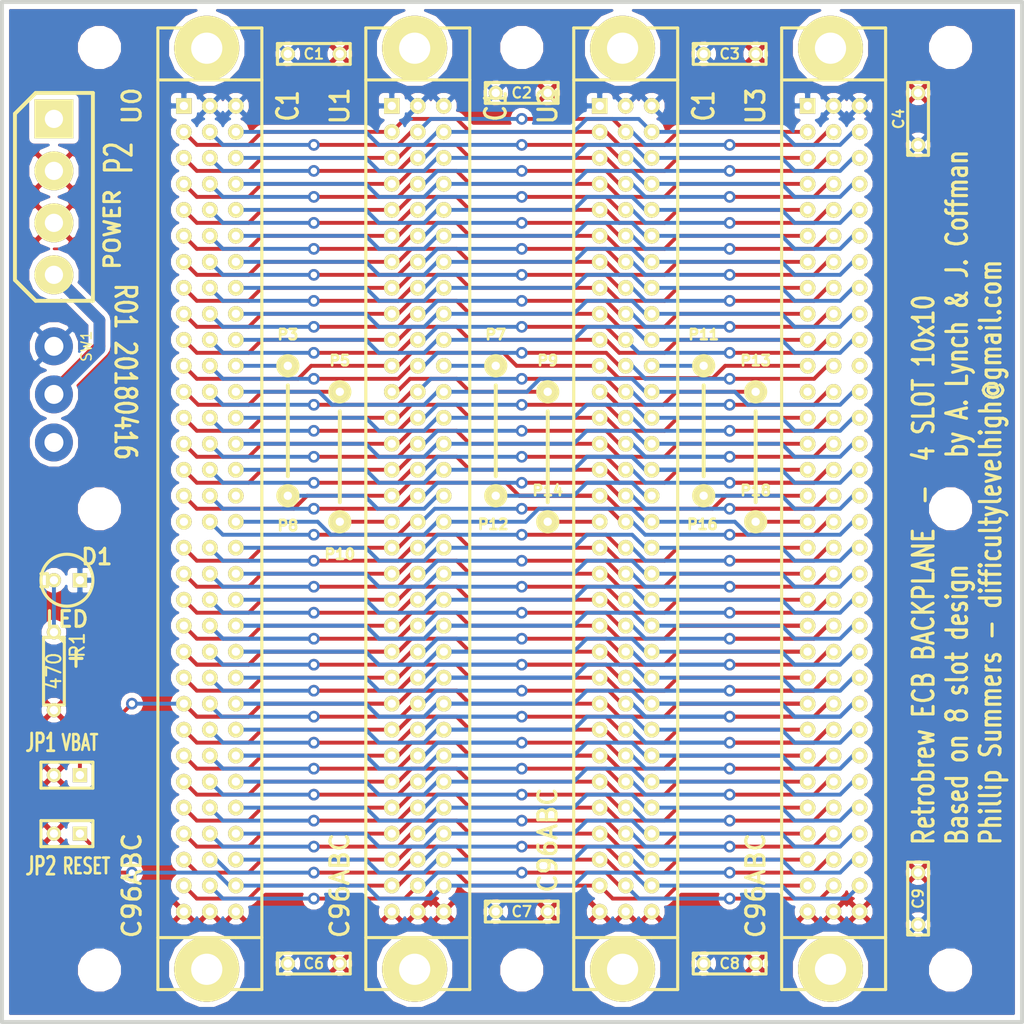
<source format=kicad_pcb>
(kicad_pcb (version 4) (host pcbnew 4.0.7)
  (title_block (date "22 jun 2015"))
  (layers (0 Component signal) (31 Copper signal) (34 B.Paste user) (35 F.Paste user) (36 B.SilkS user) (37 F.SilkS user) (38 B.Mask user) (39 F.Mask user) (44 Edge.Cuts user))
  (net 0 "")
  (net 1 //BAI0)
  (net 2 //BAI1)
  (net 3 //BAI2)
  (net 4 //BAI3)
  (net 5 //BAO1)
  (net 6 //BAO2)
  (net 7 //BAO3)
  (net 8 //IEI0)
  (net 9 //IEI1)
  (net 10 //IEI2)
  (net 11 //IEI3)
  (net 12 //IEO1)
  (net 13 //IEO2)
  (net 14 //IEO3)
  (net 15 /B_/BUSAK)
  (net 16 /B_/BUSRQ)
  (net 17 /B_/HALT)
  (net 18 /B_/INT)
  (net 19 /B_/IORQ)
  (net 20 /B_/M1)
  (net 21 /B_/MREQ)
  (net 22 /B_/NMI)
  (net 23 /B_/RD)
  (net 24 /B_/RESET)
  (net 25 /B_/RFSH)
  (net 26 /B_/WAIT)
  (net 27 /B_/WR)
  (net 28 /B_A0)
  (net 29 /B_A1)
  (net 30 /B_A10)
  (net 31 /B_A11)
  (net 32 /B_A12)
  (net 33 /B_A13)
  (net 34 /B_A14)
  (net 35 /B_A15)
  (net 36 /B_A2)
  (net 37 /B_A20)
  (net 38 /B_A21)
  (net 39 /B_A22)
  (net 40 /B_A23)
  (net 41 /B_A3)
  (net 42 /B_A4)
  (net 43 /B_A5)
  (net 44 /B_A6)
  (net 45 /B_A7)
  (net 46 /B_A8)
  (net 47 /B_A9)
  (net 48 /B_D0)
  (net 49 /B_D1)
  (net 50 /B_D10)
  (net 51 /B_D11)
  (net 52 /B_D12)
  (net 53 /B_D13)
  (net 54 /B_D14)
  (net 55 /B_D15)
  (net 56 /B_D2)
  (net 57 /B_D3)
  (net 58 /B_D4)
  (net 59 /B_D5)
  (net 60 /B_D6)
  (net 61 /B_D7)
  (net 62 /B_D8)
  (net 63 /B_D9)
  (net 64 /B_DS0)
  (net 65 /B_DS1)
  (net 66 /B_IORC)
  (net 67 /B_IOWR)
  (net 68 /B_IRQ0)
  (net 69 /B_IRQ1)
  (net 70 /B_IRQ2)
  (net 71 /B_IRQ3)
  (net 72 /B_IRQ4)
  (net 73 /B_IRQ5)
  (net 74 /B_IRQ6)
  (net 75 /B_IRQ7)
  (net 76 /B_LOCK)
  (net 77 /B_MRDC)
  (net 78 /B_MWRC)
  (net 79 /B_OFF)
  (net 80 /NC_A13)
  (net 81 /NC_A14)
  (net 82 /NC_A15)
  (net 83 /NC_A16)
  (net 84 /NC_A19)
  (net 85 /NC_A21)
  (net 86 /NC_A22)
  (net 87 /NC_A23)
  (net 88 /NC_A24)
  (net 89 /NC_A25)
  (net 90 /NC_A26)
  (net 91 /NC_B23)
  (net 92 /NC_B26)
  (net 93 /NC_C10)
  (net 94 /NC_C12)
  (net 95 /NC_C13)
  (net 96 /NC_C15)
  (net 97 /NC_C19)
  (net 98 /NC_C23)
  (net 99 /NC_C26)
  (net 100 /NC_C29)
  (net 101 /SW_VCC)
  (net 102 GND)
  (net 103 N-000093)
  (net 104 VCC)
  (module C2 (layer Component) (at 170.815 140.97 90)
    (fp_text reference C9 (at 0 0 90) (layer F.SilkS) (effects (font (size 1.016 1.016) (thickness 0.2032))))
    (fp_text value 0.1_uF hide)
    (pad 1 thru_hole circle (at -2.54 0 90) (size 1.397 1.397) (drill 0.8128) (layers *.Cu *.Mask F.SilkS) (net 101 /SW_VCC))
    (pad 2 thru_hole circle (at 2.54 0 90) (size 1.397 1.397) (drill 0.8128) (layers *.Cu *.Mask F.SilkS) (net 102 GND))
  )
  (module C2 (layer Component) (at 152.4 147.32)
    (fp_text reference C8 (at 0 0) (layer F.SilkS) (effects (font (size 1.016 1.016) (thickness 0.2032))))
    (fp_text value 0.1_uF hide)
    (pad 1 thru_hole circle (at -2.54 0) (size 1.397 1.397) (drill 0.8128) (layers *.Cu *.Mask F.SilkS) (net 101 /SW_VCC))
    (pad 2 thru_hole circle (at 2.54 0) (size 1.397 1.397) (drill 0.8128) (layers *.Cu *.Mask F.SilkS) (net 102 GND))
  )
  (module C2 (layer Component) (at 132.08 142.24)
    (fp_text reference C7 (at 0 0) (layer F.SilkS) (effects (font (size 1.016 1.016) (thickness 0.2032))))
    (fp_text value 0.1_uF hide)
    (pad 1 thru_hole circle (at -2.54 0) (size 1.397 1.397) (drill 0.8128) (layers *.Cu *.Mask F.SilkS) (net 101 /SW_VCC))
    (pad 2 thru_hole circle (at 2.54 0) (size 1.397 1.397) (drill 0.8128) (layers *.Cu *.Mask F.SilkS) (net 102 GND))
  )
  (module C2 (layer Component) (at 170.815 64.77 90)
    (fp_text reference C4 (at 0 -1.905 90) (layer F.SilkS) (effects (font (size 1.016 1.016) (thickness 0.2032))))
    (fp_text value 0.1_uF hide)
    (pad 1 thru_hole circle (at -2.54 0 90) (size 1.397 1.397) (drill 0.8128) (layers *.Cu *.Mask F.SilkS) (net 101 /SW_VCC))
    (pad 2 thru_hole circle (at 2.54 0 90) (size 1.397 1.397) (drill 0.8128) (layers *.Cu *.Mask F.SilkS) (net 102 GND))
  )
  (module C2 (layer Component) (at 152.4 58.42)
    (fp_text reference C3 (at 0 0) (layer F.SilkS) (effects (font (size 1.016 1.016) (thickness 0.2032))))
    (fp_text value 0.1_uF hide)
    (pad 1 thru_hole circle (at -2.54 0) (size 1.397 1.397) (drill 0.8128) (layers *.Cu *.Mask F.SilkS) (net 101 /SW_VCC))
    (pad 2 thru_hole circle (at 2.54 0) (size 1.397 1.397) (drill 0.8128) (layers *.Cu *.Mask F.SilkS) (net 102 GND))
  )
  (module C2 (layer Component) (at 132.08 62.23)
    (fp_text reference C2 (at 0 0) (layer F.SilkS) (effects (font (size 1.016 1.016) (thickness 0.2032))))
    (fp_text value 0.1_uF hide)
    (pad 1 thru_hole circle (at -2.54 0) (size 1.397 1.397) (drill 0.8128) (layers *.Cu *.Mask F.SilkS) (net 101 /SW_VCC))
    (pad 2 thru_hole circle (at 2.54 0) (size 1.397 1.397) (drill 0.8128) (layers *.Cu *.Mask F.SilkS) (net 102 GND))
  )
  (module 0pin (layer Component) (at 129.54 88.9)
    (fp_text reference P7 (at 0 -3.048) (layer F.SilkS) (effects (font (size 1.016 1.016) (thickness 0.254))))
    (fp_text value CONN_1 hide)
    (pad 1 thru_hole circle (at 0 0) (size 1.524 1.524) (drill 0.8128) (layers *.Cu *.Mask F.SilkS) (net 9 //IEI1))
  )
  (module 0pin (layer Component) (at 134.62 91.44)
    (fp_text reference P9 (at 0 -3.048) (layer F.SilkS) (effects (font (size 1.016 1.016) (thickness 0.254))))
    (fp_text value CONN_1 hide)
    (pad 1 thru_hole circle (at 0 0) (size 1.524 1.524) (drill 0.8128) (layers *.Cu *.Mask F.SilkS) (net 2 //BAI1))
  )
  (module 0pin (layer Component) (at 149.86 88.9)
    (fp_text reference P11 (at 0 -3.048) (layer F.SilkS) (effects (font (size 1.016 1.016) (thickness 0.254))))
    (fp_text value CONN_1 hide)
    (pad 1 thru_hole circle (at 0 0) (size 1.524 1.524) (drill 0.8128) (layers *.Cu *.Mask F.SilkS) (net 10 //IEI2))
  )
  (module 0pin (layer Component) (at 129.54 101.6)
    (fp_text reference P12 (at -0.254 2.794) (layer F.SilkS) (effects (font (size 1.016 1.016) (thickness 0.254))))
    (fp_text value CONN_1 hide)
    (pad 1 thru_hole circle (at 0 0) (size 1.524 1.524) (drill 0.8128) (layers *.Cu *.Mask F.SilkS) (net 13 //IEO2))
  )
  (module 0pin (layer Component) (at 154.94 91.44)
    (fp_text reference P13 (at 0 -3.048) (layer F.SilkS) (effects (font (size 1.016 1.016) (thickness 0.254))))
    (fp_text value CONN_1 hide)
    (pad 1 thru_hole circle (at 0 0) (size 1.524 1.524) (drill 0.8128) (layers *.Cu *.Mask F.SilkS) (net 3 //BAI2))
  )
  (module 0pin (layer Component) (at 134.62 104.14)
    (fp_text reference P14 (at 0 -3.048) (layer F.SilkS) (effects (font (size 1.016 1.016) (thickness 0.254))))
    (fp_text value CONN_1 hide)
    (pad 1 thru_hole circle (at 0 0) (size 1.524 1.524) (drill 0.8128) (layers *.Cu *.Mask F.SilkS) (net 6 //BAO2))
  )
  (module 0pin (layer Component) (at 149.86 101.6)
    (fp_text reference P16 (at -0.127 2.794) (layer F.SilkS) (effects (font (size 1.016 1.016) (thickness 0.254))))
    (fp_text value CONN_1 hide)
    (pad 1 thru_hole circle (at 0 0) (size 1.524 1.524) (drill 0.8128) (layers *.Cu *.Mask F.SilkS) (net 14 //IEO3))
  )
  (module 0pin (layer Component) (at 154.94 104.14)
    (fp_text reference P18 (at 0 -3.048) (layer F.SilkS) (effects (font (size 1.016 1.016) (thickness 0.254))))
    (fp_text value CONN_1 hide)
    (pad 1 thru_hole circle (at 0 0) (size 1.524 1.524) (drill 0.8128) (layers *.Cu *.Mask F.SilkS) (net 7 //BAO3))
  )
  (module C96ABCFD-jrc (layer Component) (at 142.24 102.87 270)
    (fp_text reference U2 (at -39.37 7.62 270) (layer F.SilkS) (effects (font (size 1.778 1.778) (thickness 0.3048))))
    (fp_text value C96ABC (at 32.385 7.62 270) (layer F.SilkS) (effects (font (size 1.778 1.778) (thickness 0.3048))))
    (pad GND thru_hole circle (at -45.0088 0.3048 270) (size 6.35 6.35) (drill 3.048) (layers *.Cu *.Mask F.SilkS))
    (pad GND thru_hole circle (at 45.0088 0.3048 270) (size 6.35 6.35) (drill 3.048) (layers *.Cu *.Mask F.SilkS))
    (pad A3 thru_hole circle (at -34.29 2.54 270) (size 1.524 1.524) (drill 0.8128) (layers *.Cu *.Mask F.SilkS) (net 60 /B_D6))
    (pad A4 thru_hole circle (at -31.75 2.54 270) (size 1.524 1.524) (drill 0.8128) (layers *.Cu *.Mask F.SilkS) (net 57 /B_D3))
    (pad A5 thru_hole circle (at -29.21 2.54 270) (size 1.524 1.524) (drill 0.8128) (layers *.Cu *.Mask F.SilkS) (net 58 /B_D4))
    (pad A6 thru_hole circle (at -26.67 2.54 270) (size 1.524 1.524) (drill 0.8128) (layers *.Cu *.Mask F.SilkS) (net 36 /B_A2))
    (pad A7 thru_hole circle (at -24.13 2.54 270) (size 1.524 1.524) (drill 0.8128) (layers *.Cu *.Mask F.SilkS) (net 42 /B_A4))
    (pad A8 thru_hole circle (at -21.59 2.54 270) (size 1.524 1.524) (drill 0.8128) (layers *.Cu *.Mask F.SilkS) (net 43 /B_A5))
    (pad A9 thru_hole circle (at -19.05 2.54 270) (size 1.524 1.524) (drill 0.8128) (layers *.Cu *.Mask F.SilkS) (net 44 /B_A6))
    (pad A10 thru_hole circle (at -16.51 2.54 270) (size 1.524 1.524) (drill 0.8128) (layers *.Cu *.Mask F.SilkS) (net 26 /B_/WAIT))
    (pad A11 thru_hole circle (at -13.97 2.54 270) (size 1.524 1.524) (drill 0.8128) (layers *.Cu *.Mask F.SilkS) (net 16 /B_/BUSRQ))
    (pad A12 thru_hole circle (at -11.43 2.54 270) (size 1.524 1.524) (drill 0.8128) (layers *.Cu *.Mask F.SilkS) (net 3 //BAI2))
    (pad A13 thru_hole circle (at -8.89 2.54 270) (size 1.524 1.524) (drill 0.8128) (layers *.Cu *.Mask F.SilkS) (net 80 /NC_A13))
    (pad A14 thru_hole circle (at -6.35 2.54 270) (size 1.524 1.524) (drill 0.8128) (layers *.Cu *.Mask F.SilkS) (net 81 /NC_A14))
    (pad A15 thru_hole circle (at -3.81 2.54 270) (size 1.524 1.524) (drill 0.8128) (layers *.Cu *.Mask F.SilkS) (net 82 /NC_A15))
    (pad A16 thru_hole circle (at -1.27 2.54 270) (size 1.524 1.524) (drill 0.8128) (layers *.Cu *.Mask F.SilkS) (net 83 /NC_A16))
    (pad A17 thru_hole circle (at 1.27 2.54 270) (size 1.524 1.524) (drill 0.8128) (layers *.Cu *.Mask F.SilkS) (net 6 //BAO2))
    (pad A18 thru_hole circle (at 3.81 2.54 270) (size 1.524 1.524) (drill 0.8128) (layers *.Cu *.Mask F.SilkS) (net 34 /B_A14))
    (pad A19 thru_hole circle (at 6.35 2.54 270) (size 1.524 1.524) (drill 0.8128) (layers *.Cu *.Mask F.SilkS) (net 84 /NC_A19))
    (pad A20 thru_hole circle (at 8.89 2.54 270) (size 1.524 1.524) (drill 0.8128) (layers *.Cu *.Mask F.SilkS) (net 20 /B_/M1))
    (pad A21 thru_hole circle (at 11.43 2.54 270) (size 1.524 1.524) (drill 0.8128) (layers *.Cu *.Mask F.SilkS) (net 85 /NC_A21))
    (pad A22 thru_hole circle (at 13.97 2.54 270) (size 1.524 1.524) (drill 0.8128) (layers *.Cu *.Mask F.SilkS) (net 86 /NC_A22))
    (pad A23 thru_hole circle (at 16.51 2.54 270) (size 1.524 1.524) (drill 0.8128) (layers *.Cu *.Mask F.SilkS) (net 87 /NC_A23))
    (pad A24 thru_hole circle (at 19.05 2.54 270) (size 1.524 1.524) (drill 0.8128) (layers *.Cu *.Mask F.SilkS) (net 88 /NC_A24))
    (pad A25 thru_hole circle (at 21.59 2.54 270) (size 1.524 1.524) (drill 0.8128) (layers *.Cu *.Mask F.SilkS) (net 89 /NC_A25))
    (pad A26 thru_hole circle (at 24.13 2.54 270) (size 1.524 1.524) (drill 0.8128) (layers *.Cu *.Mask F.SilkS) (net 90 /NC_A26))
    (pad A27 thru_hole circle (at 26.67 2.54 270) (size 1.524 1.524) (drill 0.8128) (layers *.Cu *.Mask F.SilkS) (net 19 /B_/IORQ))
    (pad A28 thru_hole circle (at 29.21 2.54 270) (size 1.524 1.524) (drill 0.8128) (layers *.Cu *.Mask F.SilkS) (net 25 /B_/RFSH))
    (pad A29 thru_hole circle (at 31.75 2.54 270) (size 1.524 1.524) (drill 0.8128) (layers *.Cu *.Mask F.SilkS) (net 33 /B_A13))
    (pad A30 thru_hole circle (at 34.29 2.54 270) (size 1.524 1.524) (drill 0.8128) (layers *.Cu *.Mask F.SilkS) (net 47 /B_A9))
    (pad A31 thru_hole circle (at 36.83 2.54 270) (size 1.524 1.524) (drill 0.8128) (layers *.Cu *.Mask F.SilkS) (net 15 /B_/BUSAK))
    (pad A32 thru_hole circle (at 39.37 2.54 270) (size 1.524 1.524) (drill 0.8128) (layers *.Cu *.Mask F.SilkS) (net 102 GND))
    (pad A2 thru_hole circle (at -36.83 2.54 270) (size 1.524 1.524) (drill 0.8128) (layers *.Cu *.Mask F.SilkS) (net 59 /B_D5))
    (pad A1 thru_hole rect (at -39.37 2.54 270) (size 1.524 1.524) (drill 0.8128) (layers *.Cu *.Mask F.SilkS) (net 101 /SW_VCC))
    (pad B1 thru_hole circle (at -39.37 0 270) (size 1.524 1.524) (drill 0.8128) (layers *.Cu *.Mask F.SilkS) (net 101 /SW_VCC))
    (pad B2 thru_hole circle (at -36.83 0 270) (size 1.524 1.524) (drill 0.8128) (layers *.Cu *.Mask F.SilkS) (net 37 /B_A20))
    (pad B3 thru_hole circle (at -34.29 0 270) (size 1.524 1.524) (drill 0.8128) (layers *.Cu *.Mask F.SilkS) (net 38 /B_A21))
    (pad B4 thru_hole circle (at -31.75 0 270) (size 1.524 1.524) (drill 0.8128) (layers *.Cu *.Mask F.SilkS) (net 39 /B_A22))
    (pad B5 thru_hole circle (at -29.21 0 270) (size 1.524 1.524) (drill 0.8128) (layers *.Cu *.Mask F.SilkS) (net 40 /B_A23))
    (pad B6 thru_hole circle (at -26.67 0 270) (size 1.524 1.524) (drill 0.8128) (layers *.Cu *.Mask F.SilkS) (net 62 /B_D8))
    (pad B7 thru_hole circle (at -24.13 0 270) (size 1.524 1.524) (drill 0.8128) (layers *.Cu *.Mask F.SilkS) (net 63 /B_D9))
    (pad B8 thru_hole circle (at -21.59 0 270) (size 1.524 1.524) (drill 0.8128) (layers *.Cu *.Mask F.SilkS) (net 50 /B_D10))
    (pad B9 thru_hole circle (at -19.05 0 270) (size 1.524 1.524) (drill 0.8128) (layers *.Cu *.Mask F.SilkS) (net 51 /B_D11))
    (pad B10 thru_hole circle (at -16.51 0 270) (size 1.524 1.524) (drill 0.8128) (layers *.Cu *.Mask F.SilkS) (net 52 /B_D12))
    (pad B11 thru_hole circle (at -13.97 0 270) (size 1.524 1.524) (drill 0.8128) (layers *.Cu *.Mask F.SilkS) (net 53 /B_D13))
    (pad B12 thru_hole circle (at -11.43 0 270) (size 1.524 1.524) (drill 0.8128) (layers *.Cu *.Mask F.SilkS) (net 54 /B_D14))
    (pad B13 thru_hole circle (at -8.89 0 270) (size 1.524 1.524) (drill 0.8128) (layers *.Cu *.Mask F.SilkS) (net 55 /B_D15))
    (pad B14 thru_hole circle (at -6.35 0 270) (size 1.524 1.524) (drill 0.8128) (layers *.Cu *.Mask F.SilkS) (net 75 /B_IRQ7))
    (pad B15 thru_hole circle (at -3.81 0 270) (size 1.524 1.524) (drill 0.8128) (layers *.Cu *.Mask F.SilkS) (net 74 /B_IRQ6))
    (pad B16 thru_hole circle (at -1.27 0 270) (size 1.524 1.524) (drill 0.8128) (layers *.Cu *.Mask F.SilkS) (net 73 /B_IRQ5))
    (pad B17 thru_hole circle (at 1.27 0 270) (size 1.524 1.524) (drill 0.8128) (layers *.Cu *.Mask F.SilkS) (net 72 /B_IRQ4))
    (pad B18 thru_hole circle (at 3.81 0 270) (size 1.524 1.524) (drill 0.8128) (layers *.Cu *.Mask F.SilkS) (net 71 /B_IRQ3))
    (pad B19 thru_hole circle (at 6.35 0 270) (size 1.524 1.524) (drill 0.8128) (layers *.Cu *.Mask F.SilkS) (net 70 /B_IRQ2))
    (pad B20 thru_hole circle (at 8.89 0 270) (size 1.524 1.524) (drill 0.8128) (layers *.Cu *.Mask F.SilkS) (net 69 /B_IRQ1))
    (pad B21 thru_hole circle (at 11.43 0 270) (size 1.524 1.524) (drill 0.8128) (layers *.Cu *.Mask F.SilkS) (net 68 /B_IRQ0))
    (pad B22 thru_hole circle (at 13.97 0 270) (size 1.524 1.524) (drill 0.8128) (layers *.Cu *.Mask F.SilkS) (net 67 /B_IOWR))
    (pad B23 thru_hole circle (at 16.51 0 270) (size 1.524 1.524) (drill 0.8128) (layers *.Cu *.Mask F.SilkS) (net 91 /NC_B23))
    (pad B24 thru_hole circle (at 19.05 0 270) (size 1.524 1.524) (drill 0.8128) (layers *.Cu *.Mask F.SilkS) (net 66 /B_IORC))
    (pad B25 thru_hole circle (at 21.59 0 270) (size 1.524 1.524) (drill 0.8128) (layers *.Cu *.Mask F.SilkS) (net 77 /B_MRDC))
    (pad B26 thru_hole circle (at 24.13 0 270) (size 1.524 1.524) (drill 0.8128) (layers *.Cu *.Mask F.SilkS) (net 92 /NC_B26))
    (pad B27 thru_hole circle (at 26.67 0 270) (size 1.524 1.524) (drill 0.8128) (layers *.Cu *.Mask F.SilkS) (net 78 /B_MWRC))
    (pad B28 thru_hole circle (at 29.21 0 270) (size 1.524 1.524) (drill 0.8128) (layers *.Cu *.Mask F.SilkS) (net 64 /B_DS0))
    (pad B29 thru_hole circle (at 31.75 0 270) (size 1.524 1.524) (drill 0.8128) (layers *.Cu *.Mask F.SilkS) (net 65 /B_DS1))
    (pad B30 thru_hole circle (at 34.29 0 270) (size 1.524 1.524) (drill 0.8128) (layers *.Cu *.Mask F.SilkS) (net 79 /B_OFF))
    (pad B31 thru_hole circle (at 36.83 0 270) (size 1.524 1.524) (drill 0.8128) (layers *.Cu *.Mask F.SilkS) (net 76 /B_LOCK))
    (pad B32 thru_hole circle (at 39.37 0 270) (size 1.524 1.524) (drill 0.8128) (layers *.Cu *.Mask F.SilkS) (net 102 GND))
    (pad C1 thru_hole circle (at -39.37 -2.54 270) (size 1.524 1.524) (drill 0.8128) (layers *.Cu *.Mask F.SilkS) (net 101 /SW_VCC))
    (pad C2 thru_hole circle (at -36.83 -2.54 270) (size 1.524 1.524) (drill 0.8128) (layers *.Cu *.Mask F.SilkS) (net 48 /B_D0))
    (pad C3 thru_hole circle (at -34.29 -2.54 270) (size 1.524 1.524) (drill 0.8128) (layers *.Cu *.Mask F.SilkS) (net 61 /B_D7))
    (pad C4 thru_hole circle (at -31.75 -2.54 270) (size 1.524 1.524) (drill 0.8128) (layers *.Cu *.Mask F.SilkS) (net 56 /B_D2))
    (pad C5 thru_hole circle (at -29.21 -2.54 270) (size 1.524 1.524) (drill 0.8128) (layers *.Cu *.Mask F.SilkS) (net 28 /B_A0))
    (pad C6 thru_hole circle (at -26.67 -2.54 270) (size 1.524 1.524) (drill 0.8128) (layers *.Cu *.Mask F.SilkS) (net 41 /B_A3))
    (pad C7 thru_hole circle (at -24.13 -2.54 270) (size 1.524 1.524) (drill 0.8128) (layers *.Cu *.Mask F.SilkS) (net 29 /B_A1))
    (pad C8 thru_hole circle (at -21.59 -2.54 270) (size 1.524 1.524) (drill 0.8128) (layers *.Cu *.Mask F.SilkS) (net 46 /B_A8))
    (pad C9 thru_hole circle (at -19.05 -2.54 270) (size 1.524 1.524) (drill 0.8128) (layers *.Cu *.Mask F.SilkS) (net 45 /B_A7))
    (pad C10 thru_hole circle (at -16.51 -2.54 270) (size 1.524 1.524) (drill 0.8128) (layers *.Cu *.Mask F.SilkS) (net 93 /NC_C10))
    (pad C11 thru_hole circle (at -13.97 -2.54 270) (size 1.524 1.524) (drill 0.8128) (layers *.Cu *.Mask F.SilkS) (net 10 //IEI2))
    (pad C12 thru_hole circle (at -11.43 -2.54 270) (size 1.524 1.524) (drill 0.8128) (layers *.Cu *.Mask F.SilkS) (net 94 /NC_C12))
    (pad C13 thru_hole circle (at -8.89 -2.54 270) (size 1.524 1.524) (drill 0.8128) (layers *.Cu *.Mask F.SilkS) (net 95 /NC_C13))
    (pad C14 thru_hole circle (at -6.35 -2.54 270) (size 1.524 1.524) (drill 0.8128) (layers *.Cu *.Mask F.SilkS) (net 49 /B_D1))
    (pad C15 thru_hole circle (at -3.81 -2.54 270) (size 1.524 1.524) (drill 0.8128) (layers *.Cu *.Mask F.SilkS) (net 96 /NC_C15))
    (pad C16 thru_hole circle (at -1.27 -2.54 270) (size 1.524 1.524) (drill 0.8128) (layers *.Cu *.Mask F.SilkS) (net 13 //IEO2))
    (pad C17 thru_hole circle (at 1.27 -2.54 270) (size 1.524 1.524) (drill 0.8128) (layers *.Cu *.Mask F.SilkS) (net 31 /B_A11))
    (pad C18 thru_hole circle (at 3.81 -2.54 270) (size 1.524 1.524) (drill 0.8128) (layers *.Cu *.Mask F.SilkS) (net 30 /B_A10))
    (pad C19 thru_hole circle (at 6.35 -2.54 270) (size 1.524 1.524) (drill 0.8128) (layers *.Cu *.Mask F.SilkS) (net 97 /NC_C19))
    (pad C20 thru_hole circle (at 8.89 -2.54 270) (size 1.524 1.524) (drill 0.8128) (layers *.Cu *.Mask F.SilkS) (net 22 /B_/NMI))
    (pad C21 thru_hole circle (at 11.43 -2.54 270) (size 1.524 1.524) (drill 0.8128) (layers *.Cu *.Mask F.SilkS) (net 18 /B_/INT))
    (pad C22 thru_hole circle (at 13.97 -2.54 270) (size 1.524 1.524) (drill 0.8128) (layers *.Cu *.Mask F.SilkS) (net 27 /B_/WR))
    (pad C23 thru_hole circle (at 16.51 -2.54 270) (size 1.524 1.524) (drill 0.8128) (layers *.Cu *.Mask F.SilkS) (net 98 /NC_C23))
    (pad C24 thru_hole circle (at 19.05 -2.54 270) (size 1.524 1.524) (drill 0.8128) (layers *.Cu *.Mask F.SilkS) (net 23 /B_/RD))
    (pad C25 thru_hole circle (at 21.59 -2.54 270) (size 1.524 1.524) (drill 0.8128) (layers *.Cu *.Mask F.SilkS) (net 17 /B_/HALT))
    (pad C26 thru_hole circle (at 24.13 -2.54 270) (size 1.524 1.524) (drill 0.8128) (layers *.Cu *.Mask F.SilkS) (net 99 /NC_C26))
    (pad C27 thru_hole circle (at 26.67 -2.54 270) (size 1.524 1.524) (drill 0.8128) (layers *.Cu *.Mask F.SilkS) (net 32 /B_A12))
    (pad C28 thru_hole circle (at 29.21 -2.54 270) (size 1.524 1.524) (drill 0.8128) (layers *.Cu *.Mask F.SilkS) (net 35 /B_A15))
    (pad C29 thru_hole circle (at 31.75 -2.54 270) (size 1.524 1.524) (drill 0.8128) (layers *.Cu *.Mask F.SilkS) (net 100 /NC_C29))
    (pad C30 thru_hole circle (at 34.29 -2.54 270) (size 1.524 1.524) (drill 0.8128) (layers *.Cu *.Mask F.SilkS) (net 21 /B_/MREQ))
    (pad C31 thru_hole circle (at 36.83 -2.54 270) (size 1.524 1.524) (drill 0.8128) (layers *.Cu *.Mask F.SilkS) (net 24 /B_/RESET))
    (pad C32 thru_hole circle (at 39.37 -2.54 270) (size 1.524 1.524) (drill 0.8128) (layers *.Cu *.Mask F.SilkS) (net 102 GND))
  )
  (module C96ABCFD-jrc (layer Component) (at 162.56 102.87 270)
    (fp_text reference U3 (at -39.37 7.62 270) (layer F.SilkS) (effects (font (size 1.778 1.778) (thickness 0.3048))))
    (fp_text value C96ABC (at 36.83 7.62 270) (layer F.SilkS) (effects (font (size 1.778 1.778) (thickness 0.3048))))
    (pad GND thru_hole circle (at -45.0088 0.3048 270) (size 6.35 6.35) (drill 3.048) (layers *.Cu *.Mask F.SilkS))
    (pad GND thru_hole circle (at 45.0088 0.3048 270) (size 6.35 6.35) (drill 3.048) (layers *.Cu *.Mask F.SilkS))
    (pad A3 thru_hole circle (at -34.29 2.54 270) (size 1.524 1.524) (drill 0.8128) (layers *.Cu *.Mask F.SilkS) (net 60 /B_D6))
    (pad A4 thru_hole circle (at -31.75 2.54 270) (size 1.524 1.524) (drill 0.8128) (layers *.Cu *.Mask F.SilkS) (net 57 /B_D3))
    (pad A5 thru_hole circle (at -29.21 2.54 270) (size 1.524 1.524) (drill 0.8128) (layers *.Cu *.Mask F.SilkS) (net 58 /B_D4))
    (pad A6 thru_hole circle (at -26.67 2.54 270) (size 1.524 1.524) (drill 0.8128) (layers *.Cu *.Mask F.SilkS) (net 36 /B_A2))
    (pad A7 thru_hole circle (at -24.13 2.54 270) (size 1.524 1.524) (drill 0.8128) (layers *.Cu *.Mask F.SilkS) (net 42 /B_A4))
    (pad A8 thru_hole circle (at -21.59 2.54 270) (size 1.524 1.524) (drill 0.8128) (layers *.Cu *.Mask F.SilkS) (net 43 /B_A5))
    (pad A9 thru_hole circle (at -19.05 2.54 270) (size 1.524 1.524) (drill 0.8128) (layers *.Cu *.Mask F.SilkS) (net 44 /B_A6))
    (pad A10 thru_hole circle (at -16.51 2.54 270) (size 1.524 1.524) (drill 0.8128) (layers *.Cu *.Mask F.SilkS) (net 26 /B_/WAIT))
    (pad A11 thru_hole circle (at -13.97 2.54 270) (size 1.524 1.524) (drill 0.8128) (layers *.Cu *.Mask F.SilkS) (net 16 /B_/BUSRQ))
    (pad A12 thru_hole circle (at -11.43 2.54 270) (size 1.524 1.524) (drill 0.8128) (layers *.Cu *.Mask F.SilkS) (net 4 //BAI3))
    (pad A13 thru_hole circle (at -8.89 2.54 270) (size 1.524 1.524) (drill 0.8128) (layers *.Cu *.Mask F.SilkS) (net 80 /NC_A13))
    (pad A14 thru_hole circle (at -6.35 2.54 270) (size 1.524 1.524) (drill 0.8128) (layers *.Cu *.Mask F.SilkS) (net 81 /NC_A14))
    (pad A15 thru_hole circle (at -3.81 2.54 270) (size 1.524 1.524) (drill 0.8128) (layers *.Cu *.Mask F.SilkS) (net 82 /NC_A15))
    (pad A16 thru_hole circle (at -1.27 2.54 270) (size 1.524 1.524) (drill 0.8128) (layers *.Cu *.Mask F.SilkS) (net 83 /NC_A16))
    (pad A17 thru_hole circle (at 1.27 2.54 270) (size 1.524 1.524) (drill 0.8128) (layers *.Cu *.Mask F.SilkS) (net 7 //BAO3))
    (pad A18 thru_hole circle (at 3.81 2.54 270) (size 1.524 1.524) (drill 0.8128) (layers *.Cu *.Mask F.SilkS) (net 34 /B_A14))
    (pad A19 thru_hole circle (at 6.35 2.54 270) (size 1.524 1.524) (drill 0.8128) (layers *.Cu *.Mask F.SilkS) (net 84 /NC_A19))
    (pad A20 thru_hole circle (at 8.89 2.54 270) (size 1.524 1.524) (drill 0.8128) (layers *.Cu *.Mask F.SilkS) (net 20 /B_/M1))
    (pad A21 thru_hole circle (at 11.43 2.54 270) (size 1.524 1.524) (drill 0.8128) (layers *.Cu *.Mask F.SilkS) (net 85 /NC_A21))
    (pad A22 thru_hole circle (at 13.97 2.54 270) (size 1.524 1.524) (drill 0.8128) (layers *.Cu *.Mask F.SilkS) (net 86 /NC_A22))
    (pad A23 thru_hole circle (at 16.51 2.54 270) (size 1.524 1.524) (drill 0.8128) (layers *.Cu *.Mask F.SilkS) (net 87 /NC_A23))
    (pad A24 thru_hole circle (at 19.05 2.54 270) (size 1.524 1.524) (drill 0.8128) (layers *.Cu *.Mask F.SilkS) (net 88 /NC_A24))
    (pad A25 thru_hole circle (at 21.59 2.54 270) (size 1.524 1.524) (drill 0.8128) (layers *.Cu *.Mask F.SilkS) (net 89 /NC_A25))
    (pad A26 thru_hole circle (at 24.13 2.54 270) (size 1.524 1.524) (drill 0.8128) (layers *.Cu *.Mask F.SilkS) (net 90 /NC_A26))
    (pad A27 thru_hole circle (at 26.67 2.54 270) (size 1.524 1.524) (drill 0.8128) (layers *.Cu *.Mask F.SilkS) (net 19 /B_/IORQ))
    (pad A28 thru_hole circle (at 29.21 2.54 270) (size 1.524 1.524) (drill 0.8128) (layers *.Cu *.Mask F.SilkS) (net 25 /B_/RFSH))
    (pad A29 thru_hole circle (at 31.75 2.54 270) (size 1.524 1.524) (drill 0.8128) (layers *.Cu *.Mask F.SilkS) (net 33 /B_A13))
    (pad A30 thru_hole circle (at 34.29 2.54 270) (size 1.524 1.524) (drill 0.8128) (layers *.Cu *.Mask F.SilkS) (net 47 /B_A9))
    (pad A31 thru_hole circle (at 36.83 2.54 270) (size 1.524 1.524) (drill 0.8128) (layers *.Cu *.Mask F.SilkS) (net 15 /B_/BUSAK))
    (pad A32 thru_hole circle (at 39.37 2.54 270) (size 1.524 1.524) (drill 0.8128) (layers *.Cu *.Mask F.SilkS) (net 102 GND))
    (pad A2 thru_hole circle (at -36.83 2.54 270) (size 1.524 1.524) (drill 0.8128) (layers *.Cu *.Mask F.SilkS) (net 59 /B_D5))
    (pad A1 thru_hole rect (at -39.37 2.54 270) (size 1.524 1.524) (drill 0.8128) (layers *.Cu *.Mask F.SilkS) (net 101 /SW_VCC))
    (pad B1 thru_hole circle (at -39.37 0 270) (size 1.524 1.524) (drill 0.8128) (layers *.Cu *.Mask F.SilkS) (net 101 /SW_VCC))
    (pad B2 thru_hole circle (at -36.83 0 270) (size 1.524 1.524) (drill 0.8128) (layers *.Cu *.Mask F.SilkS) (net 37 /B_A20))
    (pad B3 thru_hole circle (at -34.29 0 270) (size 1.524 1.524) (drill 0.8128) (layers *.Cu *.Mask F.SilkS) (net 38 /B_A21))
    (pad B4 thru_hole circle (at -31.75 0 270) (size 1.524 1.524) (drill 0.8128) (layers *.Cu *.Mask F.SilkS) (net 39 /B_A22))
    (pad B5 thru_hole circle (at -29.21 0 270) (size 1.524 1.524) (drill 0.8128) (layers *.Cu *.Mask F.SilkS) (net 40 /B_A23))
    (pad B6 thru_hole circle (at -26.67 0 270) (size 1.524 1.524) (drill 0.8128) (layers *.Cu *.Mask F.SilkS) (net 62 /B_D8))
    (pad B7 thru_hole circle (at -24.13 0 270) (size 1.524 1.524) (drill 0.8128) (layers *.Cu *.Mask F.SilkS) (net 63 /B_D9))
    (pad B8 thru_hole circle (at -21.59 0 270) (size 1.524 1.524) (drill 0.8128) (layers *.Cu *.Mask F.SilkS) (net 50 /B_D10))
    (pad B9 thru_hole circle (at -19.05 0 270) (size 1.524 1.524) (drill 0.8128) (layers *.Cu *.Mask F.SilkS) (net 51 /B_D11))
    (pad B10 thru_hole circle (at -16.51 0 270) (size 1.524 1.524) (drill 0.8128) (layers *.Cu *.Mask F.SilkS) (net 52 /B_D12))
    (pad B11 thru_hole circle (at -13.97 0 270) (size 1.524 1.524) (drill 0.8128) (layers *.Cu *.Mask F.SilkS) (net 53 /B_D13))
    (pad B12 thru_hole circle (at -11.43 0 270) (size 1.524 1.524) (drill 0.8128) (layers *.Cu *.Mask F.SilkS) (net 54 /B_D14))
    (pad B13 thru_hole circle (at -8.89 0 270) (size 1.524 1.524) (drill 0.8128) (layers *.Cu *.Mask F.SilkS) (net 55 /B_D15))
    (pad B14 thru_hole circle (at -6.35 0 270) (size 1.524 1.524) (drill 0.8128) (layers *.Cu *.Mask F.SilkS) (net 75 /B_IRQ7))
    (pad B15 thru_hole circle (at -3.81 0 270) (size 1.524 1.524) (drill 0.8128) (layers *.Cu *.Mask F.SilkS) (net 74 /B_IRQ6))
    (pad B16 thru_hole circle (at -1.27 0 270) (size 1.524 1.524) (drill 0.8128) (layers *.Cu *.Mask F.SilkS) (net 73 /B_IRQ5))
    (pad B17 thru_hole circle (at 1.27 0 270) (size 1.524 1.524) (drill 0.8128) (layers *.Cu *.Mask F.SilkS) (net 72 /B_IRQ4))
    (pad B18 thru_hole circle (at 3.81 0 270) (size 1.524 1.524) (drill 0.8128) (layers *.Cu *.Mask F.SilkS) (net 71 /B_IRQ3))
    (pad B19 thru_hole circle (at 6.35 0 270) (size 1.524 1.524) (drill 0.8128) (layers *.Cu *.Mask F.SilkS) (net 70 /B_IRQ2))
    (pad B20 thru_hole circle (at 8.89 0 270) (size 1.524 1.524) (drill 0.8128) (layers *.Cu *.Mask F.SilkS) (net 69 /B_IRQ1))
    (pad B21 thru_hole circle (at 11.43 0 270) (size 1.524 1.524) (drill 0.8128) (layers *.Cu *.Mask F.SilkS) (net 68 /B_IRQ0))
    (pad B22 thru_hole circle (at 13.97 0 270) (size 1.524 1.524) (drill 0.8128) (layers *.Cu *.Mask F.SilkS) (net 67 /B_IOWR))
    (pad B23 thru_hole circle (at 16.51 0 270) (size 1.524 1.524) (drill 0.8128) (layers *.Cu *.Mask F.SilkS) (net 91 /NC_B23))
    (pad B24 thru_hole circle (at 19.05 0 270) (size 1.524 1.524) (drill 0.8128) (layers *.Cu *.Mask F.SilkS) (net 66 /B_IORC))
    (pad B25 thru_hole circle (at 21.59 0 270) (size 1.524 1.524) (drill 0.8128) (layers *.Cu *.Mask F.SilkS) (net 77 /B_MRDC))
    (pad B26 thru_hole circle (at 24.13 0 270) (size 1.524 1.524) (drill 0.8128) (layers *.Cu *.Mask F.SilkS) (net 92 /NC_B26))
    (pad B27 thru_hole circle (at 26.67 0 270) (size 1.524 1.524) (drill 0.8128) (layers *.Cu *.Mask F.SilkS) (net 78 /B_MWRC))
    (pad B28 thru_hole circle (at 29.21 0 270) (size 1.524 1.524) (drill 0.8128) (layers *.Cu *.Mask F.SilkS) (net 64 /B_DS0))
    (pad B29 thru_hole circle (at 31.75 0 270) (size 1.524 1.524) (drill 0.8128) (layers *.Cu *.Mask F.SilkS) (net 65 /B_DS1))
    (pad B30 thru_hole circle (at 34.29 0 270) (size 1.524 1.524) (drill 0.8128) (layers *.Cu *.Mask F.SilkS) (net 79 /B_OFF))
    (pad B31 thru_hole circle (at 36.83 0 270) (size 1.524 1.524) (drill 0.8128) (layers *.Cu *.Mask F.SilkS) (net 76 /B_LOCK))
    (pad B32 thru_hole circle (at 39.37 0 270) (size 1.524 1.524) (drill 0.8128) (layers *.Cu *.Mask F.SilkS) (net 102 GND))
    (pad C1 thru_hole circle (at -39.37 -2.54 270) (size 1.524 1.524) (drill 0.8128) (layers *.Cu *.Mask F.SilkS) (net 101 /SW_VCC))
    (pad C2 thru_hole circle (at -36.83 -2.54 270) (size 1.524 1.524) (drill 0.8128) (layers *.Cu *.Mask F.SilkS) (net 48 /B_D0))
    (pad C3 thru_hole circle (at -34.29 -2.54 270) (size 1.524 1.524) (drill 0.8128) (layers *.Cu *.Mask F.SilkS) (net 61 /B_D7))
    (pad C4 thru_hole circle (at -31.75 -2.54 270) (size 1.524 1.524) (drill 0.8128) (layers *.Cu *.Mask F.SilkS) (net 56 /B_D2))
    (pad C5 thru_hole circle (at -29.21 -2.54 270) (size 1.524 1.524) (drill 0.8128) (layers *.Cu *.Mask F.SilkS) (net 28 /B_A0))
    (pad C6 thru_hole circle (at -26.67 -2.54 270) (size 1.524 1.524) (drill 0.8128) (layers *.Cu *.Mask F.SilkS) (net 41 /B_A3))
    (pad C7 thru_hole circle (at -24.13 -2.54 270) (size 1.524 1.524) (drill 0.8128) (layers *.Cu *.Mask F.SilkS) (net 29 /B_A1))
    (pad C8 thru_hole circle (at -21.59 -2.54 270) (size 1.524 1.524) (drill 0.8128) (layers *.Cu *.Mask F.SilkS) (net 46 /B_A8))
    (pad C9 thru_hole circle (at -19.05 -2.54 270) (size 1.524 1.524) (drill 0.8128) (layers *.Cu *.Mask F.SilkS) (net 45 /B_A7))
    (pad C10 thru_hole circle (at -16.51 -2.54 270) (size 1.524 1.524) (drill 0.8128) (layers *.Cu *.Mask F.SilkS) (net 93 /NC_C10))
    (pad C11 thru_hole circle (at -13.97 -2.54 270) (size 1.524 1.524) (drill 0.8128) (layers *.Cu *.Mask F.SilkS) (net 11 //IEI3))
    (pad C12 thru_hole circle (at -11.43 -2.54 270) (size 1.524 1.524) (drill 0.8128) (layers *.Cu *.Mask F.SilkS) (net 94 /NC_C12))
    (pad C13 thru_hole circle (at -8.89 -2.54 270) (size 1.524 1.524) (drill 0.8128) (layers *.Cu *.Mask F.SilkS) (net 95 /NC_C13))
    (pad C14 thru_hole circle (at -6.35 -2.54 270) (size 1.524 1.524) (drill 0.8128) (layers *.Cu *.Mask F.SilkS) (net 49 /B_D1))
    (pad C15 thru_hole circle (at -3.81 -2.54 270) (size 1.524 1.524) (drill 0.8128) (layers *.Cu *.Mask F.SilkS) (net 96 /NC_C15))
    (pad C16 thru_hole circle (at -1.27 -2.54 270) (size 1.524 1.524) (drill 0.8128) (layers *.Cu *.Mask F.SilkS) (net 14 //IEO3))
    (pad C17 thru_hole circle (at 1.27 -2.54 270) (size 1.524 1.524) (drill 0.8128) (layers *.Cu *.Mask F.SilkS) (net 31 /B_A11))
    (pad C18 thru_hole circle (at 3.81 -2.54 270) (size 1.524 1.524) (drill 0.8128) (layers *.Cu *.Mask F.SilkS) (net 30 /B_A10))
    (pad C19 thru_hole circle (at 6.35 -2.54 270) (size 1.524 1.524) (drill 0.8128) (layers *.Cu *.Mask F.SilkS) (net 97 /NC_C19))
    (pad C20 thru_hole circle (at 8.89 -2.54 270) (size 1.524 1.524) (drill 0.8128) (layers *.Cu *.Mask F.SilkS) (net 22 /B_/NMI))
    (pad C21 thru_hole circle (at 11.43 -2.54 270) (size 1.524 1.524) (drill 0.8128) (layers *.Cu *.Mask F.SilkS) (net 18 /B_/INT))
    (pad C22 thru_hole circle (at 13.97 -2.54 270) (size 1.524 1.524) (drill 0.8128) (layers *.Cu *.Mask F.SilkS) (net 27 /B_/WR))
    (pad C23 thru_hole circle (at 16.51 -2.54 270) (size 1.524 1.524) (drill 0.8128) (layers *.Cu *.Mask F.SilkS) (net 98 /NC_C23))
    (pad C24 thru_hole circle (at 19.05 -2.54 270) (size 1.524 1.524) (drill 0.8128) (layers *.Cu *.Mask F.SilkS) (net 23 /B_/RD))
    (pad C25 thru_hole circle (at 21.59 -2.54 270) (size 1.524 1.524) (drill 0.8128) (layers *.Cu *.Mask F.SilkS) (net 17 /B_/HALT))
    (pad C26 thru_hole circle (at 24.13 -2.54 270) (size 1.524 1.524) (drill 0.8128) (layers *.Cu *.Mask F.SilkS) (net 99 /NC_C26))
    (pad C27 thru_hole circle (at 26.67 -2.54 270) (size 1.524 1.524) (drill 0.8128) (layers *.Cu *.Mask F.SilkS) (net 32 /B_A12))
    (pad C28 thru_hole circle (at 29.21 -2.54 270) (size 1.524 1.524) (drill 0.8128) (layers *.Cu *.Mask F.SilkS) (net 35 /B_A15))
    (pad C29 thru_hole circle (at 31.75 -2.54 270) (size 1.524 1.524) (drill 0.8128) (layers *.Cu *.Mask F.SilkS) (net 100 /NC_C29))
    (pad C30 thru_hole circle (at 34.29 -2.54 270) (size 1.524 1.524) (drill 0.8128) (layers *.Cu *.Mask F.SilkS) (net 21 /B_/MREQ))
    (pad C31 thru_hole circle (at 36.83 -2.54 270) (size 1.524 1.524) (drill 0.8128) (layers *.Cu *.Mask F.SilkS) (net 24 /B_/RESET))
    (pad C32 thru_hole circle (at 39.37 -2.54 270) (size 1.524 1.524) (drill 0.8128) (layers *.Cu *.Mask F.SilkS) (net 102 GND))
  )
  (module LEDV (layer Component) (at 87.63 109.855 180)
    (fp_text reference D1 (at -2.921 2.286 180) (layer F.SilkS) (effects (font (thickness 0.3048))))
    (fp_text value LED (at 0 -3.81 180) (layer F.SilkS) (effects (font (thickness 0.3048))))
    (pad 1 thru_hole rect (at -1.27 0 180) (size 1.397 1.397) (drill 0.8128) (layers *.Cu *.Mask F.SilkS) (net 101 /SW_VCC))
    (pad 2 thru_hole circle (at 1.27 0 180) (size 1.397 1.397) (drill 0.8128) (layers *.Cu *.Mask F.SilkS) (net 103 N-000093))
  )
  (module R3 (layer Component) (at 86.36 118.745 270)
    (fp_text reference R1 (at -2.54 -2.286 270) (layer F.SilkS) (effects (font (size 1.397 1.27) (thickness 0.2032))))
    (fp_text value 470 (at 0 0 270) (layer F.SilkS) (effects (font (size 1.397 1.27) (thickness 0.2032))))
    (pad 1 thru_hole circle (at -3.81 0 270) (size 1.397 1.397) (drill 0.8128) (layers *.Cu *.Mask F.SilkS) (net 103 N-000093))
    (pad 2 thru_hole circle (at 3.81 0 270) (size 1.397 1.397) (drill 0.8128) (layers *.Cu *.Mask F.SilkS) (net 102 GND))
  )
  (module C2 (layer Component) (at 111.76 147.32)
    (fp_text reference C6 (at 0 0) (layer F.SilkS) (effects (font (size 1.016 1.016) (thickness 0.2032))))
    (fp_text value 0.1_uF hide)
    (pad 1 thru_hole circle (at -2.54 0) (size 1.397 1.397) (drill 0.8128) (layers *.Cu *.Mask F.SilkS) (net 101 /SW_VCC))
    (pad 2 thru_hole circle (at 2.54 0) (size 1.397 1.397) (drill 0.8128) (layers *.Cu *.Mask F.SilkS) (net 102 GND))
  )
  (module C2 (layer Component) (at 111.76 58.42)
    (fp_text reference C1 (at 0 0) (layer F.SilkS) (effects (font (size 1.016 1.016) (thickness 0.2032))))
    (fp_text value 0.1_uF hide)
    (pad 1 thru_hole circle (at -2.54 0) (size 1.397 1.397) (drill 0.8128) (layers *.Cu *.Mask F.SilkS) (net 101 /SW_VCC))
    (pad 2 thru_hole circle (at 2.54 0) (size 1.397 1.397) (drill 0.8128) (layers *.Cu *.Mask F.SilkS) (net 102 GND))
  )
  (module 0pin (layer Component) (at 109.22 88.9)
    (fp_text reference P3 (at 0 -3.048) (layer F.SilkS) (effects (font (size 1.016 1.016) (thickness 0.254))))
    (fp_text value CONN_1 hide)
    (pad 1 thru_hole circle (at 0 0) (size 1.524 1.524) (drill 0.8128) (layers *.Cu *.Mask F.SilkS) (net 8 //IEI0))
  )
  (module 0pin (layer Component) (at 114.3 91.44)
    (fp_text reference P5 (at 0 -3.048) (layer F.SilkS) (effects (font (size 1.016 1.016) (thickness 0.254))))
    (fp_text value CONN_1 hide)
    (pad 1 thru_hole circle (at 0 0) (size 1.524 1.524) (drill 0.8128) (layers *.Cu *.Mask F.SilkS) (net 1 //BAI0))
  )
  (module 0pin (layer Component) (at 109.22 101.6)
    (fp_text reference P8 (at 0 2.921) (layer F.SilkS) (effects (font (size 1.016 1.016) (thickness 0.254))))
    (fp_text value CONN_1 hide)
    (pad 1 thru_hole circle (at 0 0) (size 1.524 1.524) (drill 0.8128) (layers *.Cu *.Mask F.SilkS) (net 12 //IEO1))
  )
  (module 0pin (layer Component) (at 114.3 104.14)
    (fp_text reference P10 (at 0 3.175) (layer F.SilkS) (effects (font (size 1.016 1.016) (thickness 0.254))))
    (fp_text value CONN_1 hide)
    (pad 1 thru_hole circle (at 0 0) (size 1.524 1.524) (drill 0.8128) (layers *.Cu *.Mask F.SilkS) (net 5 //BAO1))
  )
  (module SIL-2 (layer Component) (at 87.63 128.905 180)
    (fp_text reference JP1 (at 2.54 3.175 180) (layer F.SilkS) (effects (font (size 1.72974 1.08712) (thickness 0.27178))))
    (fp_text value VBAT (at -1.27 3.175 180) (layer F.SilkS) (effects (font (size 1.524 1.016) (thickness 0.254))))
    (pad 1 thru_hole rect (at -1.27 0 180) (size 1.397 1.397) (drill 0.8128) (layers *.Cu *.Mask F.SilkS) (net 88 /NC_A24))
    (pad 2 thru_hole circle (at 1.27 0 180) (size 1.397 1.397) (drill 0.8128) (layers *.Cu *.Mask F.SilkS) (net 102 GND))
  )
  (module SIL-2 (layer Component) (at 87.63 134.62 180)
    (fp_text reference JP2 (at 2.54 -3.175 180) (layer F.SilkS) (effects (font (size 1.72974 1.08712) (thickness 0.27178))))
    (fp_text value RESET (at -1.905 -3.175 180) (layer F.SilkS) (effects (font (size 1.524 1.016) (thickness 0.254))))
    (pad 1 thru_hole rect (at -1.27 0 180) (size 1.397 1.397) (drill 0.8128) (layers *.Cu *.Mask F.SilkS) (net 24 /B_/RESET))
    (pad 2 thru_hole circle (at 1.27 0 180) (size 1.397 1.397) (drill 0.8128) (layers *.Cu *.Mask F.SilkS) (net 102 GND))
  )
  (module bornier4 (layer Component) (at 86.36 72.39 270)
    (fp_text reference P2 (at -3.81 -6.35 270) (layer F.SilkS) (effects (font (size 2.6162 1.59766) (thickness 0.3048))))
    (fp_text value POWER (at 3.175 -5.715 270) (layer F.SilkS) (effects (font (thickness 0.3048))))
    (pad 2 thru_hole circle (at -2.54 0 270) (size 3.81 3.81) (drill 1.778) (layers *.Cu *.Mask F.SilkS) (net 102 GND))
    (pad 3 thru_hole circle (at 2.54 0 270) (size 3.81 3.81) (drill 1.778) (layers *.Cu *.Mask F.SilkS) (net 102 GND))
    (pad 1 thru_hole rect (at -7.62 0 270) (size 3.81 3.81) (drill 1.778) (layers *.Cu *.Mask F.SilkS))
    (pad 4 thru_hole circle (at 7.62 0 270) (size 3.81 3.81) (drill 1.778) (layers *.Cu *.Mask F.SilkS) (net 104 VCC))
  )
  (module C96ABCFD-jrc (layer Component) (at 101.6 102.87 270)
    (fp_text reference U0 (at -39.37 7.62 270) (layer F.SilkS) (effects (font (size 1.778 1.778) (thickness 0.3048))))
    (fp_text value C96ABC (at 36.83 7.62 270) (layer F.SilkS) (effects (font (size 1.778 1.778) (thickness 0.3048))))
    (pad GND thru_hole circle (at -45.0088 0.3048 270) (size 6.35 6.35) (drill 3.048) (layers *.Cu *.Mask F.SilkS))
    (pad GND thru_hole circle (at 45.0088 0.3048 270) (size 6.35 6.35) (drill 3.048) (layers *.Cu *.Mask F.SilkS))
    (pad A3 thru_hole circle (at -34.29 2.54 270) (size 1.524 1.524) (drill 0.8128) (layers *.Cu *.Mask F.SilkS) (net 60 /B_D6))
    (pad A4 thru_hole circle (at -31.75 2.54 270) (size 1.524 1.524) (drill 0.8128) (layers *.Cu *.Mask F.SilkS) (net 57 /B_D3))
    (pad A5 thru_hole circle (at -29.21 2.54 270) (size 1.524 1.524) (drill 0.8128) (layers *.Cu *.Mask F.SilkS) (net 58 /B_D4))
    (pad A6 thru_hole circle (at -26.67 2.54 270) (size 1.524 1.524) (drill 0.8128) (layers *.Cu *.Mask F.SilkS) (net 36 /B_A2))
    (pad A7 thru_hole circle (at -24.13 2.54 270) (size 1.524 1.524) (drill 0.8128) (layers *.Cu *.Mask F.SilkS) (net 42 /B_A4))
    (pad A8 thru_hole circle (at -21.59 2.54 270) (size 1.524 1.524) (drill 0.8128) (layers *.Cu *.Mask F.SilkS) (net 43 /B_A5))
    (pad A9 thru_hole circle (at -19.05 2.54 270) (size 1.524 1.524) (drill 0.8128) (layers *.Cu *.Mask F.SilkS) (net 44 /B_A6))
    (pad A10 thru_hole circle (at -16.51 2.54 270) (size 1.524 1.524) (drill 0.8128) (layers *.Cu *.Mask F.SilkS) (net 26 /B_/WAIT))
    (pad A11 thru_hole circle (at -13.97 2.54 270) (size 1.524 1.524) (drill 0.8128) (layers *.Cu *.Mask F.SilkS) (net 16 /B_/BUSRQ))
    (pad A12 thru_hole circle (at -11.43 2.54 270) (size 1.524 1.524) (drill 0.8128) (layers *.Cu *.Mask F.SilkS) (net 1 //BAI0))
    (pad A13 thru_hole circle (at -8.89 2.54 270) (size 1.524 1.524) (drill 0.8128) (layers *.Cu *.Mask F.SilkS) (net 80 /NC_A13))
    (pad A14 thru_hole circle (at -6.35 2.54 270) (size 1.524 1.524) (drill 0.8128) (layers *.Cu *.Mask F.SilkS) (net 81 /NC_A14))
    (pad A15 thru_hole circle (at -3.81 2.54 270) (size 1.524 1.524) (drill 0.8128) (layers *.Cu *.Mask F.SilkS) (net 82 /NC_A15))
    (pad A16 thru_hole circle (at -1.27 2.54 270) (size 1.524 1.524) (drill 0.8128) (layers *.Cu *.Mask F.SilkS) (net 83 /NC_A16))
    (pad A17 thru_hole circle (at 1.27 2.54 270) (size 1.524 1.524) (drill 0.8128) (layers *.Cu *.Mask F.SilkS))
    (pad A18 thru_hole circle (at 3.81 2.54 270) (size 1.524 1.524) (drill 0.8128) (layers *.Cu *.Mask F.SilkS) (net 34 /B_A14))
    (pad A19 thru_hole circle (at 6.35 2.54 270) (size 1.524 1.524) (drill 0.8128) (layers *.Cu *.Mask F.SilkS) (net 84 /NC_A19))
    (pad A20 thru_hole circle (at 8.89 2.54 270) (size 1.524 1.524) (drill 0.8128) (layers *.Cu *.Mask F.SilkS) (net 20 /B_/M1))
    (pad A21 thru_hole circle (at 11.43 2.54 270) (size 1.524 1.524) (drill 0.8128) (layers *.Cu *.Mask F.SilkS) (net 85 /NC_A21))
    (pad A22 thru_hole circle (at 13.97 2.54 270) (size 1.524 1.524) (drill 0.8128) (layers *.Cu *.Mask F.SilkS) (net 86 /NC_A22))
    (pad A23 thru_hole circle (at 16.51 2.54 270) (size 1.524 1.524) (drill 0.8128) (layers *.Cu *.Mask F.SilkS) (net 87 /NC_A23))
    (pad A24 thru_hole circle (at 19.05 2.54 270) (size 1.524 1.524) (drill 0.8128) (layers *.Cu *.Mask F.SilkS) (net 88 /NC_A24))
    (pad A25 thru_hole circle (at 21.59 2.54 270) (size 1.524 1.524) (drill 0.8128) (layers *.Cu *.Mask F.SilkS) (net 89 /NC_A25))
    (pad A26 thru_hole circle (at 24.13 2.54 270) (size 1.524 1.524) (drill 0.8128) (layers *.Cu *.Mask F.SilkS) (net 90 /NC_A26))
    (pad A27 thru_hole circle (at 26.67 2.54 270) (size 1.524 1.524) (drill 0.8128) (layers *.Cu *.Mask F.SilkS) (net 19 /B_/IORQ))
    (pad A28 thru_hole circle (at 29.21 2.54 270) (size 1.524 1.524) (drill 0.8128) (layers *.Cu *.Mask F.SilkS) (net 25 /B_/RFSH))
    (pad A29 thru_hole circle (at 31.75 2.54 270) (size 1.524 1.524) (drill 0.8128) (layers *.Cu *.Mask F.SilkS) (net 33 /B_A13))
    (pad A30 thru_hole circle (at 34.29 2.54 270) (size 1.524 1.524) (drill 0.8128) (layers *.Cu *.Mask F.SilkS) (net 47 /B_A9))
    (pad A31 thru_hole circle (at 36.83 2.54 270) (size 1.524 1.524) (drill 0.8128) (layers *.Cu *.Mask F.SilkS) (net 15 /B_/BUSAK))
    (pad A32 thru_hole circle (at 39.37 2.54 270) (size 1.524 1.524) (drill 0.8128) (layers *.Cu *.Mask F.SilkS) (net 102 GND))
    (pad A2 thru_hole circle (at -36.83 2.54 270) (size 1.524 1.524) (drill 0.8128) (layers *.Cu *.Mask F.SilkS) (net 59 /B_D5))
    (pad A1 thru_hole rect (at -39.37 2.54 270) (size 1.524 1.524) (drill 0.8128) (layers *.Cu *.Mask F.SilkS) (net 101 /SW_VCC))
    (pad B1 thru_hole circle (at -39.37 0 270) (size 1.524 1.524) (drill 0.8128) (layers *.Cu *.Mask F.SilkS) (net 101 /SW_VCC))
    (pad B2 thru_hole circle (at -36.83 0 270) (size 1.524 1.524) (drill 0.8128) (layers *.Cu *.Mask F.SilkS) (net 37 /B_A20))
    (pad B3 thru_hole circle (at -34.29 0 270) (size 1.524 1.524) (drill 0.8128) (layers *.Cu *.Mask F.SilkS) (net 38 /B_A21))
    (pad B4 thru_hole circle (at -31.75 0 270) (size 1.524 1.524) (drill 0.8128) (layers *.Cu *.Mask F.SilkS) (net 39 /B_A22))
    (pad B5 thru_hole circle (at -29.21 0 270) (size 1.524 1.524) (drill 0.8128) (layers *.Cu *.Mask F.SilkS) (net 40 /B_A23))
    (pad B6 thru_hole circle (at -26.67 0 270) (size 1.524 1.524) (drill 0.8128) (layers *.Cu *.Mask F.SilkS) (net 62 /B_D8))
    (pad B7 thru_hole circle (at -24.13 0 270) (size 1.524 1.524) (drill 0.8128) (layers *.Cu *.Mask F.SilkS) (net 63 /B_D9))
    (pad B8 thru_hole circle (at -21.59 0 270) (size 1.524 1.524) (drill 0.8128) (layers *.Cu *.Mask F.SilkS) (net 50 /B_D10))
    (pad B9 thru_hole circle (at -19.05 0 270) (size 1.524 1.524) (drill 0.8128) (layers *.Cu *.Mask F.SilkS) (net 51 /B_D11))
    (pad B10 thru_hole circle (at -16.51 0 270) (size 1.524 1.524) (drill 0.8128) (layers *.Cu *.Mask F.SilkS) (net 52 /B_D12))
    (pad B11 thru_hole circle (at -13.97 0 270) (size 1.524 1.524) (drill 0.8128) (layers *.Cu *.Mask F.SilkS) (net 53 /B_D13))
    (pad B12 thru_hole circle (at -11.43 0 270) (size 1.524 1.524) (drill 0.8128) (layers *.Cu *.Mask F.SilkS) (net 54 /B_D14))
    (pad B13 thru_hole circle (at -8.89 0 270) (size 1.524 1.524) (drill 0.8128) (layers *.Cu *.Mask F.SilkS) (net 55 /B_D15))
    (pad B14 thru_hole circle (at -6.35 0 270) (size 1.524 1.524) (drill 0.8128) (layers *.Cu *.Mask F.SilkS) (net 75 /B_IRQ7))
    (pad B15 thru_hole circle (at -3.81 0 270) (size 1.524 1.524) (drill 0.8128) (layers *.Cu *.Mask F.SilkS) (net 74 /B_IRQ6))
    (pad B16 thru_hole circle (at -1.27 0 270) (size 1.524 1.524) (drill 0.8128) (layers *.Cu *.Mask F.SilkS) (net 73 /B_IRQ5))
    (pad B17 thru_hole circle (at 1.27 0 270) (size 1.524 1.524) (drill 0.8128) (layers *.Cu *.Mask F.SilkS) (net 72 /B_IRQ4))
    (pad B18 thru_hole circle (at 3.81 0 270) (size 1.524 1.524) (drill 0.8128) (layers *.Cu *.Mask F.SilkS) (net 71 /B_IRQ3))
    (pad B19 thru_hole circle (at 6.35 0 270) (size 1.524 1.524) (drill 0.8128) (layers *.Cu *.Mask F.SilkS) (net 70 /B_IRQ2))
    (pad B20 thru_hole circle (at 8.89 0 270) (size 1.524 1.524) (drill 0.8128) (layers *.Cu *.Mask F.SilkS) (net 69 /B_IRQ1))
    (pad B21 thru_hole circle (at 11.43 0 270) (size 1.524 1.524) (drill 0.8128) (layers *.Cu *.Mask F.SilkS) (net 68 /B_IRQ0))
    (pad B22 thru_hole circle (at 13.97 0 270) (size 1.524 1.524) (drill 0.8128) (layers *.Cu *.Mask F.SilkS) (net 67 /B_IOWR))
    (pad B23 thru_hole circle (at 16.51 0 270) (size 1.524 1.524) (drill 0.8128) (layers *.Cu *.Mask F.SilkS) (net 91 /NC_B23))
    (pad B24 thru_hole circle (at 19.05 0 270) (size 1.524 1.524) (drill 0.8128) (layers *.Cu *.Mask F.SilkS) (net 66 /B_IORC))
    (pad B25 thru_hole circle (at 21.59 0 270) (size 1.524 1.524) (drill 0.8128) (layers *.Cu *.Mask F.SilkS) (net 77 /B_MRDC))
    (pad B26 thru_hole circle (at 24.13 0 270) (size 1.524 1.524) (drill 0.8128) (layers *.Cu *.Mask F.SilkS) (net 92 /NC_B26))
    (pad B27 thru_hole circle (at 26.67 0 270) (size 1.524 1.524) (drill 0.8128) (layers *.Cu *.Mask F.SilkS) (net 78 /B_MWRC))
    (pad B28 thru_hole circle (at 29.21 0 270) (size 1.524 1.524) (drill 0.8128) (layers *.Cu *.Mask F.SilkS) (net 64 /B_DS0))
    (pad B29 thru_hole circle (at 31.75 0 270) (size 1.524 1.524) (drill 0.8128) (layers *.Cu *.Mask F.SilkS) (net 65 /B_DS1))
    (pad B30 thru_hole circle (at 34.29 0 270) (size 1.524 1.524) (drill 0.8128) (layers *.Cu *.Mask F.SilkS) (net 79 /B_OFF))
    (pad B31 thru_hole circle (at 36.83 0 270) (size 1.524 1.524) (drill 0.8128) (layers *.Cu *.Mask F.SilkS) (net 76 /B_LOCK))
    (pad B32 thru_hole circle (at 39.37 0 270) (size 1.524 1.524) (drill 0.8128) (layers *.Cu *.Mask F.SilkS) (net 102 GND))
    (pad C1 thru_hole circle (at -39.37 -2.54 270) (size 1.524 1.524) (drill 0.8128) (layers *.Cu *.Mask F.SilkS) (net 101 /SW_VCC))
    (pad C2 thru_hole circle (at -36.83 -2.54 270) (size 1.524 1.524) (drill 0.8128) (layers *.Cu *.Mask F.SilkS) (net 48 /B_D0))
    (pad C3 thru_hole circle (at -34.29 -2.54 270) (size 1.524 1.524) (drill 0.8128) (layers *.Cu *.Mask F.SilkS) (net 61 /B_D7))
    (pad C4 thru_hole circle (at -31.75 -2.54 270) (size 1.524 1.524) (drill 0.8128) (layers *.Cu *.Mask F.SilkS) (net 56 /B_D2))
    (pad C5 thru_hole circle (at -29.21 -2.54 270) (size 1.524 1.524) (drill 0.8128) (layers *.Cu *.Mask F.SilkS) (net 28 /B_A0))
    (pad C6 thru_hole circle (at -26.67 -2.54 270) (size 1.524 1.524) (drill 0.8128) (layers *.Cu *.Mask F.SilkS) (net 41 /B_A3))
    (pad C7 thru_hole circle (at -24.13 -2.54 270) (size 1.524 1.524) (drill 0.8128) (layers *.Cu *.Mask F.SilkS) (net 29 /B_A1))
    (pad C8 thru_hole circle (at -21.59 -2.54 270) (size 1.524 1.524) (drill 0.8128) (layers *.Cu *.Mask F.SilkS) (net 46 /B_A8))
    (pad C9 thru_hole circle (at -19.05 -2.54 270) (size 1.524 1.524) (drill 0.8128) (layers *.Cu *.Mask F.SilkS) (net 45 /B_A7))
    (pad C10 thru_hole circle (at -16.51 -2.54 270) (size 1.524 1.524) (drill 0.8128) (layers *.Cu *.Mask F.SilkS) (net 93 /NC_C10))
    (pad C11 thru_hole circle (at -13.97 -2.54 270) (size 1.524 1.524) (drill 0.8128) (layers *.Cu *.Mask F.SilkS) (net 8 //IEI0))
    (pad C12 thru_hole circle (at -11.43 -2.54 270) (size 1.524 1.524) (drill 0.8128) (layers *.Cu *.Mask F.SilkS) (net 94 /NC_C12))
    (pad C13 thru_hole circle (at -8.89 -2.54 270) (size 1.524 1.524) (drill 0.8128) (layers *.Cu *.Mask F.SilkS) (net 95 /NC_C13))
    (pad C14 thru_hole circle (at -6.35 -2.54 270) (size 1.524 1.524) (drill 0.8128) (layers *.Cu *.Mask F.SilkS) (net 49 /B_D1))
    (pad C15 thru_hole circle (at -3.81 -2.54 270) (size 1.524 1.524) (drill 0.8128) (layers *.Cu *.Mask F.SilkS) (net 96 /NC_C15))
    (pad C16 thru_hole circle (at -1.27 -2.54 270) (size 1.524 1.524) (drill 0.8128) (layers *.Cu *.Mask F.SilkS))
    (pad C17 thru_hole circle (at 1.27 -2.54 270) (size 1.524 1.524) (drill 0.8128) (layers *.Cu *.Mask F.SilkS) (net 31 /B_A11))
    (pad C18 thru_hole circle (at 3.81 -2.54 270) (size 1.524 1.524) (drill 0.8128) (layers *.Cu *.Mask F.SilkS) (net 30 /B_A10))
    (pad C19 thru_hole circle (at 6.35 -2.54 270) (size 1.524 1.524) (drill 0.8128) (layers *.Cu *.Mask F.SilkS) (net 97 /NC_C19))
    (pad C20 thru_hole circle (at 8.89 -2.54 270) (size 1.524 1.524) (drill 0.8128) (layers *.Cu *.Mask F.SilkS) (net 22 /B_/NMI))
    (pad C21 thru_hole circle (at 11.43 -2.54 270) (size 1.524 1.524) (drill 0.8128) (layers *.Cu *.Mask F.SilkS) (net 18 /B_/INT))
    (pad C22 thru_hole circle (at 13.97 -2.54 270) (size 1.524 1.524) (drill 0.8128) (layers *.Cu *.Mask F.SilkS) (net 27 /B_/WR))
    (pad C23 thru_hole circle (at 16.51 -2.54 270) (size 1.524 1.524) (drill 0.8128) (layers *.Cu *.Mask F.SilkS) (net 98 /NC_C23))
    (pad C24 thru_hole circle (at 19.05 -2.54 270) (size 1.524 1.524) (drill 0.8128) (layers *.Cu *.Mask F.SilkS) (net 23 /B_/RD))
    (pad C25 thru_hole circle (at 21.59 -2.54 270) (size 1.524 1.524) (drill 0.8128) (layers *.Cu *.Mask F.SilkS) (net 17 /B_/HALT))
    (pad C26 thru_hole circle (at 24.13 -2.54 270) (size 1.524 1.524) (drill 0.8128) (layers *.Cu *.Mask F.SilkS) (net 99 /NC_C26))
    (pad C27 thru_hole circle (at 26.67 -2.54 270) (size 1.524 1.524) (drill 0.8128) (layers *.Cu *.Mask F.SilkS) (net 32 /B_A12))
    (pad C28 thru_hole circle (at 29.21 -2.54 270) (size 1.524 1.524) (drill 0.8128) (layers *.Cu *.Mask F.SilkS) (net 35 /B_A15))
    (pad C29 thru_hole circle (at 31.75 -2.54 270) (size 1.524 1.524) (drill 0.8128) (layers *.Cu *.Mask F.SilkS) (net 100 /NC_C29))
    (pad C30 thru_hole circle (at 34.29 -2.54 270) (size 1.524 1.524) (drill 0.8128) (layers *.Cu *.Mask F.SilkS) (net 21 /B_/MREQ))
    (pad C31 thru_hole circle (at 36.83 -2.54 270) (size 1.524 1.524) (drill 0.8128) (layers *.Cu *.Mask F.SilkS) (net 24 /B_/RESET))
    (pad C32 thru_hole circle (at 39.37 -2.54 270) (size 1.524 1.524) (drill 0.8128) (layers *.Cu *.Mask F.SilkS) (net 102 GND))
  )
  (module C96ABCFD-jrc (layer Component) (at 121.92 102.87 270)
    (fp_text reference U1 (at -39.37 7.62 270) (layer F.SilkS) (effects (font (size 1.778 1.778) (thickness 0.3048))))
    (fp_text value C96ABC (at 36.83 7.62 270) (layer F.SilkS) (effects (font (size 1.778 1.778) (thickness 0.3048))))
    (pad GND thru_hole circle (at -45.0088 0.3048 270) (size 6.35 6.35) (drill 3.048) (layers *.Cu *.Mask F.SilkS))
    (pad GND thru_hole circle (at 45.0088 0.3048 270) (size 6.35 6.35) (drill 3.048) (layers *.Cu *.Mask F.SilkS))
    (pad A3 thru_hole circle (at -34.29 2.54 270) (size 1.524 1.524) (drill 0.8128) (layers *.Cu *.Mask F.SilkS) (net 60 /B_D6))
    (pad A4 thru_hole circle (at -31.75 2.54 270) (size 1.524 1.524) (drill 0.8128) (layers *.Cu *.Mask F.SilkS) (net 57 /B_D3))
    (pad A5 thru_hole circle (at -29.21 2.54 270) (size 1.524 1.524) (drill 0.8128) (layers *.Cu *.Mask F.SilkS) (net 58 /B_D4))
    (pad A6 thru_hole circle (at -26.67 2.54 270) (size 1.524 1.524) (drill 0.8128) (layers *.Cu *.Mask F.SilkS) (net 36 /B_A2))
    (pad A7 thru_hole circle (at -24.13 2.54 270) (size 1.524 1.524) (drill 0.8128) (layers *.Cu *.Mask F.SilkS) (net 42 /B_A4))
    (pad A8 thru_hole circle (at -21.59 2.54 270) (size 1.524 1.524) (drill 0.8128) (layers *.Cu *.Mask F.SilkS) (net 43 /B_A5))
    (pad A9 thru_hole circle (at -19.05 2.54 270) (size 1.524 1.524) (drill 0.8128) (layers *.Cu *.Mask F.SilkS) (net 44 /B_A6))
    (pad A10 thru_hole circle (at -16.51 2.54 270) (size 1.524 1.524) (drill 0.8128) (layers *.Cu *.Mask F.SilkS) (net 26 /B_/WAIT))
    (pad A11 thru_hole circle (at -13.97 2.54 270) (size 1.524 1.524) (drill 0.8128) (layers *.Cu *.Mask F.SilkS) (net 16 /B_/BUSRQ))
    (pad A12 thru_hole circle (at -11.43 2.54 270) (size 1.524 1.524) (drill 0.8128) (layers *.Cu *.Mask F.SilkS) (net 2 //BAI1))
    (pad A13 thru_hole circle (at -8.89 2.54 270) (size 1.524 1.524) (drill 0.8128) (layers *.Cu *.Mask F.SilkS) (net 80 /NC_A13))
    (pad A14 thru_hole circle (at -6.35 2.54 270) (size 1.524 1.524) (drill 0.8128) (layers *.Cu *.Mask F.SilkS) (net 81 /NC_A14))
    (pad A15 thru_hole circle (at -3.81 2.54 270) (size 1.524 1.524) (drill 0.8128) (layers *.Cu *.Mask F.SilkS) (net 82 /NC_A15))
    (pad A16 thru_hole circle (at -1.27 2.54 270) (size 1.524 1.524) (drill 0.8128) (layers *.Cu *.Mask F.SilkS) (net 83 /NC_A16))
    (pad A17 thru_hole circle (at 1.27 2.54 270) (size 1.524 1.524) (drill 0.8128) (layers *.Cu *.Mask F.SilkS) (net 5 //BAO1))
    (pad A18 thru_hole circle (at 3.81 2.54 270) (size 1.524 1.524) (drill 0.8128) (layers *.Cu *.Mask F.SilkS) (net 34 /B_A14))
    (pad A19 thru_hole circle (at 6.35 2.54 270) (size 1.524 1.524) (drill 0.8128) (layers *.Cu *.Mask F.SilkS) (net 84 /NC_A19))
    (pad A20 thru_hole circle (at 8.89 2.54 270) (size 1.524 1.524) (drill 0.8128) (layers *.Cu *.Mask F.SilkS) (net 20 /B_/M1))
    (pad A21 thru_hole circle (at 11.43 2.54 270) (size 1.524 1.524) (drill 0.8128) (layers *.Cu *.Mask F.SilkS) (net 85 /NC_A21))
    (pad A22 thru_hole circle (at 13.97 2.54 270) (size 1.524 1.524) (drill 0.8128) (layers *.Cu *.Mask F.SilkS) (net 86 /NC_A22))
    (pad A23 thru_hole circle (at 16.51 2.54 270) (size 1.524 1.524) (drill 0.8128) (layers *.Cu *.Mask F.SilkS) (net 87 /NC_A23))
    (pad A24 thru_hole circle (at 19.05 2.54 270) (size 1.524 1.524) (drill 0.8128) (layers *.Cu *.Mask F.SilkS) (net 88 /NC_A24))
    (pad A25 thru_hole circle (at 21.59 2.54 270) (size 1.524 1.524) (drill 0.8128) (layers *.Cu *.Mask F.SilkS) (net 89 /NC_A25))
    (pad A26 thru_hole circle (at 24.13 2.54 270) (size 1.524 1.524) (drill 0.8128) (layers *.Cu *.Mask F.SilkS) (net 90 /NC_A26))
    (pad A27 thru_hole circle (at 26.67 2.54 270) (size 1.524 1.524) (drill 0.8128) (layers *.Cu *.Mask F.SilkS) (net 19 /B_/IORQ))
    (pad A28 thru_hole circle (at 29.21 2.54 270) (size 1.524 1.524) (drill 0.8128) (layers *.Cu *.Mask F.SilkS) (net 25 /B_/RFSH))
    (pad A29 thru_hole circle (at 31.75 2.54 270) (size 1.524 1.524) (drill 0.8128) (layers *.Cu *.Mask F.SilkS) (net 33 /B_A13))
    (pad A30 thru_hole circle (at 34.29 2.54 270) (size 1.524 1.524) (drill 0.8128) (layers *.Cu *.Mask F.SilkS) (net 47 /B_A9))
    (pad A31 thru_hole circle (at 36.83 2.54 270) (size 1.524 1.524) (drill 0.8128) (layers *.Cu *.Mask F.SilkS) (net 15 /B_/BUSAK))
    (pad A32 thru_hole circle (at 39.37 2.54 270) (size 1.524 1.524) (drill 0.8128) (layers *.Cu *.Mask F.SilkS) (net 102 GND))
    (pad A2 thru_hole circle (at -36.83 2.54 270) (size 1.524 1.524) (drill 0.8128) (layers *.Cu *.Mask F.SilkS) (net 59 /B_D5))
    (pad A1 thru_hole rect (at -39.37 2.54 270) (size 1.524 1.524) (drill 0.8128) (layers *.Cu *.Mask F.SilkS) (net 101 /SW_VCC))
    (pad B1 thru_hole circle (at -39.37 0 270) (size 1.524 1.524) (drill 0.8128) (layers *.Cu *.Mask F.SilkS) (net 101 /SW_VCC))
    (pad B2 thru_hole circle (at -36.83 0 270) (size 1.524 1.524) (drill 0.8128) (layers *.Cu *.Mask F.SilkS) (net 37 /B_A20))
    (pad B3 thru_hole circle (at -34.29 0 270) (size 1.524 1.524) (drill 0.8128) (layers *.Cu *.Mask F.SilkS) (net 38 /B_A21))
    (pad B4 thru_hole circle (at -31.75 0 270) (size 1.524 1.524) (drill 0.8128) (layers *.Cu *.Mask F.SilkS) (net 39 /B_A22))
    (pad B5 thru_hole circle (at -29.21 0 270) (size 1.524 1.524) (drill 0.8128) (layers *.Cu *.Mask F.SilkS) (net 40 /B_A23))
    (pad B6 thru_hole circle (at -26.67 0 270) (size 1.524 1.524) (drill 0.8128) (layers *.Cu *.Mask F.SilkS) (net 62 /B_D8))
    (pad B7 thru_hole circle (at -24.13 0 270) (size 1.524 1.524) (drill 0.8128) (layers *.Cu *.Mask F.SilkS) (net 63 /B_D9))
    (pad B8 thru_hole circle (at -21.59 0 270) (size 1.524 1.524) (drill 0.8128) (layers *.Cu *.Mask F.SilkS) (net 50 /B_D10))
    (pad B9 thru_hole circle (at -19.05 0 270) (size 1.524 1.524) (drill 0.8128) (layers *.Cu *.Mask F.SilkS) (net 51 /B_D11))
    (pad B10 thru_hole circle (at -16.51 0 270) (size 1.524 1.524) (drill 0.8128) (layers *.Cu *.Mask F.SilkS) (net 52 /B_D12))
    (pad B11 thru_hole circle (at -13.97 0 270) (size 1.524 1.524) (drill 0.8128) (layers *.Cu *.Mask F.SilkS) (net 53 /B_D13))
    (pad B12 thru_hole circle (at -11.43 0 270) (size 1.524 1.524) (drill 0.8128) (layers *.Cu *.Mask F.SilkS) (net 54 /B_D14))
    (pad B13 thru_hole circle (at -8.89 0 270) (size 1.524 1.524) (drill 0.8128) (layers *.Cu *.Mask F.SilkS) (net 55 /B_D15))
    (pad B14 thru_hole circle (at -6.35 0 270) (size 1.524 1.524) (drill 0.8128) (layers *.Cu *.Mask F.SilkS) (net 75 /B_IRQ7))
    (pad B15 thru_hole circle (at -3.81 0 270) (size 1.524 1.524) (drill 0.8128) (layers *.Cu *.Mask F.SilkS) (net 74 /B_IRQ6))
    (pad B16 thru_hole circle (at -1.27 0 270) (size 1.524 1.524) (drill 0.8128) (layers *.Cu *.Mask F.SilkS) (net 73 /B_IRQ5))
    (pad B17 thru_hole circle (at 1.27 0 270) (size 1.524 1.524) (drill 0.8128) (layers *.Cu *.Mask F.SilkS) (net 72 /B_IRQ4))
    (pad B18 thru_hole circle (at 3.81 0 270) (size 1.524 1.524) (drill 0.8128) (layers *.Cu *.Mask F.SilkS) (net 71 /B_IRQ3))
    (pad B19 thru_hole circle (at 6.35 0 270) (size 1.524 1.524) (drill 0.8128) (layers *.Cu *.Mask F.SilkS) (net 70 /B_IRQ2))
    (pad B20 thru_hole circle (at 8.89 0 270) (size 1.524 1.524) (drill 0.8128) (layers *.Cu *.Mask F.SilkS) (net 69 /B_IRQ1))
    (pad B21 thru_hole circle (at 11.43 0 270) (size 1.524 1.524) (drill 0.8128) (layers *.Cu *.Mask F.SilkS) (net 68 /B_IRQ0))
    (pad B22 thru_hole circle (at 13.97 0 270) (size 1.524 1.524) (drill 0.8128) (layers *.Cu *.Mask F.SilkS) (net 67 /B_IOWR))
    (pad B23 thru_hole circle (at 16.51 0 270) (size 1.524 1.524) (drill 0.8128) (layers *.Cu *.Mask F.SilkS) (net 91 /NC_B23))
    (pad B24 thru_hole circle (at 19.05 0 270) (size 1.524 1.524) (drill 0.8128) (layers *.Cu *.Mask F.SilkS) (net 66 /B_IORC))
    (pad B25 thru_hole circle (at 21.59 0 270) (size 1.524 1.524) (drill 0.8128) (layers *.Cu *.Mask F.SilkS) (net 77 /B_MRDC))
    (pad B26 thru_hole circle (at 24.13 0 270) (size 1.524 1.524) (drill 0.8128) (layers *.Cu *.Mask F.SilkS) (net 92 /NC_B26))
    (pad B27 thru_hole circle (at 26.67 0 270) (size 1.524 1.524) (drill 0.8128) (layers *.Cu *.Mask F.SilkS) (net 78 /B_MWRC))
    (pad B28 thru_hole circle (at 29.21 0 270) (size 1.524 1.524) (drill 0.8128) (layers *.Cu *.Mask F.SilkS) (net 64 /B_DS0))
    (pad B29 thru_hole circle (at 31.75 0 270) (size 1.524 1.524) (drill 0.8128) (layers *.Cu *.Mask F.SilkS) (net 65 /B_DS1))
    (pad B30 thru_hole circle (at 34.29 0 270) (size 1.524 1.524) (drill 0.8128) (layers *.Cu *.Mask F.SilkS) (net 79 /B_OFF))
    (pad B31 thru_hole circle (at 36.83 0 270) (size 1.524 1.524) (drill 0.8128) (layers *.Cu *.Mask F.SilkS) (net 76 /B_LOCK))
    (pad B32 thru_hole circle (at 39.37 0 270) (size 1.524 1.524) (drill 0.8128) (layers *.Cu *.Mask F.SilkS) (net 102 GND))
    (pad C1 thru_hole circle (at -39.37 -2.54 270) (size 1.524 1.524) (drill 0.8128) (layers *.Cu *.Mask F.SilkS) (net 101 /SW_VCC))
    (pad C2 thru_hole circle (at -36.83 -2.54 270) (size 1.524 1.524) (drill 0.8128) (layers *.Cu *.Mask F.SilkS) (net 48 /B_D0))
    (pad C3 thru_hole circle (at -34.29 -2.54 270) (size 1.524 1.524) (drill 0.8128) (layers *.Cu *.Mask F.SilkS) (net 61 /B_D7))
    (pad C4 thru_hole circle (at -31.75 -2.54 270) (size 1.524 1.524) (drill 0.8128) (layers *.Cu *.Mask F.SilkS) (net 56 /B_D2))
    (pad C5 thru_hole circle (at -29.21 -2.54 270) (size 1.524 1.524) (drill 0.8128) (layers *.Cu *.Mask F.SilkS) (net 28 /B_A0))
    (pad C6 thru_hole circle (at -26.67 -2.54 270) (size 1.524 1.524) (drill 0.8128) (layers *.Cu *.Mask F.SilkS) (net 41 /B_A3))
    (pad C7 thru_hole circle (at -24.13 -2.54 270) (size 1.524 1.524) (drill 0.8128) (layers *.Cu *.Mask F.SilkS) (net 29 /B_A1))
    (pad C8 thru_hole circle (at -21.59 -2.54 270) (size 1.524 1.524) (drill 0.8128) (layers *.Cu *.Mask F.SilkS) (net 46 /B_A8))
    (pad C9 thru_hole circle (at -19.05 -2.54 270) (size 1.524 1.524) (drill 0.8128) (layers *.Cu *.Mask F.SilkS) (net 45 /B_A7))
    (pad C10 thru_hole circle (at -16.51 -2.54 270) (size 1.524 1.524) (drill 0.8128) (layers *.Cu *.Mask F.SilkS) (net 93 /NC_C10))
    (pad C11 thru_hole circle (at -13.97 -2.54 270) (size 1.524 1.524) (drill 0.8128) (layers *.Cu *.Mask F.SilkS) (net 9 //IEI1))
    (pad C12 thru_hole circle (at -11.43 -2.54 270) (size 1.524 1.524) (drill 0.8128) (layers *.Cu *.Mask F.SilkS) (net 94 /NC_C12))
    (pad C13 thru_hole circle (at -8.89 -2.54 270) (size 1.524 1.524) (drill 0.8128) (layers *.Cu *.Mask F.SilkS) (net 95 /NC_C13))
    (pad C14 thru_hole circle (at -6.35 -2.54 270) (size 1.524 1.524) (drill 0.8128) (layers *.Cu *.Mask F.SilkS) (net 49 /B_D1))
    (pad C15 thru_hole circle (at -3.81 -2.54 270) (size 1.524 1.524) (drill 0.8128) (layers *.Cu *.Mask F.SilkS) (net 96 /NC_C15))
    (pad C16 thru_hole circle (at -1.27 -2.54 270) (size 1.524 1.524) (drill 0.8128) (layers *.Cu *.Mask F.SilkS) (net 12 //IEO1))
    (pad C17 thru_hole circle (at 1.27 -2.54 270) (size 1.524 1.524) (drill 0.8128) (layers *.Cu *.Mask F.SilkS) (net 31 /B_A11))
    (pad C18 thru_hole circle (at 3.81 -2.54 270) (size 1.524 1.524) (drill 0.8128) (layers *.Cu *.Mask F.SilkS) (net 30 /B_A10))
    (pad C19 thru_hole circle (at 6.35 -2.54 270) (size 1.524 1.524) (drill 0.8128) (layers *.Cu *.Mask F.SilkS) (net 97 /NC_C19))
    (pad C20 thru_hole circle (at 8.89 -2.54 270) (size 1.524 1.524) (drill 0.8128) (layers *.Cu *.Mask F.SilkS) (net 22 /B_/NMI))
    (pad C21 thru_hole circle (at 11.43 -2.54 270) (size 1.524 1.524) (drill 0.8128) (layers *.Cu *.Mask F.SilkS) (net 18 /B_/INT))
    (pad C22 thru_hole circle (at 13.97 -2.54 270) (size 1.524 1.524) (drill 0.8128) (layers *.Cu *.Mask F.SilkS) (net 27 /B_/WR))
    (pad C23 thru_hole circle (at 16.51 -2.54 270) (size 1.524 1.524) (drill 0.8128) (layers *.Cu *.Mask F.SilkS) (net 98 /NC_C23))
    (pad C24 thru_hole circle (at 19.05 -2.54 270) (size 1.524 1.524) (drill 0.8128) (layers *.Cu *.Mask F.SilkS) (net 23 /B_/RD))
    (pad C25 thru_hole circle (at 21.59 -2.54 270) (size 1.524 1.524) (drill 0.8128) (layers *.Cu *.Mask F.SilkS) (net 17 /B_/HALT))
    (pad C26 thru_hole circle (at 24.13 -2.54 270) (size 1.524 1.524) (drill 0.8128) (layers *.Cu *.Mask F.SilkS) (net 99 /NC_C26))
    (pad C27 thru_hole circle (at 26.67 -2.54 270) (size 1.524 1.524) (drill 0.8128) (layers *.Cu *.Mask F.SilkS) (net 32 /B_A12))
    (pad C28 thru_hole circle (at 29.21 -2.54 270) (size 1.524 1.524) (drill 0.8128) (layers *.Cu *.Mask F.SilkS) (net 35 /B_A15))
    (pad C29 thru_hole circle (at 31.75 -2.54 270) (size 1.524 1.524) (drill 0.8128) (layers *.Cu *.Mask F.SilkS) (net 100 /NC_C29))
    (pad C30 thru_hole circle (at 34.29 -2.54 270) (size 1.524 1.524) (drill 0.8128) (layers *.Cu *.Mask F.SilkS) (net 21 /B_/MREQ))
    (pad C31 thru_hole circle (at 36.83 -2.54 270) (size 1.524 1.524) (drill 0.8128) (layers *.Cu *.Mask F.SilkS) (net 24 /B_/RESET))
    (pad C32 thru_hole circle (at 39.37 -2.54 270) (size 1.524 1.524) (drill 0.8128) (layers *.Cu *.Mask F.SilkS) (net 102 GND))
  )
  (module Mounting_Holes:MountingHole_3.2mm_M3 (layer Component) (at 90.805 57.785)
    (fp_text reference "" (at 0 -4.2) (layer F.SilkS))
    (fp_text value M3)
    (pad 1 np_thru_hole circle (at 0 0) (size 3.2 3.2) (drill 3.2) (layers *.Cu *.Mask))
  )
  (module Mounting_Holes:MountingHole_3.2mm_M3 (layer Component) (at 90.805 147.955)
    (fp_text reference "" (at 0 -4.2) (layer F.SilkS))
    (fp_text value M3)
    (pad 1 np_thru_hole circle (at 0 0) (size 3.2 3.2) (drill 3.2) (layers *.Cu *.Mask))
  )
  (module Mounting_Holes:MountingHole_3.2mm_M3 (layer Component) (at 173.99 57.785)
    (fp_text reference "" (at 0 -4.2) (layer F.SilkS))
    (fp_text value M3)
    (pad "" np_thru_hole circle (at 0 0) (size 3.2 3.2) (drill 3.2) (layers *.Cu *.Mask))
  )
  (module Mounting_Holes:MountingHole_3.2mm_M3 (layer Component) (at 173.99 147.955)
    (fp_text reference "" (at 0 -4.2) (layer F.SilkS))
    (fp_text value M3)
    (pad 1 np_thru_hole circle (at 0 0) (size 3.2 3.2) (drill 3.2) (layers *.Cu *.Mask))
  )
  (module Mounting_Holes:MountingHole_3.2mm_M3 (layer Component) (at 132.08 147.955)
    (fp_text reference "" (at 0 -4.2) (layer F.SilkS))
    (fp_text value M3)
    (pad 1 np_thru_hole circle (at 0 0) (size 3.2 3.2) (drill 3.2) (layers *.Cu *.Mask))
  )
  (module Mounting_Holes:MountingHole_3.2mm_M3 (layer Component) (at 132.08 57.785)
    (fp_text reference "" (at 0 -4.2) (layer F.SilkS))
    (fp_text value M3)
    (pad 1 np_thru_hole circle (at 0 0) (size 3.2 3.2) (drill 3.2) (layers *.Cu *.Mask))
  )
  (module Mounting_Holes:MountingHole_3.2mm_M3 (layer Component) (at 173.99 102.87)
    (fp_text reference "" (at 0 -4.2) (layer F.SilkS))
    (fp_text value M3)
    (pad 1 np_thru_hole circle (at 0 0) (size 3.2 3.2) (drill 3.2) (layers *.Cu *.Mask))
  )
  (module Mounting_Holes:MountingHole_3.2mm_M3 (layer Component) (at 90.805 102.87)
    (fp_text reference "" (at 0 -4.2) (layer F.SilkS))
    (fp_text value M3)
    (pad 1 np_thru_hole circle (at 0 0) (size 3.2 3.2) (drill 3.2) (layers *.Cu *.Mask))
  )
  (module special:Switch-SPST-0.185 (layer Component) (at 86.36 86.995 90)
    (fp_text reference SW1 (at 0 3.175 90) (layer F.SilkS))
    (fp_text value POWER)
    (pad 1 thru_hole circle (at 0 0 90) (size 3.7084 3.7084) (drill 1.8542) (layers *.Cu *.Mask) (net 101 /SW_VCC))
    (pad 2 thru_hole circle (at -4.699 0 90) (size 3.7084 3.7084) (drill 1.8542) (layers *.Cu *.Mask) (net 104 VCC))
    (pad 3 thru_hole circle (at -9.398 0 90) (size 3.7084 3.7084) (drill 1.8542) (layers *.Cu *.Mask))
  )
  (gr_text " R01 20180416" (at 93.345 88.9 270) (layer F.SilkS) (effects (font (size 2.032 1.524) (thickness 0.3048))))
  (gr_text "Retrobrew ECB BACKPLANE  -  4 SLOT 10x10\nBased on 8 slot design         by A. Lynch & J. Coffman\nPhillip Summers - difficultylevelhigh@gmail.com" (at 174.625 135.89 90) (layer F.SilkS) (effects (font (size 2.032 1.524) (thickness 0.3048)) (justify left)))
  (gr_line (start 81.28 153.035) (end 81.28 53.34) (angle 90) (layer Edge.Cuts) (width 0.381))
  (gr_line (start 180.975 53.34) (end 81.28 53.34) (angle 90) (layer Edge.Cuts) (width 0.381))
  (gr_line (start 180.975 153.035) (end 180.975 53.34) (angle 90) (layer Edge.Cuts) (width 0.381))
  (gr_line (start 81.28 153.035) (end 180.975 153.035) (angle 90) (layer Edge.Cuts) (width 0.381))
  (gr_line (start 154.94 102.235) (end 154.94 93.345) (angle 90) (layer F.SilkS) (width 0.381))
  (gr_line (start 149.86 99.695) (end 149.86 90.805) (angle 90) (layer F.SilkS) (width 0.381))
  (gr_line (start 134.62 102.235) (end 134.62 93.345) (angle 90) (layer F.SilkS) (width 0.381))
  (gr_line (start 129.54 90.805) (end 129.54 99.695) (angle 90) (layer F.SilkS) (width 0.381))
  (gr_text C1 (at 149.86 63.5 90) (layer F.SilkS) (effects (font (size 2.032 1.524) (thickness 0.3048))))
  (gr_text C1 (at 129.54 63.5 90) (layer F.SilkS) (effects (font (size 2.032 1.524) (thickness 0.3048))))
  (gr_line (start 114.3 102.235) (end 114.3 93.345) (angle 90) (layer F.SilkS) (width 0.381))
  (gr_line (start 109.22 99.695) (end 109.22 90.805) (angle 90) (layer F.SilkS) (width 0.381))
  (gr_text + (at 88.519 117.348) (layer F.SilkS) (effects (font (size 2.032 1.524) (thickness 0.3048))))
  (gr_text C1 (at 109.22 63.5 90) (layer F.SilkS) (effects (font (size 2.032 1.524) (thickness 0.3048))))
  (segment (start 100.457 92.71) (end 105.41 92.71) (width 0.381) (layer Component) (net 1))
  (segment (start 105.41 92.71) (end 106.68 91.44) (width 0.381) (layer Component) (net 1))
  (segment (start 106.68 91.44) (end 114.3 91.44) (width 0.381) (layer Component) (net 1))
  (segment (start 99.06 91.44) (end 99.187 91.44) (width 0.381) (layer Component) (net 1))
  (segment (start 99.187 91.44) (end 100.457 92.71) (width 0.381) (layer Component) (net 1))
  (segment (start 127 91.44) (end 134.62 91.44) (width 0.381) (layer Component) (net 2))
  (segment (start 119.38 91.44) (end 119.888 91.44) (width 0.381) (layer Component) (net 2))
  (segment (start 119.888 91.44) (end 121.158 90.17) (width 0.381) (layer Component) (net 2))
  (segment (start 121.158 90.17) (end 125.73 90.17) (width 0.381) (layer Component) (net 2))
  (segment (start 125.73 90.17) (end 127 91.44) (width 0.381) (layer Component) (net 2))
  (segment (start 139.7 91.44) (end 140.208 91.44) (width 0.381) (layer Component) (net 3))
  (segment (start 140.208 91.44) (end 141.478 92.71) (width 0.381) (layer Component) (net 3))
  (segment (start 141.478 92.71) (end 145.923 92.71) (width 0.381) (layer Component) (net 3))
  (segment (start 145.923 92.71) (end 147.193 91.44) (width 0.381) (layer Component) (net 3))
  (segment (start 147.193 91.44) (end 154.94 91.44) (width 0.381) (layer Component) (net 3))
  (segment (start 160.02 91.44) (end 160.528 91.44) (width 0.381) (layer Component) (net 4))
  (segment (start 114.3 104.14) (end 119.38 104.14) (width 0.381) (layer Component) (net 5))
  (segment (start 134.62 104.14) (end 139.7 104.14) (width 0.381) (layer Component) (net 6))
  (segment (start 154.94 104.14) (end 160.02 104.14) (width 0.381) (layer Component) (net 7))
  (segment (start 104.14 88.9) (end 109.22 88.9) (width 0.381) (layer Copper) (net 8))
  (segment (start 124.46 88.9) (end 129.54 88.9) (width 0.381) (layer Copper) (net 9))
  (segment (start 144.78 88.9) (end 149.86 88.9) (width 0.381) (layer Copper) (net 10))
  (segment (start 109.22 101.6) (end 116.713 101.6) (width 0.381) (layer Copper) (net 12))
  (segment (start 116.713 101.6) (end 117.983 102.87) (width 0.381) (layer Copper) (net 12))
  (segment (start 117.983 102.87) (end 122.555 102.87) (width 0.381) (layer Copper) (net 12))
  (segment (start 122.555 102.87) (end 123.825 101.6) (width 0.381) (layer Copper) (net 12))
  (segment (start 123.825 101.6) (end 124.46 101.6) (width 0.381) (layer Copper) (net 12))
  (segment (start 144.145 101.6) (end 144.78 101.6) (width 0.381) (layer Copper) (net 13))
  (segment (start 138.43 100.33) (end 142.875 100.33) (width 0.381) (layer Copper) (net 13))
  (segment (start 142.875 100.33) (end 144.145 101.6) (width 0.381) (layer Copper) (net 13))
  (segment (start 129.54 101.6) (end 137.16 101.6) (width 0.381) (layer Copper) (net 13))
  (segment (start 137.16 101.6) (end 138.43 100.33) (width 0.381) (layer Copper) (net 13))
  (segment (start 138.43 100.33) (end 142.875 100.33) (width 0.381) (layer Copper) (net 13))
  (segment (start 158.75 102.87) (end 163.195 102.87) (width 0.381) (layer Copper) (net 14))
  (segment (start 163.195 102.87) (end 164.465 101.6) (width 0.381) (layer Copper) (net 14))
  (segment (start 164.465 101.6) (end 165.1 101.6) (width 0.381) (layer Copper) (net 14))
  (segment (start 149.86 101.6) (end 157.48 101.6) (width 0.381) (layer Copper) (net 14))
  (segment (start 157.48 101.6) (end 158.75 102.87) (width 0.381) (layer Copper) (net 14))
  (segment (start 139.7 139.7) (end 140.97 140.97) (width 0.381) (layer Component) (net 15))
  (segment (start 140.97 140.97) (end 146.05 140.97) (width 0.381) (layer Component) (net 15))
  (segment (start 146.05 140.97) (end 147.32 139.7) (width 0.381) (layer Component) (net 15))
  (segment (start 147.32 139.7) (end 160.02 139.7) (width 0.381) (layer Component) (net 15))
  (segment (start 127 139.7) (end 139.7 139.7) (width 0.381) (layer Component) (net 15))
  (segment (start 119.38 139.7) (end 120.015 139.7) (width 0.381) (layer Component) (net 15))
  (segment (start 120.015 139.7) (end 121.285 138.43) (width 0.381) (layer Component) (net 15))
  (segment (start 121.285 138.43) (end 125.73 138.43) (width 0.381) (layer Component) (net 15))
  (segment (start 125.73 138.43) (end 127 139.7) (width 0.381) (layer Component) (net 15))
  (segment (start 99.06 139.7) (end 100.33 140.97) (width 0.381) (layer Component) (net 15))
  (segment (start 100.33 140.97) (end 105.41 140.97) (width 0.381) (layer Component) (net 15))
  (segment (start 105.41 140.97) (end 106.68 139.7) (width 0.381) (layer Component) (net 15))
  (segment (start 106.68 139.7) (end 119.38 139.7) (width 0.381) (layer Component) (net 15))
  (segment (start 121.285 87.63) (end 130.30454 87.63) (width 0.381) (layer Component) (net 16))
  (segment (start 130.30454 87.63) (end 131.57454 88.9) (width 0.381) (layer Component) (net 16))
  (segment (start 131.57454 88.9) (end 139.7 88.9) (width 0.381) (layer Component) (net 16))
  (segment (start 139.7 88.9) (end 140.335 88.9) (width 0.381) (layer Component) (net 16))
  (segment (start 140.335 88.9) (end 141.53642 90.10142) (width 0.381) (layer Component) (net 16))
  (segment (start 141.53642 90.10142) (end 150.75916 90.10142) (width 0.381) (layer Component) (net 16))
  (segment (start 150.75916 90.10142) (end 151.96058 88.9) (width 0.381) (layer Component) (net 16))
  (segment (start 151.96058 88.9) (end 160.02 88.9) (width 0.381) (layer Component) (net 16))
  (segment (start 119.38 88.9) (end 120.015 88.9) (width 0.381) (layer Component) (net 16))
  (segment (start 120.015 88.9) (end 121.285 87.63) (width 0.381) (layer Component) (net 16))
  (segment (start 119.38 88.9) (end 111.506 88.9) (width 0.381) (layer Component) (net 16))
  (segment (start 111.506 88.9) (end 110.236 90.17) (width 0.381) (layer Component) (net 16))
  (segment (start 110.236 90.17) (end 100.33 90.17) (width 0.381) (layer Component) (net 16))
  (segment (start 100.33 90.17) (end 99.06 88.9) (width 0.381) (layer Component) (net 16))
  (segment (start 145.415 124.46) (end 157.48 124.46) (width 0.381) (layer Copper) (net 17))
  (segment (start 157.48 124.46) (end 158.75 125.73) (width 0.381) (layer Copper) (net 17))
  (segment (start 144.78 124.46) (end 145.415 124.46) (width 0.381) (layer Copper) (net 17))
  (segment (start 158.75 125.73) (end 163.195 125.73) (width 0.381) (layer Copper) (net 17))
  (segment (start 163.195 125.73) (end 164.465 124.46) (width 0.381) (layer Copper) (net 17))
  (segment (start 164.465 124.46) (end 165.1 124.46) (width 0.381) (layer Copper) (net 17))
  (segment (start 158.75 125.73) (end 163.195 125.73) (width 0.381) (layer Copper) (net 17))
  (segment (start 163.195 125.73) (end 164.465 124.46) (width 0.381) (layer Copper) (net 17))
  (segment (start 144.145 124.46) (end 144.78 124.46) (width 0.381) (layer Copper) (net 17))
  (segment (start 144.78 124.46) (end 145.415 124.46) (width 0.381) (layer Copper) (net 17))
  (segment (start 144.78 124.46) (end 145.415 124.46) (width 0.381) (layer Copper) (net 17))
  (segment (start 144.78 124.46) (end 145.415 124.46) (width 0.381) (layer Copper) (net 17))
  (segment (start 124.46 124.46) (end 137.16 124.46) (width 0.381) (layer Copper) (net 17))
  (segment (start 137.16 124.46) (end 138.43 123.19) (width 0.381) (layer Copper) (net 17))
  (segment (start 138.43 123.19) (end 142.875 123.19) (width 0.381) (layer Copper) (net 17))
  (segment (start 142.875 123.19) (end 144.145 124.46) (width 0.381) (layer Copper) (net 17))
  (segment (start 124.46 124.46) (end 137.16 124.46) (width 0.381) (layer Copper) (net 17))
  (segment (start 104.14 124.46) (end 116.84 124.46) (width 0.381) (layer Copper) (net 17))
  (segment (start 116.84 124.46) (end 118.11 125.73) (width 0.381) (layer Copper) (net 17))
  (segment (start 118.11 125.73) (end 122.555 125.73) (width 0.381) (layer Copper) (net 17))
  (segment (start 122.555 125.73) (end 123.825 124.46) (width 0.381) (layer Copper) (net 17))
  (segment (start 123.825 124.46) (end 124.46 124.46) (width 0.381) (layer Copper) (net 17))
  (segment (start 144.145 114.3) (end 144.78 114.3) (width 0.381) (layer Copper) (net 18))
  (segment (start 144.78 114.3) (end 157.48 114.3) (width 0.381) (layer Copper) (net 18))
  (segment (start 157.48 114.3) (end 158.75 115.57) (width 0.381) (layer Copper) (net 18))
  (segment (start 158.75 115.57) (end 163.195 115.57) (width 0.381) (layer Copper) (net 18))
  (segment (start 163.195 115.57) (end 164.465 114.3) (width 0.381) (layer Copper) (net 18))
  (segment (start 164.465 114.3) (end 165.1 114.3) (width 0.381) (layer Copper) (net 18))
  (segment (start 137.16 114.3) (end 138.43 113.03) (width 0.381) (layer Copper) (net 18))
  (segment (start 138.43 113.03) (end 142.875 113.03) (width 0.381) (layer Copper) (net 18))
  (segment (start 142.875 113.03) (end 144.145 114.3) (width 0.381) (layer Copper) (net 18))
  (segment (start 124.46 114.3) (end 137.16 114.3) (width 0.381) (layer Copper) (net 18))
  (segment (start 124.46 114.3) (end 137.16 114.3) (width 0.381) (layer Copper) (net 18))
  (segment (start 123.825 114.3) (end 124.46 114.3) (width 0.381) (layer Copper) (net 18))
  (segment (start 122.555 115.57) (end 123.825 114.3) (width 0.381) (layer Copper) (net 18))
  (segment (start 118.11 115.57) (end 122.555 115.57) (width 0.381) (layer Copper) (net 18))
  (segment (start 116.84 114.3) (end 118.11 115.57) (width 0.381) (layer Copper) (net 18))
  (segment (start 104.14 114.3) (end 116.84 114.3) (width 0.381) (layer Copper) (net 18))
  (segment (start 104.14 114.3) (end 116.84 114.3) (width 0.381) (layer Copper) (net 18))
  (segment (start 116.84 114.3) (end 118.11 115.57) (width 0.381) (layer Copper) (net 18))
  (segment (start 118.11 115.57) (end 122.555 115.57) (width 0.381) (layer Copper) (net 18))
  (segment (start 122.555 115.57) (end 123.825 114.3) (width 0.381) (layer Copper) (net 18))
  (segment (start 123.825 114.3) (end 124.46 114.3) (width 0.381) (layer Copper) (net 18))
  (segment (start 139.7 129.54) (end 140.335 129.54) (width 0.381) (layer Component) (net 19))
  (segment (start 140.335 129.54) (end 141.605 130.81) (width 0.381) (layer Component) (net 19))
  (segment (start 141.605 130.81) (end 146.05 130.81) (width 0.381) (layer Component) (net 19))
  (segment (start 146.05 130.81) (end 147.32 129.54) (width 0.381) (layer Component) (net 19))
  (segment (start 147.32 129.54) (end 160.02 129.54) (width 0.381) (layer Component) (net 19))
  (segment (start 127 129.54) (end 139.7 129.54) (width 0.381) (layer Component) (net 19))
  (segment (start 99.06 129.54) (end 100.33 130.81) (width 0.381) (layer Component) (net 19))
  (segment (start 100.33 130.81) (end 105.41 130.81) (width 0.381) (layer Component) (net 19))
  (segment (start 105.41 130.81) (end 106.68 129.54) (width 0.381) (layer Component) (net 19))
  (segment (start 106.68 129.54) (end 119.38 129.54) (width 0.381) (layer Component) (net 19))
  (segment (start 119.38 129.54) (end 120.015 129.54) (width 0.381) (layer Component) (net 19))
  (segment (start 120.015 129.54) (end 121.285 128.27) (width 0.381) (layer Component) (net 19))
  (segment (start 121.285 128.27) (end 125.73 128.27) (width 0.381) (layer Component) (net 19))
  (segment (start 125.73 128.27) (end 127 129.54) (width 0.381) (layer Component) (net 19))
  (segment (start 139.7 111.76) (end 140.335 111.76) (width 0.381) (layer Component) (net 20))
  (segment (start 140.335 111.76) (end 141.605 113.03) (width 0.381) (layer Component) (net 20))
  (segment (start 141.605 113.03) (end 146.05 113.03) (width 0.381) (layer Component) (net 20))
  (segment (start 146.05 113.03) (end 147.32 111.76) (width 0.381) (layer Component) (net 20))
  (segment (start 147.32 111.76) (end 160.02 111.76) (width 0.381) (layer Component) (net 20))
  (segment (start 139.7 111.76) (end 127 111.76) (width 0.381) (layer Component) (net 20))
  (segment (start 99.06 111.76) (end 100.33 113.03) (width 0.381) (layer Component) (net 20))
  (segment (start 100.33 113.03) (end 105.41 113.03) (width 0.381) (layer Component) (net 20))
  (segment (start 105.41 113.03) (end 106.68 111.76) (width 0.381) (layer Component) (net 20))
  (segment (start 106.68 111.76) (end 119.38 111.76) (width 0.381) (layer Component) (net 20))
  (segment (start 127 111.76) (end 125.73 110.49) (width 0.381) (layer Component) (net 20))
  (segment (start 125.73 110.49) (end 121.285 110.49) (width 0.381) (layer Component) (net 20))
  (segment (start 121.285 110.49) (end 120.015 111.76) (width 0.381) (layer Component) (net 20))
  (segment (start 120.015 111.76) (end 119.38 111.76) (width 0.381) (layer Component) (net 20))
  (segment (start 144.145 137.16) (end 144.78 137.16) (width 0.381) (layer Copper) (net 21))
  (segment (start 144.78 137.16) (end 157.48 137.16) (width 0.381) (layer Copper) (net 21))
  (segment (start 157.48 137.16) (end 158.75 138.43) (width 0.381) (layer Copper) (net 21))
  (segment (start 158.75 138.43) (end 163.195 138.43) (width 0.381) (layer Copper) (net 21))
  (segment (start 163.195 138.43) (end 164.465 137.16) (width 0.381) (layer Copper) (net 21))
  (segment (start 164.465 137.16) (end 165.1 137.16) (width 0.381) (layer Copper) (net 21))
  (segment (start 124.46 137.16) (end 137.16 137.16) (width 0.381) (layer Copper) (net 21))
  (segment (start 137.16 137.16) (end 138.43 135.89) (width 0.381) (layer Copper) (net 21))
  (segment (start 138.43 135.89) (end 142.875 135.89) (width 0.381) (layer Copper) (net 21))
  (segment (start 142.875 135.89) (end 144.145 137.16) (width 0.381) (layer Copper) (net 21))
  (segment (start 104.14 137.16) (end 116.84 137.16) (width 0.381) (layer Copper) (net 21))
  (segment (start 116.84 137.16) (end 118.11 138.43) (width 0.381) (layer Copper) (net 21))
  (segment (start 118.11 138.43) (end 122.555 138.43) (width 0.381) (layer Copper) (net 21))
  (segment (start 122.555 138.43) (end 123.825 137.16) (width 0.381) (layer Copper) (net 21))
  (segment (start 123.825 137.16) (end 124.46 137.16) (width 0.381) (layer Copper) (net 21))
  (segment (start 144.145 111.76) (end 144.78 111.76) (width 0.381) (layer Copper) (net 22))
  (segment (start 144.78 111.76) (end 157.48 111.76) (width 0.381) (layer Copper) (net 22))
  (segment (start 157.48 111.76) (end 158.75 113.03) (width 0.381) (layer Copper) (net 22))
  (segment (start 158.75 113.03) (end 163.195 113.03) (width 0.381) (layer Copper) (net 22))
  (segment (start 163.195 113.03) (end 164.465 111.76) (width 0.381) (layer Copper) (net 22))
  (segment (start 164.465 111.76) (end 165.1 111.76) (width 0.381) (layer Copper) (net 22))
  (segment (start 124.46 111.76) (end 137.16 111.76) (width 0.381) (layer Copper) (net 22))
  (segment (start 137.16 111.76) (end 138.43 110.49) (width 0.381) (layer Copper) (net 22))
  (segment (start 138.43 110.49) (end 142.875 110.49) (width 0.381) (layer Copper) (net 22))
  (segment (start 142.875 110.49) (end 144.145 111.76) (width 0.381) (layer Copper) (net 22))
  (segment (start 104.14 111.76) (end 116.84 111.76) (width 0.381) (layer Copper) (net 22))
  (segment (start 116.84 111.76) (end 118.11 113.03) (width 0.381) (layer Copper) (net 22))
  (segment (start 118.11 113.03) (end 122.555 113.03) (width 0.381) (layer Copper) (net 22))
  (segment (start 122.555 113.03) (end 123.825 111.76) (width 0.381) (layer Copper) (net 22))
  (segment (start 123.825 111.76) (end 124.46 111.76) (width 0.381) (layer Copper) (net 22))
  (segment (start 158.75 123.19) (end 163.195 123.19) (width 0.381) (layer Copper) (net 23))
  (segment (start 163.195 123.19) (end 164.465 121.92) (width 0.381) (layer Copper) (net 23))
  (segment (start 164.465 121.92) (end 165.1 121.92) (width 0.381) (layer Copper) (net 23))
  (segment (start 144.78 121.92) (end 157.48 121.92) (width 0.381) (layer Copper) (net 23))
  (segment (start 144.78 121.92) (end 157.48 121.92) (width 0.381) (layer Copper) (net 23))
  (segment (start 157.48 121.92) (end 158.75 123.19) (width 0.381) (layer Copper) (net 23))
  (segment (start 158.75 123.19) (end 163.195 123.19) (width 0.381) (layer Copper) (net 23))
  (segment (start 163.195 123.19) (end 164.465 121.92) (width 0.381) (layer Copper) (net 23))
  (segment (start 157.48 121.92) (end 158.75 123.19) (width 0.381) (layer Copper) (net 23))
  (segment (start 158.75 123.19) (end 163.195 123.19) (width 0.381) (layer Copper) (net 23))
  (segment (start 163.195 123.19) (end 164.465 121.92) (width 0.381) (layer Copper) (net 23))
  (segment (start 164.465 121.92) (end 165.1 121.92) (width 0.381) (layer Copper) (net 23))
  (segment (start 144.145 121.92) (end 144.78 121.92) (width 0.381) (layer Copper) (net 23))
  (segment (start 124.46 121.92) (end 137.16 121.92) (width 0.381) (layer Copper) (net 23))
  (segment (start 124.46 121.92) (end 137.16 121.92) (width 0.381) (layer Copper) (net 23))
  (segment (start 137.16 121.92) (end 138.43 120.65) (width 0.381) (layer Copper) (net 23))
  (segment (start 138.43 120.65) (end 142.875 120.65) (width 0.381) (layer Copper) (net 23))
  (segment (start 142.875 120.65) (end 144.145 121.92) (width 0.381) (layer Copper) (net 23))
  (segment (start 104.14 121.92) (end 116.84 121.92) (width 0.381) (layer Copper) (net 23))
  (segment (start 116.84 121.92) (end 118.11 123.19) (width 0.381) (layer Copper) (net 23))
  (segment (start 118.11 123.19) (end 122.555 123.19) (width 0.381) (layer Copper) (net 23))
  (segment (start 122.555 123.19) (end 123.825 121.92) (width 0.381) (layer Copper) (net 23))
  (segment (start 123.825 121.92) (end 124.46 121.92) (width 0.381) (layer Copper) (net 23))
  (segment (start 104.14 121.92) (end 116.84 121.92) (width 0.381) (layer Copper) (net 23))
  (segment (start 116.84 121.92) (end 118.11 123.19) (width 0.381) (layer Copper) (net 23))
  (segment (start 118.11 123.19) (end 122.555 123.19) (width 0.381) (layer Copper) (net 23))
  (segment (start 122.555 123.19) (end 123.825 121.92) (width 0.381) (layer Copper) (net 23))
  (segment (start 123.825 121.92) (end 124.46 121.92) (width 0.381) (layer Copper) (net 23))
  (segment (start 93.98 138.43) (end 92.71 138.43) (width 0.381) (layer Component) (net 24))
  (segment (start 103.505 139.7) (end 102.235 138.43) (width 0.381) (layer Copper) (net 24))
  (segment (start 102.235 138.43) (end 93.98 138.43) (width 0.381) (layer Copper) (net 24))
  (via (at 93.98 138.43) (size 1.143) (layers Component Copper) (net 24))
  (segment (start 92.71 138.43) (end 88.9 134.62) (width 0.381) (layer Component) (net 24))
  (segment (start 144.145 139.7) (end 144.78 139.7) (width 0.381) (layer Copper) (net 24))
  (segment (start 144.78 139.7) (end 157.48 139.7) (width 0.381) (layer Copper) (net 24))
  (segment (start 157.48 139.7) (end 158.75 140.97) (width 0.381) (layer Copper) (net 24))
  (segment (start 158.75 140.97) (end 163.83 140.97) (width 0.381) (layer Copper) (net 24))
  (segment (start 163.83 140.97) (end 165.1 139.7) (width 0.381) (layer Copper) (net 24))
  (segment (start 124.46 139.7) (end 137.16 139.7) (width 0.381) (layer Copper) (net 24))
  (segment (start 137.16 139.7) (end 138.43 138.43) (width 0.381) (layer Copper) (net 24))
  (segment (start 138.43 138.43) (end 142.875 138.43) (width 0.381) (layer Copper) (net 24))
  (segment (start 142.875 138.43) (end 144.145 139.7) (width 0.381) (layer Copper) (net 24))
  (segment (start 114.63782 139.7) (end 116.84 139.7) (width 0.381) (layer Copper) (net 24))
  (segment (start 116.84 139.7) (end 118.11 140.97) (width 0.381) (layer Copper) (net 24))
  (segment (start 118.11 140.97) (end 123.19 140.97) (width 0.381) (layer Copper) (net 24))
  (segment (start 123.19 140.97) (end 124.46 139.7) (width 0.381) (layer Copper) (net 24))
  (segment (start 104.14 139.7) (end 114.63782 139.7) (width 0.381) (layer Copper) (net 24))
  (segment (start 104.14 139.7) (end 103.505 139.7) (width 0.381) (layer Copper) (net 24))
  (segment (start 139.7 132.08) (end 140.335 132.08) (width 0.381) (layer Component) (net 25))
  (segment (start 140.335 132.08) (end 141.605 133.35) (width 0.381) (layer Component) (net 25))
  (segment (start 141.605 133.35) (end 146.05 133.35) (width 0.381) (layer Component) (net 25))
  (segment (start 146.05 133.35) (end 147.32 132.08) (width 0.381) (layer Component) (net 25))
  (segment (start 147.32 132.08) (end 160.02 132.08) (width 0.381) (layer Component) (net 25))
  (segment (start 139.7 132.08) (end 127 132.08) (width 0.381) (layer Component) (net 25))
  (segment (start 127 132.08) (end 125.73 130.81) (width 0.381) (layer Component) (net 25))
  (segment (start 125.73 130.81) (end 121.285 130.81) (width 0.381) (layer Component) (net 25))
  (segment (start 121.285 130.81) (end 120.015 132.08) (width 0.381) (layer Component) (net 25))
  (segment (start 120.015 132.08) (end 119.38 132.08) (width 0.381) (layer Component) (net 25))
  (segment (start 99.06 132.08) (end 100.33 133.35) (width 0.381) (layer Component) (net 25))
  (segment (start 100.33 133.35) (end 105.41 133.35) (width 0.381) (layer Component) (net 25))
  (segment (start 105.41 133.35) (end 106.68 132.08) (width 0.381) (layer Component) (net 25))
  (segment (start 106.68 132.08) (end 119.38 132.08) (width 0.381) (layer Component) (net 25))
  (segment (start 139.7 86.36) (end 127 86.36) (width 0.381) (layer Component) (net 26))
  (segment (start 139.7 86.36) (end 140.335 86.36) (width 0.381) (layer Component) (net 26))
  (segment (start 140.335 86.36) (end 141.605 87.63) (width 0.381) (layer Component) (net 26))
  (segment (start 141.605 87.63) (end 146.05 87.63) (width 0.381) (layer Component) (net 26))
  (segment (start 146.05 87.63) (end 147.32 86.36) (width 0.381) (layer Component) (net 26))
  (segment (start 147.32 86.36) (end 160.02 86.36) (width 0.381) (layer Component) (net 26))
  (segment (start 99.06 86.36) (end 100.33 87.63) (width 0.381) (layer Component) (net 26))
  (segment (start 100.33 87.63) (end 105.41 87.63) (width 0.381) (layer Component) (net 26))
  (segment (start 105.41 87.63) (end 106.68 86.36) (width 0.381) (layer Component) (net 26))
  (segment (start 106.68 86.36) (end 119.38 86.36) (width 0.381) (layer Component) (net 26))
  (segment (start 127 86.36) (end 125.73 85.09) (width 0.381) (layer Component) (net 26))
  (segment (start 125.73 85.09) (end 121.285 85.09) (width 0.381) (layer Component) (net 26))
  (segment (start 121.285 85.09) (end 120.015 86.36) (width 0.381) (layer Component) (net 26))
  (segment (start 120.015 86.36) (end 119.38 86.36) (width 0.381) (layer Component) (net 26))
  (segment (start 137.16 116.84) (end 138.43 115.57) (width 0.381) (layer Copper) (net 27))
  (segment (start 138.43 115.57) (end 142.875 115.57) (width 0.381) (layer Copper) (net 27))
  (segment (start 142.875 115.57) (end 144.145 116.84) (width 0.381) (layer Copper) (net 27))
  (segment (start 124.46 116.84) (end 137.16 116.84) (width 0.381) (layer Copper) (net 27))
  (segment (start 124.46 116.84) (end 137.16 116.84) (width 0.381) (layer Copper) (net 27))
  (segment (start 164.465 116.84) (end 165.1 116.84) (width 0.381) (layer Copper) (net 27))
  (segment (start 163.195 118.11) (end 164.465 116.84) (width 0.381) (layer Copper) (net 27))
  (segment (start 158.75 118.11) (end 163.195 118.11) (width 0.381) (layer Copper) (net 27))
  (segment (start 144.78 116.84) (end 157.48 116.84) (width 0.381) (layer Copper) (net 27))
  (segment (start 157.48 116.84) (end 158.75 118.11) (width 0.381) (layer Copper) (net 27))
  (segment (start 144.145 116.84) (end 144.78 116.84) (width 0.381) (layer Copper) (net 27))
  (segment (start 158.75 118.11) (end 163.195 118.11) (width 0.381) (layer Copper) (net 27))
  (segment (start 163.195 118.11) (end 164.465 116.84) (width 0.381) (layer Copper) (net 27))
  (segment (start 164.465 116.84) (end 165.1 116.84) (width 0.381) (layer Copper) (net 27))
  (segment (start 123.825 116.84) (end 124.46 116.84) (width 0.381) (layer Copper) (net 27))
  (segment (start 122.555 118.11) (end 123.825 116.84) (width 0.381) (layer Copper) (net 27))
  (segment (start 104.14 116.84) (end 116.84 116.84) (width 0.381) (layer Copper) (net 27))
  (segment (start 116.84 116.84) (end 118.11 118.11) (width 0.381) (layer Copper) (net 27))
  (segment (start 118.11 118.11) (end 122.555 118.11) (width 0.381) (layer Copper) (net 27))
  (segment (start 122.555 118.11) (end 123.825 116.84) (width 0.381) (layer Copper) (net 27))
  (segment (start 123.825 116.84) (end 124.46 116.84) (width 0.381) (layer Copper) (net 27))
  (segment (start 104.14 116.84) (end 116.84 116.84) (width 0.381) (layer Copper) (net 27))
  (segment (start 118.11 118.11) (end 122.555 118.11) (width 0.381) (layer Copper) (net 27))
  (segment (start 116.84 116.84) (end 118.11 118.11) (width 0.381) (layer Copper) (net 27))
  (segment (start 144.78 73.66) (end 157.48 73.66) (width 0.381) (layer Copper) (net 28))
  (segment (start 157.48 73.66) (end 158.75 74.93) (width 0.381) (layer Copper) (net 28))
  (segment (start 158.75 74.93) (end 163.195 74.93) (width 0.381) (layer Copper) (net 28))
  (segment (start 163.195 74.93) (end 164.465 73.66) (width 0.381) (layer Copper) (net 28))
  (segment (start 164.465 73.66) (end 165.1 73.66) (width 0.381) (layer Copper) (net 28))
  (segment (start 124.46 73.66) (end 137.16 73.66) (width 0.381) (layer Copper) (net 28))
  (segment (start 137.16 73.66) (end 138.43 72.39) (width 0.381) (layer Copper) (net 28))
  (segment (start 138.43 72.39) (end 142.875 72.39) (width 0.381) (layer Copper) (net 28))
  (segment (start 142.875 72.39) (end 144.145 73.66) (width 0.381) (layer Copper) (net 28))
  (segment (start 144.145 73.66) (end 144.78 73.66) (width 0.381) (layer Copper) (net 28))
  (segment (start 104.14 73.66) (end 116.84 73.66) (width 0.381) (layer Copper) (net 28))
  (segment (start 116.84 73.66) (end 118.11 74.93) (width 0.381) (layer Copper) (net 28))
  (segment (start 118.11 74.93) (end 122.555 74.93) (width 0.381) (layer Copper) (net 28))
  (segment (start 122.555 74.93) (end 123.825 73.66) (width 0.381) (layer Copper) (net 28))
  (segment (start 123.825 73.66) (end 124.46 73.66) (width 0.381) (layer Copper) (net 28))
  (segment (start 144.78 78.74) (end 157.48 78.74) (width 0.381) (layer Copper) (net 29))
  (segment (start 157.48 78.74) (end 158.75 80.01) (width 0.381) (layer Copper) (net 29))
  (segment (start 158.75 80.01) (end 163.195 80.01) (width 0.381) (layer Copper) (net 29))
  (segment (start 163.195 80.01) (end 164.465 78.74) (width 0.381) (layer Copper) (net 29))
  (segment (start 164.465 78.74) (end 165.1 78.74) (width 0.381) (layer Copper) (net 29))
  (segment (start 144.145 78.74) (end 144.78 78.74) (width 0.381) (layer Copper) (net 29))
  (segment (start 124.46 78.74) (end 137.16 78.74) (width 0.381) (layer Copper) (net 29))
  (segment (start 137.16 78.74) (end 138.43 77.47) (width 0.381) (layer Copper) (net 29))
  (segment (start 138.43 77.47) (end 142.875 77.47) (width 0.381) (layer Copper) (net 29))
  (segment (start 142.875 77.47) (end 144.145 78.74) (width 0.381) (layer Copper) (net 29))
  (segment (start 104.14 78.74) (end 116.84 78.74) (width 0.381) (layer Copper) (net 29))
  (segment (start 116.84 78.74) (end 118.11 80.01) (width 0.381) (layer Copper) (net 29))
  (segment (start 118.11 80.01) (end 122.555 80.01) (width 0.381) (layer Copper) (net 29))
  (segment (start 122.555 80.01) (end 123.825 78.74) (width 0.381) (layer Copper) (net 29))
  (segment (start 123.825 78.74) (end 124.46 78.74) (width 0.381) (layer Copper) (net 29))
  (segment (start 144.78 106.68) (end 157.48 106.68) (width 0.381) (layer Copper) (net 30))
  (segment (start 157.48 106.68) (end 158.75 107.95) (width 0.381) (layer Copper) (net 30))
  (segment (start 158.75 107.95) (end 163.195 107.95) (width 0.381) (layer Copper) (net 30))
  (segment (start 163.195 107.95) (end 164.465 106.68) (width 0.381) (layer Copper) (net 30))
  (segment (start 164.465 106.68) (end 165.1 106.68) (width 0.381) (layer Copper) (net 30))
  (segment (start 144.145 106.68) (end 144.78 106.68) (width 0.381) (layer Copper) (net 30))
  (segment (start 124.46 106.68) (end 137.16 106.68) (width 0.381) (layer Copper) (net 30))
  (segment (start 137.16 106.68) (end 138.43 105.41) (width 0.381) (layer Copper) (net 30))
  (segment (start 138.43 105.41) (end 142.875 105.41) (width 0.381) (layer Copper) (net 30))
  (segment (start 142.875 105.41) (end 144.145 106.68) (width 0.381) (layer Copper) (net 30))
  (segment (start 104.14 106.68) (end 116.84 106.68) (width 0.381) (layer Copper) (net 30))
  (segment (start 116.84 106.68) (end 118.11 107.95) (width 0.381) (layer Copper) (net 30))
  (segment (start 118.11 107.95) (end 122.555 107.95) (width 0.381) (layer Copper) (net 30))
  (segment (start 122.555 107.95) (end 123.825 106.68) (width 0.381) (layer Copper) (net 30))
  (segment (start 123.825 106.68) (end 124.46 106.68) (width 0.381) (layer Copper) (net 30))
  (segment (start 133.731 102.87) (end 142.875 102.87) (width 0.381) (layer Copper) (net 31))
  (segment (start 142.875 102.87) (end 144.145 104.14) (width 0.381) (layer Copper) (net 31))
  (segment (start 124.46 104.14) (end 132.461 104.14) (width 0.381) (layer Copper) (net 31))
  (segment (start 132.461 104.14) (end 133.731 102.87) (width 0.381) (layer Copper) (net 31))
  (segment (start 144.145 104.14) (end 144.78 104.14) (width 0.381) (layer Copper) (net 31))
  (segment (start 144.78 104.14) (end 152.908 104.14) (width 0.381) (layer Copper) (net 31))
  (segment (start 152.908 104.14) (end 154.178 105.41) (width 0.381) (layer Copper) (net 31))
  (segment (start 154.178 105.41) (end 163.195 105.41) (width 0.381) (layer Copper) (net 31))
  (segment (start 163.195 105.41) (end 164.465 104.14) (width 0.381) (layer Copper) (net 31))
  (segment (start 164.465 104.14) (end 165.1 104.14) (width 0.381) (layer Copper) (net 31))
  (segment (start 104.14 104.14) (end 112.141 104.14) (width 0.381) (layer Copper) (net 31))
  (segment (start 112.141 104.14) (end 113.411 105.41) (width 0.381) (layer Copper) (net 31))
  (segment (start 113.411 105.41) (end 122.555 105.41) (width 0.381) (layer Copper) (net 31))
  (segment (start 122.555 105.41) (end 123.825 104.14) (width 0.381) (layer Copper) (net 31))
  (segment (start 123.825 104.14) (end 124.46 104.14) (width 0.381) (layer Copper) (net 31))
  (segment (start 144.78 129.54) (end 157.48 129.54) (width 0.381) (layer Copper) (net 32))
  (segment (start 157.48 129.54) (end 158.75 130.81) (width 0.381) (layer Copper) (net 32))
  (segment (start 158.75 130.81) (end 163.195 130.81) (width 0.381) (layer Copper) (net 32))
  (segment (start 163.195 130.81) (end 164.465 129.54) (width 0.381) (layer Copper) (net 32))
  (segment (start 164.465 129.54) (end 165.1 129.54) (width 0.381) (layer Copper) (net 32))
  (segment (start 144.145 129.54) (end 144.78 129.54) (width 0.381) (layer Copper) (net 32))
  (segment (start 124.46 129.54) (end 137.16 129.54) (width 0.381) (layer Copper) (net 32))
  (segment (start 137.16 129.54) (end 138.43 128.27) (width 0.381) (layer Copper) (net 32))
  (segment (start 138.43 128.27) (end 142.875 128.27) (width 0.381) (layer Copper) (net 32))
  (segment (start 142.875 128.27) (end 144.145 129.54) (width 0.381) (layer Copper) (net 32))
  (segment (start 104.14 129.54) (end 116.84 129.54) (width 0.381) (layer Copper) (net 32))
  (segment (start 116.84 129.54) (end 118.11 130.81) (width 0.381) (layer Copper) (net 32))
  (segment (start 118.11 130.81) (end 122.555 130.81) (width 0.381) (layer Copper) (net 32))
  (segment (start 122.555 130.81) (end 123.825 129.54) (width 0.381) (layer Copper) (net 32))
  (segment (start 123.825 129.54) (end 124.46 129.54) (width 0.381) (layer Copper) (net 32))
  (segment (start 139.7 134.62) (end 140.335 134.62) (width 0.381) (layer Component) (net 33))
  (segment (start 140.335 134.62) (end 141.605 135.89) (width 0.381) (layer Component) (net 33))
  (segment (start 141.605 135.89) (end 146.05 135.89) (width 0.381) (layer Component) (net 33))
  (segment (start 146.05 135.89) (end 147.32 134.62) (width 0.381) (layer Component) (net 33))
  (segment (start 147.32 134.62) (end 160.02 134.62) (width 0.381) (layer Component) (net 33))
  (segment (start 127 134.62) (end 139.7 134.62) (width 0.381) (layer Component) (net 33))
  (segment (start 119.38 134.62) (end 120.015 134.62) (width 0.381) (layer Component) (net 33))
  (segment (start 120.015 134.62) (end 121.285 133.35) (width 0.381) (layer Component) (net 33))
  (segment (start 121.285 133.35) (end 125.73 133.35) (width 0.381) (layer Component) (net 33))
  (segment (start 125.73 133.35) (end 127 134.62) (width 0.381) (layer Component) (net 33))
  (segment (start 99.06 134.62) (end 100.33 135.89) (width 0.381) (layer Component) (net 33))
  (segment (start 100.33 135.89) (end 105.41 135.89) (width 0.381) (layer Component) (net 33))
  (segment (start 105.41 135.89) (end 106.68 134.62) (width 0.381) (layer Component) (net 33))
  (segment (start 106.68 134.62) (end 119.38 134.62) (width 0.381) (layer Component) (net 33))
  (segment (start 139.7 106.68) (end 127 106.68) (width 0.381) (layer Component) (net 34))
  (segment (start 139.7 106.68) (end 140.335 106.68) (width 0.381) (layer Component) (net 34))
  (segment (start 140.335 106.68) (end 141.605 107.95) (width 0.381) (layer Component) (net 34))
  (segment (start 141.605 107.95) (end 146.05 107.95) (width 0.381) (layer Component) (net 34))
  (segment (start 146.05 107.95) (end 147.32 106.68) (width 0.381) (layer Component) (net 34))
  (segment (start 147.32 106.68) (end 160.02 106.68) (width 0.381) (layer Component) (net 34))
  (segment (start 127 106.68) (end 125.73 105.41) (width 0.381) (layer Component) (net 34))
  (segment (start 125.73 105.41) (end 121.285 105.41) (width 0.381) (layer Component) (net 34))
  (segment (start 121.285 105.41) (end 120.015 106.68) (width 0.381) (layer Component) (net 34))
  (segment (start 120.015 106.68) (end 119.38 106.68) (width 0.381) (layer Component) (net 34))
  (segment (start 99.06 106.68) (end 100.33 107.95) (width 0.381) (layer Component) (net 34))
  (segment (start 100.33 107.95) (end 105.41 107.95) (width 0.381) (layer Component) (net 34))
  (segment (start 105.41 107.95) (end 106.68 106.68) (width 0.381) (layer Component) (net 34))
  (segment (start 106.68 106.68) (end 119.38 106.68) (width 0.381) (layer Component) (net 34))
  (segment (start 144.78 132.08) (end 157.48 132.08) (width 0.381) (layer Copper) (net 35))
  (segment (start 157.48 132.08) (end 158.75 133.35) (width 0.381) (layer Copper) (net 35))
  (segment (start 158.75 133.35) (end 163.195 133.35) (width 0.381) (layer Copper) (net 35))
  (segment (start 163.195 133.35) (end 164.465 132.08) (width 0.381) (layer Copper) (net 35))
  (segment (start 164.465 132.08) (end 165.1 132.08) (width 0.381) (layer Copper) (net 35))
  (segment (start 144.145 132.08) (end 144.78 132.08) (width 0.381) (layer Copper) (net 35))
  (segment (start 124.46 132.08) (end 137.16 132.08) (width 0.381) (layer Copper) (net 35))
  (segment (start 137.16 132.08) (end 138.43 130.81) (width 0.381) (layer Copper) (net 35))
  (segment (start 138.43 130.81) (end 142.875 130.81) (width 0.381) (layer Copper) (net 35))
  (segment (start 142.875 130.81) (end 144.145 132.08) (width 0.381) (layer Copper) (net 35))
  (segment (start 104.14 132.08) (end 116.84 132.08) (width 0.381) (layer Copper) (net 35))
  (segment (start 116.84 132.08) (end 118.11 133.35) (width 0.381) (layer Copper) (net 35))
  (segment (start 118.11 133.35) (end 122.555 133.35) (width 0.381) (layer Copper) (net 35))
  (segment (start 122.555 133.35) (end 123.825 132.08) (width 0.381) (layer Copper) (net 35))
  (segment (start 123.825 132.08) (end 124.46 132.08) (width 0.381) (layer Copper) (net 35))
  (segment (start 139.7 76.2) (end 140.335 76.2) (width 0.381) (layer Component) (net 36))
  (segment (start 140.335 76.2) (end 141.605 77.47) (width 0.381) (layer Component) (net 36))
  (segment (start 141.605 77.47) (end 146.05 77.47) (width 0.381) (layer Component) (net 36))
  (segment (start 146.05 77.47) (end 147.32 76.2) (width 0.381) (layer Component) (net 36))
  (segment (start 147.32 76.2) (end 160.02 76.2) (width 0.381) (layer Component) (net 36))
  (segment (start 139.7 76.2) (end 127 76.2) (width 0.381) (layer Component) (net 36))
  (segment (start 99.06 76.2) (end 100.33 77.47) (width 0.381) (layer Component) (net 36))
  (segment (start 100.33 77.47) (end 105.41 77.47) (width 0.381) (layer Component) (net 36))
  (segment (start 105.41 77.47) (end 106.68 76.2) (width 0.381) (layer Component) (net 36))
  (segment (start 106.68 76.2) (end 119.38 76.2) (width 0.381) (layer Component) (net 36))
  (segment (start 127 76.2) (end 125.73 74.93) (width 0.381) (layer Component) (net 36))
  (segment (start 125.73 74.93) (end 121.285 74.93) (width 0.381) (layer Component) (net 36))
  (segment (start 121.285 74.93) (end 120.015 76.2) (width 0.381) (layer Component) (net 36))
  (segment (start 120.015 76.2) (end 119.38 76.2) (width 0.381) (layer Component) (net 36))
  (segment (start 142.24 66.04) (end 142.875 66.04) (width 0.381) (layer Copper) (net 37))
  (segment (start 142.875 66.04) (end 144.145 67.31) (width 0.381) (layer Copper) (net 37))
  (segment (start 144.145 67.31) (end 152.4 67.31) (width 0.381) (layer Copper) (net 37))
  (segment (start 123.19 64.77) (end 132.08 64.77) (width 0.381) (layer Copper) (net 37))
  (segment (start 152.4 67.31) (end 160.655 67.31) (width 0.381) (layer Component) (net 37))
  (segment (start 160.655 67.31) (end 161.925 66.04) (width 0.381) (layer Component) (net 37))
  (segment (start 161.925 66.04) (end 162.56 66.04) (width 0.381) (layer Component) (net 37))
  (segment (start 132.08 64.77) (end 140.97 64.77) (width 0.381) (layer Component) (net 37))
  (segment (start 140.97 64.77) (end 142.24 66.04) (width 0.381) (layer Component) (net 37))
  (via (at 152.4 67.31) (size 1.143) (layers Component Copper) (net 37))
  (via (at 132.08 64.77) (size 1.143) (layers Component Copper) (net 37))
  (segment (start 121.92 66.04) (end 123.19 64.77) (width 0.381) (layer Copper) (net 37))
  (segment (start 111.76 67.31) (end 120.015 67.31) (width 0.381) (layer Component) (net 37))
  (segment (start 120.015 67.31) (end 121.285 66.04) (width 0.381) (layer Component) (net 37))
  (segment (start 121.285 66.04) (end 121.92 66.04) (width 0.381) (layer Component) (net 37))
  (segment (start 101.6 66.04) (end 102.87 67.31) (width 0.381) (layer Copper) (net 37))
  (segment (start 102.87 67.31) (end 111.76 67.31) (width 0.381) (layer Copper) (net 37))
  (via (at 111.76 67.31) (size 1.143) (layers Component Copper) (net 37))
  (segment (start 123.825 67.31) (end 132.08 67.31) (width 0.381) (layer Copper) (net 38))
  (segment (start 142.24 68.58) (end 141.605 68.58) (width 0.381) (layer Component) (net 38))
  (segment (start 141.605 68.58) (end 140.335 67.31) (width 0.381) (layer Component) (net 38))
  (segment (start 140.335 67.31) (end 132.08 67.31) (width 0.381) (layer Component) (net 38))
  (segment (start 152.4 69.85) (end 160.655 69.85) (width 0.381) (layer Component) (net 38))
  (segment (start 160.655 69.85) (end 161.925 68.58) (width 0.381) (layer Component) (net 38))
  (segment (start 161.925 68.58) (end 162.56 68.58) (width 0.381) (layer Component) (net 38))
  (segment (start 142.24 68.58) (end 142.875 68.58) (width 0.381) (layer Copper) (net 38))
  (segment (start 142.875 68.58) (end 144.145 69.85) (width 0.381) (layer Copper) (net 38))
  (segment (start 144.145 69.85) (end 152.4 69.85) (width 0.381) (layer Copper) (net 38))
  (via (at 152.4 69.85) (size 1.143) (layers Component Copper) (net 38))
  (via (at 132.08 67.31) (size 1.143) (layers Component Copper) (net 38))
  (segment (start 121.92 68.58) (end 122.555 68.58) (width 0.381) (layer Copper) (net 38))
  (segment (start 122.555 68.58) (end 123.825 67.31) (width 0.381) (layer Copper) (net 38))
  (segment (start 101.6 68.58) (end 102.87 69.85) (width 0.381) (layer Copper) (net 38))
  (segment (start 102.87 69.85) (end 111.76 69.85) (width 0.381) (layer Copper) (net 38))
  (segment (start 111.76 69.85) (end 120.015 69.85) (width 0.381) (layer Component) (net 38))
  (segment (start 120.015 69.85) (end 121.285 68.58) (width 0.381) (layer Component) (net 38))
  (segment (start 121.285 68.58) (end 121.92 68.58) (width 0.381) (layer Component) (net 38))
  (via (at 111.76 69.85) (size 1.143) (layers Component Copper) (net 38))
  (segment (start 142.24 71.12) (end 142.875 71.12) (width 0.381) (layer Copper) (net 39))
  (segment (start 142.875 71.12) (end 144.145 72.39) (width 0.381) (layer Copper) (net 39))
  (segment (start 144.145 72.39) (end 152.4 72.39) (width 0.381) (layer Copper) (net 39))
  (segment (start 123.825 69.85) (end 132.08 69.85) (width 0.381) (layer Copper) (net 39))
  (segment (start 152.4 72.39) (end 160.655 72.39) (width 0.381) (layer Component) (net 39))
  (segment (start 160.655 72.39) (end 161.925 71.12) (width 0.381) (layer Component) (net 39))
  (segment (start 161.925 71.12) (end 162.56 71.12) (width 0.381) (layer Component) (net 39))
  (segment (start 132.08 69.85) (end 140.335 69.85) (width 0.381) (layer Component) (net 39))
  (segment (start 140.335 69.85) (end 141.605 71.12) (width 0.381) (layer Component) (net 39))
  (segment (start 141.605 71.12) (end 142.24 71.12) (width 0.381) (layer Component) (net 39))
  (via (at 132.08 69.85) (size 1.143) (layers Component Copper) (net 39))
  (via (at 152.4 72.39) (size 1.143) (layers Component Copper) (net 39))
  (segment (start 121.92 71.12) (end 122.555 71.12) (width 0.381) (layer Copper) (net 39))
  (segment (start 122.555 71.12) (end 123.825 69.85) (width 0.381) (layer Copper) (net 39))
  (segment (start 111.76 72.39) (end 120.015 72.39) (width 0.381) (layer Component) (net 39))
  (segment (start 120.015 72.39) (end 121.285 71.12) (width 0.381) (layer Component) (net 39))
  (segment (start 121.285 71.12) (end 121.92 71.12) (width 0.381) (layer Component) (net 39))
  (segment (start 101.6 71.12) (end 102.87 72.39) (width 0.381) (layer Copper) (net 39))
  (segment (start 102.87 72.39) (end 111.76 72.39) (width 0.381) (layer Copper) (net 39))
  (via (at 111.76 72.39) (size 1.143) (layers Component Copper) (net 39))
  (segment (start 142.24 73.66) (end 141.605 73.66) (width 0.381) (layer Component) (net 40))
  (segment (start 141.605 73.66) (end 140.335 72.39) (width 0.381) (layer Component) (net 40))
  (segment (start 140.335 72.39) (end 132.08 72.39) (width 0.381) (layer Component) (net 40))
  (segment (start 142.24 73.66) (end 142.875 73.66) (width 0.381) (layer Copper) (net 40))
  (segment (start 142.875 73.66) (end 144.145 74.93) (width 0.381) (layer Copper) (net 40))
  (segment (start 144.145 74.93) (end 152.4 74.93) (width 0.381) (layer Copper) (net 40))
  (segment (start 123.825 72.39) (end 132.08 72.39) (width 0.381) (layer Copper) (net 40))
  (segment (start 152.4 74.93) (end 160.655 74.93) (width 0.381) (layer Component) (net 40))
  (segment (start 160.655 74.93) (end 161.925 73.66) (width 0.381) (layer Component) (net 40))
  (segment (start 161.925 73.66) (end 162.56 73.66) (width 0.381) (layer Component) (net 40))
  (via (at 132.08 72.39) (size 1.143) (layers Component Copper) (net 40))
  (via (at 152.4 74.93) (size 1.143) (layers Component Copper) (net 40))
  (segment (start 121.92 73.66) (end 122.555 73.66) (width 0.381) (layer Copper) (net 40))
  (segment (start 122.555 73.66) (end 123.825 72.39) (width 0.381) (layer Copper) (net 40))
  (segment (start 101.6 73.66) (end 102.87 74.93) (width 0.381) (layer Copper) (net 40))
  (segment (start 102.87 74.93) (end 111.76 74.93) (width 0.381) (layer Copper) (net 40))
  (segment (start 111.76 74.93) (end 120.015 74.93) (width 0.381) (layer Component) (net 40))
  (segment (start 120.015 74.93) (end 121.285 73.66) (width 0.381) (layer Component) (net 40))
  (segment (start 121.285 73.66) (end 121.92 73.66) (width 0.381) (layer Component) (net 40))
  (via (at 111.76 74.93) (size 1.143) (layers Component Copper) (net 40))
  (segment (start 144.78 76.2) (end 157.48 76.2) (width 0.381) (layer Copper) (net 41))
  (segment (start 157.48 76.2) (end 158.75 77.47) (width 0.381) (layer Copper) (net 41))
  (segment (start 158.75 77.47) (end 163.195 77.47) (width 0.381) (layer Copper) (net 41))
  (segment (start 163.195 77.47) (end 164.465 76.2) (width 0.381) (layer Copper) (net 41))
  (segment (start 164.465 76.2) (end 165.1 76.2) (width 0.381) (layer Copper) (net 41))
  (segment (start 144.145 76.2) (end 144.78 76.2) (width 0.381) (layer Copper) (net 41))
  (segment (start 124.46 76.2) (end 137.16 76.2) (width 0.381) (layer Copper) (net 41))
  (segment (start 137.16 76.2) (end 138.43 74.93) (width 0.381) (layer Copper) (net 41))
  (segment (start 138.43 74.93) (end 142.875 74.93) (width 0.381) (layer Copper) (net 41))
  (segment (start 142.875 74.93) (end 144.145 76.2) (width 0.381) (layer Copper) (net 41))
  (segment (start 104.14 76.2) (end 116.84 76.2) (width 0.381) (layer Copper) (net 41))
  (segment (start 116.84 76.2) (end 118.11 77.47) (width 0.381) (layer Copper) (net 41))
  (segment (start 118.11 77.47) (end 122.555 77.47) (width 0.381) (layer Copper) (net 41))
  (segment (start 122.555 77.47) (end 123.825 76.2) (width 0.381) (layer Copper) (net 41))
  (segment (start 123.825 76.2) (end 124.46 76.2) (width 0.381) (layer Copper) (net 41))
  (segment (start 127 78.74) (end 139.7 78.74) (width 0.381) (layer Component) (net 42))
  (segment (start 139.7 78.74) (end 140.335 78.74) (width 0.381) (layer Component) (net 42))
  (segment (start 140.335 78.74) (end 141.605 80.01) (width 0.381) (layer Component) (net 42))
  (segment (start 141.605 80.01) (end 146.05 80.01) (width 0.381) (layer Component) (net 42))
  (segment (start 146.05 80.01) (end 147.32 78.74) (width 0.381) (layer Component) (net 42))
  (segment (start 147.32 78.74) (end 160.02 78.74) (width 0.381) (layer Component) (net 42))
  (segment (start 99.06 78.74) (end 100.33 80.01) (width 0.381) (layer Component) (net 42))
  (segment (start 100.33 80.01) (end 105.41 80.01) (width 0.381) (layer Component) (net 42))
  (segment (start 105.41 80.01) (end 106.68 78.74) (width 0.381) (layer Component) (net 42))
  (segment (start 106.68 78.74) (end 119.38 78.74) (width 0.381) (layer Component) (net 42))
  (segment (start 119.38 78.74) (end 120.015 78.74) (width 0.381) (layer Component) (net 42))
  (segment (start 120.015 78.74) (end 121.285 77.47) (width 0.381) (layer Component) (net 42))
  (segment (start 121.285 77.47) (end 125.73 77.47) (width 0.381) (layer Component) (net 42))
  (segment (start 125.73 77.47) (end 127 78.74) (width 0.381) (layer Component) (net 42))
  (segment (start 139.7 81.28) (end 127 81.28) (width 0.381) (layer Component) (net 43))
  (segment (start 139.7 81.28) (end 140.335 81.28) (width 0.381) (layer Component) (net 43))
  (segment (start 140.335 81.28) (end 141.605 82.55) (width 0.381) (layer Component) (net 43))
  (segment (start 141.605 82.55) (end 146.05 82.55) (width 0.381) (layer Component) (net 43))
  (segment (start 146.05 82.55) (end 147.32 81.28) (width 0.381) (layer Component) (net 43))
  (segment (start 147.32 81.28) (end 160.02 81.28) (width 0.381) (layer Component) (net 43))
  (segment (start 127 81.28) (end 125.73 80.01) (width 0.381) (layer Component) (net 43))
  (segment (start 125.73 80.01) (end 121.285 80.01) (width 0.381) (layer Component) (net 43))
  (segment (start 121.285 80.01) (end 120.015 81.28) (width 0.381) (layer Component) (net 43))
  (segment (start 120.015 81.28) (end 119.38 81.28) (width 0.381) (layer Component) (net 43))
  (segment (start 99.06 81.28) (end 100.33 82.55) (width 0.381) (layer Component) (net 43))
  (segment (start 100.33 82.55) (end 105.41 82.55) (width 0.381) (layer Component) (net 43))
  (segment (start 105.41 82.55) (end 106.68 81.28) (width 0.381) (layer Component) (net 43))
  (segment (start 106.68 81.28) (end 119.38 81.28) (width 0.381) (layer Component) (net 43))
  (segment (start 127 83.82) (end 139.7 83.82) (width 0.381) (layer Component) (net 44))
  (segment (start 139.7 83.82) (end 140.335 83.82) (width 0.381) (layer Component) (net 44))
  (segment (start 140.335 83.82) (end 141.605 85.09) (width 0.381) (layer Component) (net 44))
  (segment (start 141.605 85.09) (end 146.05 85.09) (width 0.381) (layer Component) (net 44))
  (segment (start 146.05 85.09) (end 147.32 83.82) (width 0.381) (layer Component) (net 44))
  (segment (start 147.32 83.82) (end 160.02 83.82) (width 0.381) (layer Component) (net 44))
  (segment (start 119.38 83.82) (end 120.015 83.82) (width 0.381) (layer Component) (net 44))
  (segment (start 120.015 83.82) (end 121.285 82.55) (width 0.381) (layer Component) (net 44))
  (segment (start 121.285 82.55) (end 125.73 82.55) (width 0.381) (layer Component) (net 44))
  (segment (start 125.73 82.55) (end 127 83.82) (width 0.381) (layer Component) (net 44))
  (segment (start 99.06 83.82) (end 100.33 85.09) (width 0.381) (layer Component) (net 44))
  (segment (start 100.33 85.09) (end 105.41 85.09) (width 0.381) (layer Component) (net 44))
  (segment (start 105.41 85.09) (end 106.68 83.82) (width 0.381) (layer Component) (net 44))
  (segment (start 106.68 83.82) (end 119.38 83.82) (width 0.381) (layer Component) (net 44))
  (segment (start 144.145 83.82) (end 144.78 83.82) (width 0.381) (layer Copper) (net 45))
  (segment (start 144.78 83.82) (end 157.48 83.82) (width 0.381) (layer Copper) (net 45))
  (segment (start 157.48 83.82) (end 158.75 85.09) (width 0.381) (layer Copper) (net 45))
  (segment (start 158.75 85.09) (end 163.195 85.09) (width 0.381) (layer Copper) (net 45))
  (segment (start 163.195 85.09) (end 164.465 83.82) (width 0.381) (layer Copper) (net 45))
  (segment (start 164.465 83.82) (end 165.1 83.82) (width 0.381) (layer Copper) (net 45))
  (segment (start 124.46 83.82) (end 137.16 83.82) (width 0.381) (layer Copper) (net 45))
  (segment (start 137.16 83.82) (end 138.43 82.55) (width 0.381) (layer Copper) (net 45))
  (segment (start 138.43 82.55) (end 142.875 82.55) (width 0.381) (layer Copper) (net 45))
  (segment (start 142.875 82.55) (end 144.145 83.82) (width 0.381) (layer Copper) (net 45))
  (segment (start 104.14 83.82) (end 116.84 83.82) (width 0.381) (layer Copper) (net 45))
  (segment (start 116.84 83.82) (end 118.11 85.09) (width 0.381) (layer Copper) (net 45))
  (segment (start 118.11 85.09) (end 122.555 85.09) (width 0.381) (layer Copper) (net 45))
  (segment (start 122.555 85.09) (end 123.825 83.82) (width 0.381) (layer Copper) (net 45))
  (segment (start 123.825 83.82) (end 124.46 83.82) (width 0.381) (layer Copper) (net 45))
  (segment (start 144.78 81.28) (end 157.48 81.28) (width 0.381) (layer Copper) (net 46))
  (segment (start 157.48 81.28) (end 158.75 82.55) (width 0.381) (layer Copper) (net 46))
  (segment (start 158.75 82.55) (end 163.195 82.55) (width 0.381) (layer Copper) (net 46))
  (segment (start 163.195 82.55) (end 164.465 81.28) (width 0.381) (layer Copper) (net 46))
  (segment (start 164.465 81.28) (end 165.1 81.28) (width 0.381) (layer Copper) (net 46))
  (segment (start 144.145 81.28) (end 144.78 81.28) (width 0.381) (layer Copper) (net 46))
  (segment (start 124.46 81.28) (end 137.16 81.28) (width 0.381) (layer Copper) (net 46))
  (segment (start 137.16 81.28) (end 138.43 80.01) (width 0.381) (layer Copper) (net 46))
  (segment (start 138.43 80.01) (end 142.875 80.01) (width 0.381) (layer Copper) (net 46))
  (segment (start 142.875 80.01) (end 144.145 81.28) (width 0.381) (layer Copper) (net 46))
  (segment (start 104.14 81.28) (end 116.84 81.28) (width 0.381) (layer Copper) (net 46))
  (segment (start 116.84 81.28) (end 118.11 82.55) (width 0.381) (layer Copper) (net 46))
  (segment (start 118.11 82.55) (end 122.555 82.55) (width 0.381) (layer Copper) (net 46))
  (segment (start 122.555 82.55) (end 123.825 81.28) (width 0.381) (layer Copper) (net 46))
  (segment (start 123.825 81.28) (end 124.46 81.28) (width 0.381) (layer Copper) (net 46))
  (segment (start 139.7 137.16) (end 140.335 137.16) (width 0.381) (layer Component) (net 47))
  (segment (start 140.335 137.16) (end 141.605 138.43) (width 0.381) (layer Component) (net 47))
  (segment (start 141.605 138.43) (end 146.05 138.43) (width 0.381) (layer Component) (net 47))
  (segment (start 146.05 138.43) (end 147.32 137.16) (width 0.381) (layer Component) (net 47))
  (segment (start 147.32 137.16) (end 160.02 137.16) (width 0.381) (layer Component) (net 47))
  (segment (start 139.7 137.16) (end 127 137.16) (width 0.381) (layer Component) (net 47))
  (segment (start 99.06 137.16) (end 100.33 138.43) (width 0.381) (layer Component) (net 47))
  (segment (start 100.33 138.43) (end 105.41 138.43) (width 0.381) (layer Component) (net 47))
  (segment (start 105.41 138.43) (end 106.68 137.16) (width 0.381) (layer Component) (net 47))
  (segment (start 106.68 137.16) (end 119.38 137.16) (width 0.381) (layer Component) (net 47))
  (segment (start 127 137.16) (end 125.73 135.89) (width 0.381) (layer Component) (net 47))
  (segment (start 125.73 135.89) (end 121.285 135.89) (width 0.381) (layer Component) (net 47))
  (segment (start 121.285 135.89) (end 120.015 137.16) (width 0.381) (layer Component) (net 47))
  (segment (start 120.015 137.16) (end 119.38 137.16) (width 0.381) (layer Component) (net 47))
  (segment (start 124.46 66.04) (end 137.16 66.04) (width 0.381) (layer Copper) (net 48))
  (segment (start 137.16 66.04) (end 138.43 64.77) (width 0.381) (layer Copper) (net 48))
  (segment (start 138.43 64.77) (end 143.51 64.77) (width 0.381) (layer Copper) (net 48))
  (segment (start 143.51 64.77) (end 144.78 66.04) (width 0.381) (layer Copper) (net 48))
  (segment (start 144.78 66.04) (end 157.48 66.04) (width 0.381) (layer Copper) (net 48))
  (segment (start 157.48 66.04) (end 158.75 67.31) (width 0.381) (layer Copper) (net 48))
  (segment (start 158.75 67.31) (end 163.195 67.31) (width 0.381) (layer Copper) (net 48))
  (segment (start 163.195 67.31) (end 164.465 66.04) (width 0.381) (layer Copper) (net 48))
  (segment (start 164.465 66.04) (end 165.1 66.04) (width 0.381) (layer Copper) (net 48))
  (segment (start 104.14 66.04) (end 116.84 66.04) (width 0.381) (layer Copper) (net 48))
  (segment (start 116.84 66.04) (end 118.11 67.31) (width 0.381) (layer Copper) (net 48))
  (segment (start 118.11 67.31) (end 122.555 67.31) (width 0.381) (layer Copper) (net 48))
  (segment (start 122.555 67.31) (end 123.825 66.04) (width 0.381) (layer Copper) (net 48))
  (segment (start 123.825 66.04) (end 124.46 66.04) (width 0.381) (layer Copper) (net 48))
  (segment (start 124.46 96.52) (end 137.16 96.52) (width 0.381) (layer Copper) (net 49))
  (segment (start 137.16 96.52) (end 138.43 95.25) (width 0.381) (layer Copper) (net 49))
  (segment (start 138.43 95.25) (end 142.875 95.25) (width 0.381) (layer Copper) (net 49))
  (segment (start 142.875 95.25) (end 144.145 96.52) (width 0.381) (layer Copper) (net 49))
  (segment (start 144.145 96.52) (end 144.78 96.52) (width 0.381) (layer Copper) (net 49))
  (segment (start 144.78 96.52) (end 157.48 96.52) (width 0.381) (layer Copper) (net 49))
  (segment (start 157.48 96.52) (end 158.75 97.79) (width 0.381) (layer Copper) (net 49))
  (segment (start 158.75 97.79) (end 163.195 97.79) (width 0.381) (layer Copper) (net 49))
  (segment (start 163.195 97.79) (end 164.465 96.52) (width 0.381) (layer Copper) (net 49))
  (segment (start 164.465 96.52) (end 165.1 96.52) (width 0.381) (layer Copper) (net 49))
  (segment (start 104.14 96.52) (end 116.84 96.52) (width 0.381) (layer Copper) (net 49))
  (segment (start 116.84 96.52) (end 118.11 97.79) (width 0.381) (layer Copper) (net 49))
  (segment (start 118.11 97.79) (end 122.555 97.79) (width 0.381) (layer Copper) (net 49))
  (segment (start 122.555 97.79) (end 123.825 96.52) (width 0.381) (layer Copper) (net 49))
  (segment (start 123.825 96.52) (end 124.46 96.52) (width 0.381) (layer Copper) (net 49))
  (segment (start 132.08 80.01) (end 140.335 80.01) (width 0.381) (layer Component) (net 50))
  (segment (start 140.335 80.01) (end 141.605 81.28) (width 0.381) (layer Component) (net 50))
  (segment (start 141.605 81.28) (end 142.24 81.28) (width 0.381) (layer Component) (net 50))
  (segment (start 142.24 81.28) (end 142.875 81.28) (width 0.381) (layer Copper) (net 50))
  (segment (start 142.875 81.28) (end 144.145 82.55) (width 0.381) (layer Copper) (net 50))
  (segment (start 144.145 82.55) (end 152.4 82.55) (width 0.381) (layer Copper) (net 50))
  (segment (start 152.4 82.55) (end 160.655 82.55) (width 0.381) (layer Component) (net 50))
  (segment (start 160.655 82.55) (end 161.925 81.28) (width 0.381) (layer Component) (net 50))
  (segment (start 161.925 81.28) (end 162.56 81.28) (width 0.381) (layer Component) (net 50))
  (segment (start 123.825 80.01) (end 132.08 80.01) (width 0.381) (layer Copper) (net 50))
  (via (at 152.4 82.55) (size 1.143) (layers Component Copper) (net 50))
  (via (at 132.08 80.01) (size 1.143) (layers Component Copper) (net 50))
  (segment (start 101.6 81.28) (end 102.87 82.55) (width 0.381) (layer Copper) (net 50))
  (segment (start 102.87 82.55) (end 111.76 82.55) (width 0.381) (layer Copper) (net 50))
  (segment (start 121.92 81.28) (end 122.555 81.28) (width 0.381) (layer Copper) (net 50))
  (segment (start 122.555 81.28) (end 123.825 80.01) (width 0.381) (layer Copper) (net 50))
  (segment (start 111.76 82.55) (end 120.015 82.55) (width 0.381) (layer Component) (net 50))
  (segment (start 120.015 82.55) (end 121.285 81.28) (width 0.381) (layer Component) (net 50))
  (segment (start 121.285 81.28) (end 121.92 81.28) (width 0.381) (layer Component) (net 50))
  (via (at 111.76 82.55) (size 1.143) (layers Component Copper) (net 50))
  (segment (start 142.24 83.82) (end 142.875 83.82) (width 0.381) (layer Copper) (net 51))
  (segment (start 142.875 83.82) (end 144.145 85.09) (width 0.381) (layer Copper) (net 51))
  (segment (start 144.145 85.09) (end 152.4 85.09) (width 0.381) (layer Copper) (net 51))
  (segment (start 152.4 85.09) (end 160.655 85.09) (width 0.381) (layer Component) (net 51))
  (segment (start 160.655 85.09) (end 161.925 83.82) (width 0.381) (layer Component) (net 51))
  (segment (start 161.925 83.82) (end 162.56 83.82) (width 0.381) (layer Component) (net 51))
  (segment (start 123.825 82.55) (end 132.08 82.55) (width 0.381) (layer Copper) (net 51))
  (segment (start 142.24 83.82) (end 141.605 83.82) (width 0.381) (layer Component) (net 51))
  (segment (start 141.605 83.82) (end 140.335 82.55) (width 0.381) (layer Component) (net 51))
  (segment (start 140.335 82.55) (end 132.08 82.55) (width 0.381) (layer Component) (net 51))
  (via (at 132.08 82.55) (size 1.143) (layers Component Copper) (net 51))
  (via (at 152.4 85.09) (size 1.143) (layers Component Copper) (net 51))
  (segment (start 121.92 83.82) (end 122.555 83.82) (width 0.381) (layer Copper) (net 51))
  (segment (start 122.555 83.82) (end 123.825 82.55) (width 0.381) (layer Copper) (net 51))
  (segment (start 101.6 83.82) (end 102.87 85.09) (width 0.381) (layer Copper) (net 51))
  (segment (start 102.87 85.09) (end 111.76 85.09) (width 0.381) (layer Copper) (net 51))
  (segment (start 111.76 85.09) (end 120.015 85.09) (width 0.381) (layer Component) (net 51))
  (segment (start 120.015 85.09) (end 121.285 83.82) (width 0.381) (layer Component) (net 51))
  (segment (start 121.285 83.82) (end 121.92 83.82) (width 0.381) (layer Component) (net 51))
  (via (at 111.76 85.09) (size 1.143) (layers Component Copper) (net 51))
  (segment (start 152.4 87.63) (end 160.655 87.63) (width 0.381) (layer Component) (net 52))
  (segment (start 160.655 87.63) (end 161.925 86.36) (width 0.381) (layer Component) (net 52))
  (segment (start 161.925 86.36) (end 162.56 86.36) (width 0.381) (layer Component) (net 52))
  (segment (start 132.08 85.09) (end 140.335 85.09) (width 0.381) (layer Component) (net 52))
  (segment (start 140.335 85.09) (end 141.605 86.36) (width 0.381) (layer Component) (net 52))
  (segment (start 141.605 86.36) (end 142.24 86.36) (width 0.381) (layer Component) (net 52))
  (segment (start 123.825 85.09) (end 132.08 85.09) (width 0.381) (layer Copper) (net 52))
  (segment (start 142.24 86.36) (end 143.51 87.63) (width 0.381) (layer Copper) (net 52))
  (segment (start 143.51 87.63) (end 152.4 87.63) (width 0.381) (layer Copper) (net 52))
  (via (at 152.4 87.63) (size 1.143) (layers Component Copper) (net 52))
  (via (at 132.08 85.09) (size 1.143) (layers Component Copper) (net 52))
  (segment (start 111.76 87.63) (end 120.015 87.63) (width 0.381) (layer Component) (net 52))
  (segment (start 120.015 87.63) (end 121.285 86.36) (width 0.381) (layer Component) (net 52))
  (segment (start 121.285 86.36) (end 121.92 86.36) (width 0.381) (layer Component) (net 52))
  (segment (start 121.92 86.36) (end 122.555 86.36) (width 0.381) (layer Copper) (net 52))
  (segment (start 122.555 86.36) (end 123.825 85.09) (width 0.381) (layer Copper) (net 52))
  (segment (start 101.6 86.36) (end 102.87 87.63) (width 0.381) (layer Copper) (net 52))
  (segment (start 102.87 87.63) (end 111.76 87.63) (width 0.381) (layer Copper) (net 52))
  (via (at 111.76 87.63) (size 1.143) (layers Component Copper) (net 52))
  (segment (start 142.24 88.9) (end 141.605 88.9) (width 0.381) (layer Component) (net 53))
  (segment (start 141.605 88.9) (end 140.335 87.63) (width 0.381) (layer Component) (net 53))
  (segment (start 140.335 87.63) (end 132.08 87.63) (width 0.381) (layer Component) (net 53))
  (segment (start 123.825 87.63) (end 132.08 87.63) (width 0.381) (layer Copper) (net 53))
  (segment (start 142.24 88.9) (end 142.875 88.9) (width 0.381) (layer Copper) (net 53))
  (segment (start 142.875 88.9) (end 144.145 90.17) (width 0.381) (layer Copper) (net 53))
  (segment (start 144.145 90.17) (end 152.4 90.17) (width 0.381) (layer Copper) (net 53))
  (segment (start 152.4 90.17) (end 160.655 90.17) (width 0.381) (layer Component) (net 53))
  (segment (start 160.655 90.17) (end 161.925 88.9) (width 0.381) (layer Component) (net 53))
  (segment (start 161.925 88.9) (end 162.56 88.9) (width 0.381) (layer Component) (net 53))
  (via (at 132.08 87.63) (size 1.143) (layers Component Copper) (net 53))
  (via (at 152.4 90.17) (size 1.143) (layers Component Copper) (net 53))
  (segment (start 111.76 90.17) (end 120.015 90.17) (width 0.381) (layer Component) (net 53))
  (segment (start 120.015 90.17) (end 121.285 88.9) (width 0.381) (layer Component) (net 53))
  (segment (start 121.285 88.9) (end 121.92 88.9) (width 0.381) (layer Component) (net 53))
  (segment (start 121.92 88.9) (end 122.555 88.9) (width 0.381) (layer Copper) (net 53))
  (segment (start 122.555 88.9) (end 123.825 87.63) (width 0.381) (layer Copper) (net 53))
  (segment (start 101.6 88.9) (end 102.87 90.17) (width 0.381) (layer Copper) (net 53))
  (segment (start 102.87 90.17) (end 111.76 90.17) (width 0.381) (layer Copper) (net 53))
  (via (at 111.76 90.17) (size 1.143) (layers Component Copper) (net 53))
  (segment (start 152.4 92.71) (end 160.655 92.71) (width 0.381) (layer Component) (net 54))
  (segment (start 160.655 92.71) (end 161.925 91.44) (width 0.381) (layer Component) (net 54))
  (segment (start 161.925 91.44) (end 162.56 91.44) (width 0.381) (layer Component) (net 54))
  (segment (start 123.19 90.17) (end 132.08 90.17) (width 0.381) (layer Copper) (net 54))
  (segment (start 142.24 91.44) (end 142.875 91.44) (width 0.381) (layer Copper) (net 54))
  (segment (start 142.875 91.44) (end 144.145 92.71) (width 0.381) (layer Copper) (net 54))
  (segment (start 144.145 92.71) (end 152.4 92.71) (width 0.381) (layer Copper) (net 54))
  (segment (start 142.24 91.44) (end 141.605 91.44) (width 0.381) (layer Component) (net 54))
  (segment (start 141.605 91.44) (end 140.335 90.17) (width 0.381) (layer Component) (net 54))
  (segment (start 140.335 90.17) (end 132.08 90.17) (width 0.381) (layer Component) (net 54))
  (via (at 132.08 90.17) (size 1.143) (layers Component Copper) (net 54))
  (via (at 152.4 92.71) (size 1.143) (layers Component Copper) (net 54))
  (segment (start 121.92 91.44) (end 123.19 90.17) (width 0.381) (layer Copper) (net 54))
  (segment (start 101.6 91.44) (end 102.87 92.71) (width 0.381) (layer Copper) (net 54))
  (segment (start 102.87 92.71) (end 111.76 92.71) (width 0.381) (layer Copper) (net 54))
  (segment (start 111.76 92.71) (end 120.015 92.71) (width 0.381) (layer Component) (net 54))
  (segment (start 120.015 92.71) (end 121.285 91.44) (width 0.381) (layer Component) (net 54))
  (segment (start 121.285 91.44) (end 121.92 91.44) (width 0.381) (layer Component) (net 54))
  (via (at 111.76 92.71) (size 1.143) (layers Component Copper) (net 54))
  (segment (start 162.56 93.98) (end 161.925 93.98) (width 0.381) (layer Component) (net 55))
  (segment (start 161.925 93.98) (end 160.655 95.25) (width 0.381) (layer Component) (net 55))
  (segment (start 142.24 93.98) (end 142.875 93.98) (width 0.381) (layer Copper) (net 55))
  (segment (start 142.875 93.98) (end 144.145 95.25) (width 0.381) (layer Copper) (net 55))
  (segment (start 144.145 95.25) (end 152.4 95.25) (width 0.381) (layer Copper) (net 55))
  (segment (start 142.24 93.98) (end 141.605 93.98) (width 0.381) (layer Component) (net 55))
  (segment (start 141.605 93.98) (end 140.335 92.71) (width 0.381) (layer Component) (net 55))
  (segment (start 140.335 92.71) (end 132.08 92.71) (width 0.381) (layer Component) (net 55))
  (segment (start 123.825 92.71) (end 132.08 92.71) (width 0.381) (layer Copper) (net 55))
  (segment (start 152.4 95.25) (end 160.655 95.25) (width 0.381) (layer Component) (net 55))
  (via (at 152.4 95.25) (size 1.143) (layers Component Copper) (net 55))
  (via (at 132.08 92.71) (size 1.143) (layers Component Copper) (net 55))
  (segment (start 101.6 93.98) (end 102.87 95.25) (width 0.381) (layer Copper) (net 55))
  (segment (start 102.87 95.25) (end 111.76 95.25) (width 0.381) (layer Copper) (net 55))
  (segment (start 121.92 93.98) (end 122.555 93.98) (width 0.381) (layer Copper) (net 55))
  (segment (start 122.555 93.98) (end 123.825 92.71) (width 0.381) (layer Copper) (net 55))
  (segment (start 111.76 95.25) (end 120.015 95.25) (width 0.381) (layer Component) (net 55))
  (segment (start 120.015 95.25) (end 121.285 93.98) (width 0.381) (layer Component) (net 55))
  (segment (start 121.285 93.98) (end 121.92 93.98) (width 0.381) (layer Component) (net 55))
  (via (at 111.76 95.25) (size 1.143) (layers Component Copper) (net 55))
  (segment (start 144.78 71.12) (end 157.48 71.12) (width 0.381) (layer Copper) (net 56))
  (segment (start 157.48 71.12) (end 158.75 72.39) (width 0.381) (layer Copper) (net 56))
  (segment (start 158.75 72.39) (end 163.195 72.39) (width 0.381) (layer Copper) (net 56))
  (segment (start 163.195 72.39) (end 164.465 71.12) (width 0.381) (layer Copper) (net 56))
  (segment (start 164.465 71.12) (end 165.1 71.12) (width 0.381) (layer Copper) (net 56))
  (segment (start 124.46 71.12) (end 137.16 71.12) (width 0.381) (layer Copper) (net 56))
  (segment (start 137.16 71.12) (end 138.43 69.85) (width 0.381) (layer Copper) (net 56))
  (segment (start 138.43 69.85) (end 142.875 69.85) (width 0.381) (layer Copper) (net 56))
  (segment (start 142.875 69.85) (end 144.145 71.12) (width 0.381) (layer Copper) (net 56))
  (segment (start 144.145 71.12) (end 144.78 71.12) (width 0.381) (layer Copper) (net 56))
  (segment (start 104.14 71.12) (end 116.84 71.12) (width 0.381) (layer Copper) (net 56))
  (segment (start 116.84 71.12) (end 118.11 72.39) (width 0.381) (layer Copper) (net 56))
  (segment (start 118.11 72.39) (end 122.555 72.39) (width 0.381) (layer Copper) (net 56))
  (segment (start 122.555 72.39) (end 123.825 71.12) (width 0.381) (layer Copper) (net 56))
  (segment (start 123.825 71.12) (end 124.46 71.12) (width 0.381) (layer Copper) (net 56))
  (segment (start 139.7 71.12) (end 140.335 71.12) (width 0.381) (layer Component) (net 57))
  (segment (start 140.335 71.12) (end 141.605 72.39) (width 0.381) (layer Component) (net 57))
  (segment (start 141.605 72.39) (end 146.05 72.39) (width 0.381) (layer Component) (net 57))
  (segment (start 146.05 72.39) (end 147.32 71.12) (width 0.381) (layer Component) (net 57))
  (segment (start 147.32 71.12) (end 160.02 71.12) (width 0.381) (layer Component) (net 57))
  (segment (start 139.7 71.12) (end 127 71.12) (width 0.381) (layer Component) (net 57))
  (segment (start 99.06 71.12) (end 100.33 72.39) (width 0.381) (layer Component) (net 57))
  (segment (start 100.33 72.39) (end 105.41 72.39) (width 0.381) (layer Component) (net 57))
  (segment (start 105.41 72.39) (end 106.68 71.12) (width 0.381) (layer Component) (net 57))
  (segment (start 106.68 71.12) (end 119.38 71.12) (width 0.381) (layer Component) (net 57))
  (segment (start 127 71.12) (end 125.73 69.85) (width 0.381) (layer Component) (net 57))
  (segment (start 125.73 69.85) (end 121.285 69.85) (width 0.381) (layer Component) (net 57))
  (segment (start 121.285 69.85) (end 120.015 71.12) (width 0.381) (layer Component) (net 57))
  (segment (start 120.015 71.12) (end 119.38 71.12) (width 0.381) (layer Component) (net 57))
  (segment (start 127 73.66) (end 139.7 73.66) (width 0.381) (layer Component) (net 58))
  (segment (start 139.7 73.66) (end 140.335 73.66) (width 0.381) (layer Component) (net 58))
  (segment (start 140.335 73.66) (end 141.605 74.93) (width 0.381) (layer Component) (net 58))
  (segment (start 141.605 74.93) (end 146.05 74.93) (width 0.381) (layer Component) (net 58))
  (segment (start 146.05 74.93) (end 147.32 73.66) (width 0.381) (layer Component) (net 58))
  (segment (start 147.32 73.66) (end 160.02 73.66) (width 0.381) (layer Component) (net 58))
  (segment (start 119.38 73.66) (end 120.015 73.66) (width 0.381) (layer Component) (net 58))
  (segment (start 120.015 73.66) (end 121.285 72.39) (width 0.381) (layer Component) (net 58))
  (segment (start 121.285 72.39) (end 125.73 72.39) (width 0.381) (layer Component) (net 58))
  (segment (start 125.73 72.39) (end 127 73.66) (width 0.381) (layer Component) (net 58))
  (segment (start 99.06 73.66) (end 100.33 74.93) (width 0.381) (layer Component) (net 58))
  (segment (start 100.33 74.93) (end 105.41 74.93) (width 0.381) (layer Component) (net 58))
  (segment (start 105.41 74.93) (end 106.68 73.66) (width 0.381) (layer Component) (net 58))
  (segment (start 106.68 73.66) (end 119.38 73.66) (width 0.381) (layer Component) (net 58))
  (segment (start 139.7 66.04) (end 127 66.04) (width 0.381) (layer Component) (net 59))
  (segment (start 139.7 66.04) (end 140.335 66.04) (width 0.381) (layer Component) (net 59))
  (segment (start 140.335 66.04) (end 141.605 67.31) (width 0.381) (layer Component) (net 59))
  (segment (start 141.605 67.31) (end 146.05 67.31) (width 0.381) (layer Component) (net 59))
  (segment (start 146.05 67.31) (end 147.32 66.04) (width 0.381) (layer Component) (net 59))
  (segment (start 147.32 66.04) (end 160.02 66.04) (width 0.381) (layer Component) (net 59))
  (segment (start 127 66.04) (end 125.73 64.77) (width 0.381) (layer Component) (net 59))
  (segment (start 125.73 64.77) (end 120.65 64.77) (width 0.381) (layer Component) (net 59))
  (segment (start 120.65 64.77) (end 119.38 66.04) (width 0.381) (layer Component) (net 59))
  (segment (start 99.06 66.04) (end 100.33 67.31) (width 0.381) (layer Component) (net 59))
  (segment (start 100.33 67.31) (end 105.41 67.31) (width 0.381) (layer Component) (net 59))
  (segment (start 105.41 67.31) (end 106.68 66.04) (width 0.381) (layer Component) (net 59))
  (segment (start 106.68 66.04) (end 119.38 66.04) (width 0.381) (layer Component) (net 59))
  (segment (start 139.7 68.58) (end 140.335 68.58) (width 0.381) (layer Component) (net 60))
  (segment (start 140.335 68.58) (end 141.605 69.85) (width 0.381) (layer Component) (net 60))
  (segment (start 141.605 69.85) (end 146.05 69.85) (width 0.381) (layer Component) (net 60))
  (segment (start 146.05 69.85) (end 147.32 68.58) (width 0.381) (layer Component) (net 60))
  (segment (start 147.32 68.58) (end 160.02 68.58) (width 0.381) (layer Component) (net 60))
  (segment (start 127 68.58) (end 139.7 68.58) (width 0.381) (layer Component) (net 60))
  (segment (start 99.06 68.58) (end 100.33 69.85) (width 0.381) (layer Component) (net 60))
  (segment (start 100.33 69.85) (end 105.41 69.85) (width 0.381) (layer Component) (net 60))
  (segment (start 105.41 69.85) (end 106.68 68.58) (width 0.381) (layer Component) (net 60))
  (segment (start 106.68 68.58) (end 119.38 68.58) (width 0.381) (layer Component) (net 60))
  (segment (start 119.38 68.58) (end 120.015 68.58) (width 0.381) (layer Component) (net 60))
  (segment (start 120.015 68.58) (end 121.285 67.31) (width 0.381) (layer Component) (net 60))
  (segment (start 121.285 67.31) (end 125.73 67.31) (width 0.381) (layer Component) (net 60))
  (segment (start 125.73 67.31) (end 127 68.58) (width 0.381) (layer Component) (net 60))
  (segment (start 124.46 68.58) (end 137.16 68.58) (width 0.381) (layer Copper) (net 61))
  (segment (start 137.16 68.58) (end 138.43 67.31) (width 0.381) (layer Copper) (net 61))
  (segment (start 138.43 67.31) (end 142.875 67.31) (width 0.381) (layer Copper) (net 61))
  (segment (start 142.875 67.31) (end 144.145 68.58) (width 0.381) (layer Copper) (net 61))
  (segment (start 144.145 68.58) (end 144.78 68.58) (width 0.381) (layer Copper) (net 61))
  (segment (start 144.78 68.58) (end 157.48 68.58) (width 0.381) (layer Copper) (net 61))
  (segment (start 157.48 68.58) (end 158.75 69.85) (width 0.381) (layer Copper) (net 61))
  (segment (start 158.75 69.85) (end 163.195 69.85) (width 0.381) (layer Copper) (net 61))
  (segment (start 163.195 69.85) (end 164.465 68.58) (width 0.381) (layer Copper) (net 61))
  (segment (start 164.465 68.58) (end 165.1 68.58) (width 0.381) (layer Copper) (net 61))
  (segment (start 104.14 68.58) (end 116.84 68.58) (width 0.381) (layer Copper) (net 61))
  (segment (start 116.84 68.58) (end 118.11 69.85) (width 0.381) (layer Copper) (net 61))
  (segment (start 118.11 69.85) (end 122.555 69.85) (width 0.381) (layer Copper) (net 61))
  (segment (start 122.555 69.85) (end 123.825 68.58) (width 0.381) (layer Copper) (net 61))
  (segment (start 123.825 68.58) (end 124.46 68.58) (width 0.381) (layer Copper) (net 61))
  (segment (start 152.4 77.47) (end 160.655 77.47) (width 0.381) (layer Component) (net 62))
  (segment (start 160.655 77.47) (end 161.925 76.2) (width 0.381) (layer Component) (net 62))
  (segment (start 161.925 76.2) (end 162.56 76.2) (width 0.381) (layer Component) (net 62))
  (segment (start 142.24 76.2) (end 142.875 76.2) (width 0.381) (layer Copper) (net 62))
  (segment (start 142.875 76.2) (end 144.145 77.47) (width 0.381) (layer Copper) (net 62))
  (segment (start 144.145 77.47) (end 152.4 77.47) (width 0.381) (layer Copper) (net 62))
  (segment (start 132.08 74.93) (end 140.335 74.93) (width 0.381) (layer Component) (net 62))
  (segment (start 140.335 74.93) (end 141.605 76.2) (width 0.381) (layer Component) (net 62))
  (segment (start 141.605 76.2) (end 142.24 76.2) (width 0.381) (layer Component) (net 62))
  (segment (start 123.825 74.93) (end 132.08 74.93) (width 0.381) (layer Copper) (net 62))
  (via (at 132.08 74.93) (size 1.143) (layers Component Copper) (net 62))
  (via (at 152.4 77.47) (size 1.143) (layers Component Copper) (net 62))
  (segment (start 111.76 77.47) (end 120.015 77.47) (width 0.381) (layer Component) (net 62))
  (segment (start 120.015 77.47) (end 121.285 76.2) (width 0.381) (layer Component) (net 62))
  (segment (start 121.285 76.2) (end 121.92 76.2) (width 0.381) (layer Component) (net 62))
  (segment (start 101.6 76.2) (end 102.87 77.47) (width 0.381) (layer Copper) (net 62))
  (segment (start 102.87 77.47) (end 111.76 77.47) (width 0.381) (layer Copper) (net 62))
  (segment (start 121.92 76.2) (end 122.555 76.2) (width 0.381) (layer Copper) (net 62))
  (segment (start 122.555 76.2) (end 123.825 74.93) (width 0.381) (layer Copper) (net 62))
  (via (at 111.76 77.47) (size 1.143) (layers Component Copper) (net 62))
  (segment (start 123.825 77.47) (end 132.08 77.47) (width 0.381) (layer Copper) (net 63))
  (segment (start 142.24 78.74) (end 142.875 78.74) (width 0.381) (layer Copper) (net 63))
  (segment (start 142.875 78.74) (end 144.145 80.01) (width 0.381) (layer Copper) (net 63))
  (segment (start 144.145 80.01) (end 152.4 80.01) (width 0.381) (layer Copper) (net 63))
  (segment (start 152.4 80.01) (end 160.655 80.01) (width 0.381) (layer Component) (net 63))
  (segment (start 160.655 80.01) (end 161.925 78.74) (width 0.381) (layer Component) (net 63))
  (segment (start 161.925 78.74) (end 162.56 78.74) (width 0.381) (layer Component) (net 63))
  (segment (start 142.24 78.74) (end 141.605 78.74) (width 0.381) (layer Component) (net 63))
  (segment (start 141.605 78.74) (end 140.335 77.47) (width 0.381) (layer Component) (net 63))
  (segment (start 140.335 77.47) (end 132.08 77.47) (width 0.381) (layer Component) (net 63))
  (via (at 132.08 77.47) (size 1.143) (layers Component Copper) (net 63))
  (via (at 152.4 80.01) (size 1.143) (layers Component Copper) (net 63))
  (segment (start 101.6 78.74) (end 102.87 80.01) (width 0.381) (layer Copper) (net 63))
  (segment (start 102.87 80.01) (end 111.76 80.01) (width 0.381) (layer Copper) (net 63))
  (segment (start 121.92 78.74) (end 122.555 78.74) (width 0.381) (layer Copper) (net 63))
  (segment (start 122.555 78.74) (end 123.825 77.47) (width 0.381) (layer Copper) (net 63))
  (segment (start 111.76 80.01) (end 120.015 80.01) (width 0.381) (layer Component) (net 63))
  (segment (start 120.015 80.01) (end 121.285 78.74) (width 0.381) (layer Component) (net 63))
  (segment (start 121.285 78.74) (end 121.92 78.74) (width 0.381) (layer Component) (net 63))
  (via (at 111.76 80.01) (size 1.143) (layers Component Copper) (net 63))
  (segment (start 123.825 130.81) (end 132.08 130.81) (width 0.381) (layer Copper) (net 64))
  (segment (start 152.4 133.35) (end 160.655 133.35) (width 0.381) (layer Component) (net 64))
  (segment (start 160.655 133.35) (end 161.925 132.08) (width 0.381) (layer Component) (net 64))
  (segment (start 161.925 132.08) (end 162.56 132.08) (width 0.381) (layer Component) (net 64))
  (segment (start 142.24 132.08) (end 142.875 132.08) (width 0.381) (layer Copper) (net 64))
  (segment (start 142.875 132.08) (end 144.145 133.35) (width 0.381) (layer Copper) (net 64))
  (segment (start 144.145 133.35) (end 152.4 133.35) (width 0.381) (layer Copper) (net 64))
  (segment (start 132.08 130.81) (end 140.335 130.81) (width 0.381) (layer Component) (net 64))
  (segment (start 140.335 130.81) (end 141.605 132.08) (width 0.381) (layer Component) (net 64))
  (segment (start 141.605 132.08) (end 142.24 132.08) (width 0.381) (layer Component) (net 64))
  (via (at 132.08 130.81) (size 1.143) (layers Component Copper) (net 64))
  (via (at 152.4 133.35) (size 1.143) (layers Component Copper) (net 64))
  (segment (start 121.92 132.08) (end 122.555 132.08) (width 0.381) (layer Copper) (net 64))
  (segment (start 122.555 132.08) (end 123.825 130.81) (width 0.381) (layer Copper) (net 64))
  (segment (start 111.76 133.35) (end 120.015 133.35) (width 0.381) (layer Component) (net 64))
  (segment (start 120.015 133.35) (end 121.285 132.08) (width 0.381) (layer Component) (net 64))
  (segment (start 121.285 132.08) (end 121.92 132.08) (width 0.381) (layer Component) (net 64))
  (segment (start 101.6 132.08) (end 102.87 133.35) (width 0.381) (layer Copper) (net 64))
  (segment (start 102.87 133.35) (end 111.76 133.35) (width 0.381) (layer Copper) (net 64))
  (via (at 111.76 133.35) (size 1.143) (layers Component Copper) (net 64))
  (segment (start 142.24 134.62) (end 142.875 134.62) (width 0.381) (layer Copper) (net 65))
  (segment (start 142.875 134.62) (end 144.145 135.89) (width 0.381) (layer Copper) (net 65))
  (segment (start 144.145 135.89) (end 152.4 135.89) (width 0.381) (layer Copper) (net 65))
  (segment (start 152.4 135.89) (end 160.655 135.89) (width 0.381) (layer Component) (net 65))
  (segment (start 160.655 135.89) (end 161.925 134.62) (width 0.381) (layer Component) (net 65))
  (segment (start 161.925 134.62) (end 162.56 134.62) (width 0.381) (layer Component) (net 65))
  (segment (start 142.24 134.62) (end 141.605 134.62) (width 0.381) (layer Component) (net 65))
  (segment (start 141.605 134.62) (end 140.335 133.35) (width 0.381) (layer Component) (net 65))
  (segment (start 140.335 133.35) (end 132.08 133.35) (width 0.381) (layer Component) (net 65))
  (segment (start 123.825 133.35) (end 132.08 133.35) (width 0.381) (layer Copper) (net 65))
  (via (at 132.08 133.35) (size 1.143) (layers Component Copper) (net 65))
  (via (at 152.4 135.89) (size 1.143) (layers Component Copper) (net 65))
  (segment (start 101.6 134.62) (end 102.87 135.89) (width 0.381) (layer Copper) (net 65))
  (segment (start 102.87 135.89) (end 111.76 135.89) (width 0.381) (layer Copper) (net 65))
  (segment (start 111.76 135.89) (end 120.015 135.89) (width 0.381) (layer Component) (net 65))
  (segment (start 120.015 135.89) (end 121.285 134.62) (width 0.381) (layer Component) (net 65))
  (segment (start 121.285 134.62) (end 121.92 134.62) (width 0.381) (layer Component) (net 65))
  (segment (start 121.92 134.62) (end 122.555 134.62) (width 0.381) (layer Copper) (net 65))
  (segment (start 122.555 134.62) (end 123.825 133.35) (width 0.381) (layer Copper) (net 65))
  (via (at 111.76 135.89) (size 1.143) (layers Component Copper) (net 65))
  (segment (start 144.145 123.19) (end 152.4 123.19) (width 0.381) (layer Copper) (net 66))
  (segment (start 142.875 121.92) (end 144.145 123.19) (width 0.381) (layer Copper) (net 66))
  (segment (start 144.145 123.19) (end 152.4 123.19) (width 0.381) (layer Copper) (net 66))
  (segment (start 142.875 121.92) (end 144.145 123.19) (width 0.381) (layer Copper) (net 66))
  (segment (start 160.655 123.19) (end 161.925 121.92) (width 0.381) (layer Component) (net 66))
  (segment (start 152.4 123.19) (end 160.655 123.19) (width 0.381) (layer Component) (net 66))
  (segment (start 161.925 121.92) (end 162.56 121.92) (width 0.381) (layer Component) (net 66))
  (segment (start 144.145 123.19) (end 152.4 123.19) (width 0.381) (layer Copper) (net 66))
  (segment (start 160.655 123.19) (end 161.925 121.92) (width 0.381) (layer Component) (net 66))
  (segment (start 132.08 120.65) (end 140.589 120.65) (width 0.381) (layer Component) (net 66))
  (segment (start 140.589 120.65) (end 141.859 121.92) (width 0.381) (layer Component) (net 66))
  (segment (start 141.859 121.92) (end 142.24 121.92) (width 0.381) (layer Component) (net 66))
  (segment (start 161.925 121.92) (end 162.56 121.92) (width 0.381) (layer Component) (net 66))
  (segment (start 152.4 123.19) (end 160.655 123.19) (width 0.381) (layer Component) (net 66))
  (segment (start 123.698 120.65) (end 132.08 120.65) (width 0.381) (layer Copper) (net 66))
  (segment (start 142.875 121.92) (end 144.145 123.19) (width 0.381) (layer Copper) (net 66))
  (segment (start 142.24 121.92) (end 142.875 121.92) (width 0.381) (layer Copper) (net 66))
  (via (at 132.08 120.65) (size 1.143) (layers Component Copper) (net 66))
  (via (at 152.4 123.19) (size 1.143) (layers Component Copper) (net 66))
  (segment (start 111.76 123.19) (end 120.269 123.19) (width 0.381) (layer Component) (net 66))
  (segment (start 120.269 123.19) (end 121.539 121.92) (width 0.381) (layer Component) (net 66))
  (segment (start 121.539 121.92) (end 121.92 121.92) (width 0.381) (layer Component) (net 66))
  (segment (start 101.6 121.92) (end 101.6 122.047) (width 0.381) (layer Copper) (net 66))
  (segment (start 101.6 122.047) (end 102.743 123.19) (width 0.381) (layer Copper) (net 66))
  (segment (start 102.743 123.19) (end 111.76 123.19) (width 0.381) (layer Copper) (net 66))
  (segment (start 121.92 121.92) (end 122.428 121.92) (width 0.381) (layer Copper) (net 66))
  (segment (start 122.428 121.92) (end 123.698 120.65) (width 0.381) (layer Copper) (net 66))
  (via (at 111.76 123.19) (size 1.143) (layers Component Copper) (net 66))
  (segment (start 142.875 116.84) (end 144.145 118.11) (width 0.381) (layer Copper) (net 67))
  (segment (start 142.24 116.84) (end 142.875 116.84) (width 0.381) (layer Copper) (net 67))
  (segment (start 144.145 118.11) (end 152.4 118.11) (width 0.381) (layer Copper) (net 67))
  (segment (start 132.08 115.57) (end 140.335 115.57) (width 0.381) (layer Component) (net 67))
  (segment (start 140.335 115.57) (end 141.605 116.84) (width 0.381) (layer Component) (net 67))
  (segment (start 141.605 116.84) (end 142.24 116.84) (width 0.381) (layer Component) (net 67))
  (segment (start 144.145 118.11) (end 152.4 118.11) (width 0.381) (layer Copper) (net 67))
  (segment (start 152.4 118.11) (end 160.655 118.11) (width 0.381) (layer Component) (net 67))
  (segment (start 160.655 118.11) (end 161.925 116.84) (width 0.381) (layer Component) (net 67))
  (segment (start 161.925 116.84) (end 162.56 116.84) (width 0.381) (layer Component) (net 67))
  (segment (start 123.825 115.57) (end 132.08 115.57) (width 0.381) (layer Copper) (net 67))
  (segment (start 142.875 116.84) (end 144.145 118.11) (width 0.381) (layer Copper) (net 67))
  (segment (start 123.825 115.57) (end 132.08 115.57) (width 0.381) (layer Copper) (net 67))
  (via (at 132.08 115.57) (size 1.143) (layers Component Copper) (net 67))
  (via (at 152.4 118.11) (size 1.143) (layers Component Copper) (net 67))
  (segment (start 122.555 116.84) (end 123.825 115.57) (width 0.381) (layer Copper) (net 67))
  (segment (start 121.92 116.84) (end 122.555 116.84) (width 0.381) (layer Copper) (net 67))
  (segment (start 111.76 118.11) (end 120.015 118.11) (width 0.381) (layer Component) (net 67))
  (segment (start 120.015 118.11) (end 121.285 116.84) (width 0.381) (layer Component) (net 67))
  (segment (start 121.285 116.84) (end 121.92 116.84) (width 0.381) (layer Component) (net 67))
  (segment (start 121.92 116.84) (end 122.555 116.84) (width 0.381) (layer Copper) (net 67))
  (segment (start 122.555 116.84) (end 123.825 115.57) (width 0.381) (layer Copper) (net 67))
  (segment (start 101.6 116.84) (end 102.87 118.11) (width 0.381) (layer Copper) (net 67))
  (segment (start 102.87 118.11) (end 111.76 118.11) (width 0.381) (layer Copper) (net 67))
  (via (at 111.76 118.11) (size 1.143) (layers Component Copper) (net 67))
  (segment (start 161.925 114.3) (end 162.56 114.3) (width 0.381) (layer Component) (net 68))
  (segment (start 160.655 115.57) (end 161.925 114.3) (width 0.381) (layer Component) (net 68))
  (segment (start 123.825 113.03) (end 132.08 113.03) (width 0.381) (layer Copper) (net 68))
  (segment (start 152.4 115.57) (end 160.655 115.57) (width 0.381) (layer Component) (net 68))
  (segment (start 142.24 114.3) (end 142.875 114.3) (width 0.381) (layer Copper) (net 68))
  (segment (start 142.875 114.3) (end 144.145 115.57) (width 0.381) (layer Copper) (net 68))
  (segment (start 144.145 115.57) (end 152.4 115.57) (width 0.381) (layer Copper) (net 68))
  (segment (start 142.24 114.3) (end 141.605 114.3) (width 0.381) (layer Component) (net 68))
  (segment (start 141.605 114.3) (end 140.335 113.03) (width 0.381) (layer Component) (net 68))
  (segment (start 140.335 113.03) (end 132.08 113.03) (width 0.381) (layer Component) (net 68))
  (segment (start 152.4 115.57) (end 160.655 115.57) (width 0.381) (layer Component) (net 68))
  (segment (start 160.655 115.57) (end 161.925 114.3) (width 0.381) (layer Component) (net 68))
  (segment (start 161.925 114.3) (end 162.56 114.3) (width 0.381) (layer Component) (net 68))
  (segment (start 160.655 115.57) (end 161.925 114.3) (width 0.381) (layer Component) (net 68))
  (segment (start 161.925 114.3) (end 162.56 114.3) (width 0.381) (layer Component) (net 68))
  (via (at 152.4 115.57) (size 1.143) (layers Component Copper) (net 68))
  (via (at 132.08 113.03) (size 1.143) (layers Component Copper) (net 68))
  (segment (start 122.555 114.3) (end 123.825 113.03) (width 0.381) (layer Copper) (net 68))
  (segment (start 122.555 114.3) (end 123.825 113.03) (width 0.381) (layer Copper) (net 68))
  (segment (start 121.92 114.3) (end 122.555 114.3) (width 0.381) (layer Copper) (net 68))
  (segment (start 111.76 115.57) (end 120.015 115.57) (width 0.381) (layer Component) (net 68))
  (segment (start 120.015 115.57) (end 121.285 114.3) (width 0.381) (layer Component) (net 68))
  (segment (start 121.285 114.3) (end 121.92 114.3) (width 0.381) (layer Component) (net 68))
  (segment (start 101.6 114.3) (end 102.87 115.57) (width 0.381) (layer Copper) (net 68))
  (segment (start 102.87 115.57) (end 111.76 115.57) (width 0.381) (layer Copper) (net 68))
  (segment (start 102.87 115.57) (end 111.76 115.57) (width 0.381) (layer Copper) (net 68))
  (segment (start 101.6 114.3) (end 102.87 115.57) (width 0.381) (layer Copper) (net 68))
  (segment (start 121.92 114.3) (end 122.555 114.3) (width 0.381) (layer Copper) (net 68))
  (via (at 111.76 115.57) (size 1.143) (layers Component Copper) (net 68))
  (segment (start 132.08 110.49) (end 140.335 110.49) (width 0.381) (layer Component) (net 69))
  (segment (start 140.335 110.49) (end 141.605 111.76) (width 0.381) (layer Component) (net 69))
  (segment (start 141.605 111.76) (end 142.24 111.76) (width 0.381) (layer Component) (net 69))
  (segment (start 142.24 111.76) (end 142.875 111.76) (width 0.381) (layer Copper) (net 69))
  (segment (start 142.875 111.76) (end 144.145 113.03) (width 0.381) (layer Copper) (net 69))
  (segment (start 144.145 113.03) (end 152.4 113.03) (width 0.381) (layer Copper) (net 69))
  (segment (start 152.4 113.03) (end 160.655 113.03) (width 0.381) (layer Component) (net 69))
  (segment (start 160.655 113.03) (end 161.925 111.76) (width 0.381) (layer Component) (net 69))
  (segment (start 161.925 111.76) (end 162.56 111.76) (width 0.381) (layer Component) (net 69))
  (segment (start 123.825 110.49) (end 132.08 110.49) (width 0.381) (layer Copper) (net 69))
  (via (at 152.4 113.03) (size 1.143) (layers Component Copper) (net 69))
  (via (at 132.08 110.49) (size 1.143) (layers Component Copper) (net 69))
  (segment (start 111.76 113.03) (end 120.015 113.03) (width 0.381) (layer Component) (net 69))
  (segment (start 120.015 113.03) (end 121.285 111.76) (width 0.381) (layer Component) (net 69))
  (segment (start 121.285 111.76) (end 121.92 111.76) (width 0.381) (layer Component) (net 69))
  (segment (start 101.6 111.76) (end 102.87 113.03) (width 0.381) (layer Copper) (net 69))
  (segment (start 102.87 113.03) (end 111.76 113.03) (width 0.381) (layer Copper) (net 69))
  (segment (start 121.92 111.76) (end 122.555 111.76) (width 0.381) (layer Copper) (net 69))
  (segment (start 122.555 111.76) (end 123.825 110.49) (width 0.381) (layer Copper) (net 69))
  (via (at 111.76 113.03) (size 1.143) (layers Component Copper) (net 69))
  (segment (start 123.825 107.95) (end 132.08 107.95) (width 0.381) (layer Copper) (net 70))
  (segment (start 152.4 110.49) (end 160.655 110.49) (width 0.381) (layer Component) (net 70))
  (segment (start 160.655 110.49) (end 161.925 109.22) (width 0.381) (layer Component) (net 70))
  (segment (start 161.925 109.22) (end 162.56 109.22) (width 0.381) (layer Component) (net 70))
  (segment (start 142.24 109.22) (end 141.605 109.22) (width 0.381) (layer Component) (net 70))
  (segment (start 141.605 109.22) (end 140.335 107.95) (width 0.381) (layer Component) (net 70))
  (segment (start 140.335 107.95) (end 132.08 107.95) (width 0.381) (layer Component) (net 70))
  (segment (start 142.24 109.22) (end 142.875 109.22) (width 0.381) (layer Copper) (net 70))
  (segment (start 142.875 109.22) (end 144.145 110.49) (width 0.381) (layer Copper) (net 70))
  (segment (start 144.145 110.49) (end 152.4 110.49) (width 0.381) (layer Copper) (net 70))
  (via (at 132.08 107.95) (size 1.143) (layers Component Copper) (net 70))
  (via (at 152.4 110.49) (size 1.143) (layers Component Copper) (net 70))
  (segment (start 121.92 109.22) (end 122.555 109.22) (width 0.381) (layer Copper) (net 70))
  (segment (start 122.555 109.22) (end 123.825 107.95) (width 0.381) (layer Copper) (net 70))
  (segment (start 101.6 109.22) (end 102.87 110.49) (width 0.381) (layer Copper) (net 70))
  (segment (start 102.87 110.49) (end 111.76 110.49) (width 0.381) (layer Copper) (net 70))
  (segment (start 111.76 110.49) (end 120.015 110.49) (width 0.381) (layer Component) (net 70))
  (segment (start 120.015 110.49) (end 121.285 109.22) (width 0.381) (layer Component) (net 70))
  (segment (start 121.285 109.22) (end 121.92 109.22) (width 0.381) (layer Component) (net 70))
  (via (at 111.76 110.49) (size 1.143) (layers Component Copper) (net 70))
  (segment (start 142.24 106.68) (end 142.875 106.68) (width 0.381) (layer Copper) (net 71))
  (segment (start 142.875 106.68) (end 144.145 107.95) (width 0.381) (layer Copper) (net 71))
  (segment (start 144.145 107.95) (end 152.4 107.95) (width 0.381) (layer Copper) (net 71))
  (segment (start 123.825 105.41) (end 132.08 105.41) (width 0.381) (layer Copper) (net 71))
  (segment (start 142.24 106.68) (end 141.605 106.68) (width 0.381) (layer Component) (net 71))
  (segment (start 141.605 106.68) (end 140.335 105.41) (width 0.381) (layer Component) (net 71))
  (segment (start 140.335 105.41) (end 132.08 105.41) (width 0.381) (layer Component) (net 71))
  (segment (start 152.4 107.95) (end 160.655 107.95) (width 0.381) (layer Component) (net 71))
  (segment (start 160.655 107.95) (end 161.925 106.68) (width 0.381) (layer Component) (net 71))
  (segment (start 161.925 106.68) (end 162.56 106.68) (width 0.381) (layer Component) (net 71))
  (via (at 152.4 107.95) (size 1.143) (layers Component Copper) (net 71))
  (via (at 132.08 105.41) (size 1.143) (layers Component Copper) (net 71))
  (segment (start 121.92 106.68) (end 122.555 106.68) (width 0.381) (layer Copper) (net 71))
  (segment (start 122.555 106.68) (end 123.825 105.41) (width 0.381) (layer Copper) (net 71))
  (segment (start 101.6 106.68) (end 102.87 107.95) (width 0.381) (layer Copper) (net 71))
  (segment (start 102.87 107.95) (end 111.76 107.95) (width 0.381) (layer Copper) (net 71))
  (segment (start 111.76 107.95) (end 120.015 107.95) (width 0.381) (layer Component) (net 71))
  (segment (start 120.015 107.95) (end 121.285 106.68) (width 0.381) (layer Component) (net 71))
  (segment (start 121.285 106.68) (end 121.92 106.68) (width 0.381) (layer Component) (net 71))
  (via (at 111.76 107.95) (size 1.143) (layers Component Copper) (net 71))
  (segment (start 163.068 104.14) (end 162.56 104.14) (width 0.381) (layer Copper) (net 72))
  (segment (start 142.24 104.14) (end 142.875 104.14) (width 0.381) (layer Copper) (net 72))
  (segment (start 142.875 104.14) (end 144.145 105.41) (width 0.381) (layer Copper) (net 72))
  (segment (start 144.145 105.41) (end 152.4 105.41) (width 0.381) (layer Copper) (net 72))
  (segment (start 123.571 102.87) (end 132.08 102.87) (width 0.381) (layer Copper) (net 72))
  (segment (start 132.08 102.87) (end 140.589 102.87) (width 0.381) (layer Component) (net 72))
  (segment (start 140.589 102.87) (end 141.859 104.14) (width 0.381) (layer Component) (net 72))
  (segment (start 141.859 104.14) (end 142.24 104.14) (width 0.381) (layer Component) (net 72))
  (segment (start 152.4 105.41) (end 160.655 105.41) (width 0.381) (layer Component) (net 72))
  (segment (start 160.655 105.41) (end 161.925 104.14) (width 0.381) (layer Component) (net 72))
  (segment (start 161.925 104.14) (end 162.56 104.14) (width 0.381) (layer Component) (net 72))
  (via (at 152.4 105.41) (size 1.143) (layers Component Copper) (net 72))
  (via (at 132.08 102.87) (size 1.143) (layers Component Copper) (net 72))
  (segment (start 111.76 105.41) (end 120.015 105.41) (width 0.381) (layer Component) (net 72))
  (segment (start 120.015 105.41) (end 121.285 104.14) (width 0.381) (layer Component) (net 72))
  (segment (start 121.285 104.14) (end 121.92 104.14) (width 0.381) (layer Component) (net 72))
  (segment (start 101.6 104.14) (end 102.87 105.41) (width 0.381) (layer Copper) (net 72))
  (segment (start 102.87 105.41) (end 111.76 105.41) (width 0.381) (layer Copper) (net 72))
  (segment (start 121.92 104.14) (end 122.301 104.14) (width 0.381) (layer Copper) (net 72))
  (segment (start 122.301 104.14) (end 123.571 102.87) (width 0.381) (layer Copper) (net 72))
  (via (at 111.76 105.41) (size 1.143) (layers Component Copper) (net 72))
  (segment (start 123.825 100.33) (end 132.08 100.33) (width 0.381) (layer Copper) (net 73))
  (segment (start 141.605 101.6) (end 140.335 100.33) (width 0.381) (layer Component) (net 73))
  (segment (start 142.24 101.6) (end 141.605 101.6) (width 0.381) (layer Component) (net 73))
  (segment (start 152.4 102.87) (end 160.655 102.87) (width 0.381) (layer Component) (net 73))
  (segment (start 160.655 102.87) (end 161.925 101.6) (width 0.381) (layer Component) (net 73))
  (segment (start 161.925 101.6) (end 162.56 101.6) (width 0.381) (layer Component) (net 73))
  (segment (start 141.605 101.6) (end 140.335 100.33) (width 0.381) (layer Component) (net 73))
  (segment (start 142.24 101.6) (end 142.875 101.6) (width 0.381) (layer Copper) (net 73))
  (segment (start 142.875 101.6) (end 144.145 102.87) (width 0.381) (layer Copper) (net 73))
  (segment (start 144.145 102.87) (end 152.4 102.87) (width 0.381) (layer Copper) (net 73))
  (segment (start 132.08 100.33) (end 140.335 100.33) (width 0.381) (layer Component) (net 73))
  (segment (start 161.925 101.6) (end 162.56 101.6) (width 0.381) (layer Component) (net 73))
  (segment (start 160.655 102.87) (end 161.925 101.6) (width 0.381) (layer Component) (net 73))
  (segment (start 140.335 100.33) (end 141.605 101.6) (width 0.381) (layer Component) (net 73))
  (segment (start 141.605 101.6) (end 142.24 101.6) (width 0.381) (layer Component) (net 73))
  (segment (start 152.4 102.87) (end 160.655 102.87) (width 0.381) (layer Component) (net 73))
  (segment (start 142.24 101.6) (end 141.605 101.6) (width 0.381) (layer Component) (net 73))
  (via (at 152.4 102.87) (size 1.143) (layers Component Copper) (net 73))
  (via (at 132.08 100.33) (size 1.143) (layers Component Copper) (net 73))
  (segment (start 121.92 101.6) (end 122.555 101.6) (width 0.381) (layer Copper) (net 73))
  (segment (start 122.555 101.6) (end 123.825 100.33) (width 0.381) (layer Copper) (net 73))
  (segment (start 101.6 101.6) (end 102.87 102.87) (width 0.381) (layer Copper) (net 73))
  (segment (start 102.87 102.87) (end 111.76 102.87) (width 0.381) (layer Copper) (net 73))
  (segment (start 111.76 102.87) (end 120.015 102.87) (width 0.381) (layer Component) (net 73))
  (segment (start 120.015 102.87) (end 121.285 101.6) (width 0.381) (layer Component) (net 73))
  (segment (start 121.285 101.6) (end 121.92 101.6) (width 0.381) (layer Component) (net 73))
  (via (at 111.76 102.87) (size 1.143) (layers Component Copper) (net 73))
  (segment (start 123.825 97.79) (end 132.08 97.79) (width 0.381) (layer Copper) (net 74))
  (segment (start 152.4 100.33) (end 160.655 100.33) (width 0.381) (layer Component) (net 74))
  (segment (start 142.24 99.06) (end 142.875 99.06) (width 0.381) (layer Copper) (net 74))
  (segment (start 142.875 99.06) (end 144.145 100.33) (width 0.381) (layer Copper) (net 74))
  (segment (start 144.145 100.33) (end 152.4 100.33) (width 0.381) (layer Copper) (net 74))
  (segment (start 142.24 99.06) (end 141.605 99.06) (width 0.381) (layer Component) (net 74))
  (segment (start 141.605 99.06) (end 140.335 97.79) (width 0.381) (layer Component) (net 74))
  (segment (start 140.335 97.79) (end 132.08 97.79) (width 0.381) (layer Component) (net 74))
  (segment (start 161.925 99.06) (end 162.56 99.06) (width 0.381) (layer Component) (net 74))
  (segment (start 152.4 100.33) (end 160.655 100.33) (width 0.381) (layer Component) (net 74))
  (segment (start 160.655 100.33) (end 161.925 99.06) (width 0.381) (layer Component) (net 74))
  (segment (start 160.655 100.33) (end 161.925 99.06) (width 0.381) (layer Component) (net 74))
  (via (at 132.08 97.79) (size 1.143) (layers Component Copper) (net 74))
  (via (at 152.4 100.33) (size 1.143) (layers Component Copper) (net 74))
  (segment (start 121.92 99.06) (end 122.555 99.06) (width 0.381) (layer Copper) (net 74))
  (segment (start 122.555 99.06) (end 123.825 97.79) (width 0.381) (layer Copper) (net 74))
  (segment (start 111.76 100.33) (end 120.015 100.33) (width 0.381) (layer Component) (net 74))
  (segment (start 120.015 100.33) (end 121.285 99.06) (width 0.381) (layer Component) (net 74))
  (segment (start 121.285 99.06) (end 121.92 99.06) (width 0.381) (layer Component) (net 74))
  (segment (start 101.6 99.06) (end 102.87 100.33) (width 0.381) (layer Copper) (net 74))
  (segment (start 102.87 100.33) (end 111.76 100.33) (width 0.381) (layer Copper) (net 74))
  (via (at 111.76 100.33) (size 1.143) (layers Component Copper) (net 74))
  (segment (start 144.145 97.79) (end 152.4 97.79) (width 0.381) (layer Copper) (net 75))
  (segment (start 142.875 96.52) (end 144.145 97.79) (width 0.381) (layer Copper) (net 75))
  (segment (start 142.24 96.52) (end 142.875 96.52) (width 0.381) (layer Copper) (net 75))
  (segment (start 132.08 95.25) (end 140.335 95.25) (width 0.381) (layer Component) (net 75))
  (segment (start 140.335 95.25) (end 141.605 96.52) (width 0.381) (layer Component) (net 75))
  (segment (start 141.605 96.52) (end 142.24 96.52) (width 0.381) (layer Component) (net 75))
  (segment (start 152.4 97.79) (end 160.655 97.79) (width 0.381) (layer Component) (net 75))
  (segment (start 160.655 97.79) (end 161.925 96.52) (width 0.381) (layer Component) (net 75))
  (segment (start 161.925 96.52) (end 162.56 96.52) (width 0.381) (layer Component) (net 75))
  (segment (start 123.825 95.25) (end 132.08 95.25) (width 0.381) (layer Copper) (net 75))
  (segment (start 142.875 96.52) (end 144.145 97.79) (width 0.381) (layer Copper) (net 75))
  (segment (start 144.145 97.79) (end 152.4 97.79) (width 0.381) (layer Copper) (net 75))
  (via (at 132.08 95.25) (size 1.143) (layers Component Copper) (net 75))
  (via (at 152.4 97.79) (size 1.143) (layers Component Copper) (net 75))
  (segment (start 111.76 97.79) (end 120.015 97.79) (width 0.381) (layer Component) (net 75))
  (segment (start 120.015 97.79) (end 121.285 96.52) (width 0.381) (layer Component) (net 75))
  (segment (start 121.285 96.52) (end 121.92 96.52) (width 0.381) (layer Component) (net 75))
  (segment (start 101.6 96.52) (end 102.87 97.79) (width 0.381) (layer Copper) (net 75))
  (segment (start 102.87 97.79) (end 111.76 97.79) (width 0.381) (layer Copper) (net 75))
  (segment (start 121.92 96.52) (end 122.555 96.52) (width 0.381) (layer Copper) (net 75))
  (segment (start 122.555 96.52) (end 123.825 95.25) (width 0.381) (layer Copper) (net 75))
  (via (at 111.76 97.79) (size 1.143) (layers Component Copper) (net 75))
  (segment (start 142.24 139.7) (end 141.605 139.7) (width 0.381) (layer Component) (net 76))
  (segment (start 141.605 139.7) (end 140.335 138.43) (width 0.381) (layer Component) (net 76))
  (segment (start 140.335 138.43) (end 132.08 138.43) (width 0.381) (layer Component) (net 76))
  (segment (start 123.825 138.43) (end 132.08 138.43) (width 0.381) (layer Copper) (net 76))
  (segment (start 142.24 139.7) (end 143.51 140.97) (width 0.381) (layer Copper) (net 76))
  (segment (start 143.51 140.97) (end 152.4 140.97) (width 0.381) (layer Copper) (net 76))
  (segment (start 152.4 140.97) (end 161.29 140.97) (width 0.381) (layer Component) (net 76))
  (segment (start 161.29 140.97) (end 162.56 139.7) (width 0.381) (layer Component) (net 76))
  (via (at 152.4 140.97) (size 1.143) (layers Component Copper) (net 76))
  (via (at 132.08 138.43) (size 1.143) (layers Component Copper) (net 76))
  (segment (start 111.76 140.97) (end 120.65 140.97) (width 0.381) (layer Component) (net 76))
  (segment (start 120.65 140.97) (end 121.92 139.7) (width 0.381) (layer Component) (net 76))
  (segment (start 101.6 139.7) (end 102.87 140.97) (width 0.381) (layer Copper) (net 76))
  (segment (start 102.87 140.97) (end 111.76 140.97) (width 0.381) (layer Copper) (net 76))
  (segment (start 121.92 139.7) (end 122.555 139.7) (width 0.381) (layer Copper) (net 76))
  (segment (start 122.555 139.7) (end 123.825 138.43) (width 0.381) (layer Copper) (net 76))
  (via (at 111.76 140.97) (size 1.143) (layers Component Copper) (net 76))
  (segment (start 142.875 124.46) (end 144.145 125.73) (width 0.381) (layer Copper) (net 77))
  (segment (start 142.24 124.46) (end 142.875 124.46) (width 0.381) (layer Copper) (net 77))
  (segment (start 123.825 123.19) (end 132.08 123.19) (width 0.381) (layer Copper) (net 77))
  (segment (start 161.925 124.46) (end 162.56 124.46) (width 0.381) (layer Component) (net 77))
  (segment (start 160.655 125.73) (end 161.925 124.46) (width 0.381) (layer Component) (net 77))
  (segment (start 161.925 124.46) (end 162.56 124.46) (width 0.381) (layer Component) (net 77))
  (segment (start 160.655 125.73) (end 161.925 124.46) (width 0.381) (layer Component) (net 77))
  (segment (start 152.4 125.73) (end 160.655 125.73) (width 0.381) (layer Component) (net 77))
  (segment (start 152.4 125.73) (end 160.655 125.73) (width 0.381) (layer Component) (net 77))
  (segment (start 142.24 124.46) (end 141.605 124.46) (width 0.381) (layer Component) (net 77))
  (segment (start 141.605 124.46) (end 140.335 123.19) (width 0.381) (layer Component) (net 77))
  (segment (start 140.335 123.19) (end 132.08 123.19) (width 0.381) (layer Component) (net 77))
  (segment (start 123.825 123.19) (end 132.08 123.19) (width 0.381) (layer Copper) (net 77))
  (segment (start 152.4 125.73) (end 160.655 125.73) (width 0.381) (layer Component) (net 77))
  (segment (start 160.655 125.73) (end 161.925 124.46) (width 0.381) (layer Component) (net 77))
  (segment (start 161.925 124.46) (end 162.56 124.46) (width 0.381) (layer Component) (net 77))
  (segment (start 142.24 124.46) (end 142.875 124.46) (width 0.381) (layer Copper) (net 77))
  (segment (start 142.875 124.46) (end 144.145 125.73) (width 0.381) (layer Copper) (net 77))
  (segment (start 144.145 125.73) (end 152.4 125.73) (width 0.381) (layer Copper) (net 77))
  (segment (start 144.145 125.73) (end 152.4 125.73) (width 0.381) (layer Copper) (net 77))
  (via (at 132.08 123.19) (size 1.143) (layers Component Copper) (net 77))
  (via (at 152.4 125.73) (size 1.143) (layers Component Copper) (net 77))
  (segment (start 122.555 124.46) (end 123.825 123.19) (width 0.381) (layer Copper) (net 77))
  (segment (start 121.92 124.46) (end 122.555 124.46) (width 0.381) (layer Copper) (net 77))
  (segment (start 121.92 124.46) (end 122.555 124.46) (width 0.381) (layer Copper) (net 77))
  (segment (start 122.555 124.46) (end 123.825 123.19) (width 0.381) (layer Copper) (net 77))
  (segment (start 111.76 125.73) (end 120.015 125.73) (width 0.381) (layer Component) (net 77))
  (segment (start 120.015 125.73) (end 121.285 124.46) (width 0.381) (layer Component) (net 77))
  (segment (start 121.285 124.46) (end 121.92 124.46) (width 0.381) (layer Component) (net 77))
  (segment (start 101.6 124.46) (end 102.87 125.73) (width 0.381) (layer Copper) (net 77))
  (segment (start 102.87 125.73) (end 111.76 125.73) (width 0.381) (layer Copper) (net 77))
  (via (at 111.76 125.73) (size 1.143) (layers Component Copper) (net 77))
  (segment (start 123.825 128.27) (end 132.08 128.27) (width 0.381) (layer Copper) (net 78))
  (segment (start 152.4 130.81) (end 160.655 130.81) (width 0.381) (layer Component) (net 78))
  (segment (start 160.655 130.81) (end 161.925 129.54) (width 0.381) (layer Component) (net 78))
  (segment (start 161.925 129.54) (end 162.56 129.54) (width 0.381) (layer Component) (net 78))
  (segment (start 142.24 129.54) (end 141.605 129.54) (width 0.381) (layer Component) (net 78))
  (segment (start 141.605 129.54) (end 140.335 128.27) (width 0.381) (layer Component) (net 78))
  (segment (start 140.335 128.27) (end 132.08 128.27) (width 0.381) (layer Component) (net 78))
  (segment (start 142.24 129.54) (end 142.875 129.54) (width 0.381) (layer Copper) (net 78))
  (segment (start 142.875 129.54) (end 144.145 130.81) (width 0.381) (layer Copper) (net 78))
  (segment (start 144.145 130.81) (end 152.4 130.81) (width 0.381) (layer Copper) (net 78))
  (via (at 132.08 128.27) (size 1.143) (layers Component Copper) (net 78))
  (via (at 152.4 130.81) (size 1.143) (layers Component Copper) (net 78))
  (segment (start 101.6 129.54) (end 102.87 130.81) (width 0.381) (layer Copper) (net 78))
  (segment (start 102.87 130.81) (end 111.76 130.81) (width 0.381) (layer Copper) (net 78))
  (segment (start 121.92 129.54) (end 122.555 129.54) (width 0.381) (layer Copper) (net 78))
  (segment (start 122.555 129.54) (end 123.825 128.27) (width 0.381) (layer Copper) (net 78))
  (segment (start 111.76 130.81) (end 120.015 130.81) (width 0.381) (layer Component) (net 78))
  (segment (start 120.015 130.81) (end 121.285 129.54) (width 0.381) (layer Component) (net 78))
  (segment (start 121.285 129.54) (end 121.92 129.54) (width 0.381) (layer Component) (net 78))
  (via (at 111.76 130.81) (size 1.143) (layers Component Copper) (net 78))
  (segment (start 142.24 137.16) (end 142.875 137.16) (width 0.381) (layer Copper) (net 79))
  (segment (start 142.875 137.16) (end 144.145 138.43) (width 0.381) (layer Copper) (net 79))
  (segment (start 144.145 138.43) (end 152.4 138.43) (width 0.381) (layer Copper) (net 79))
  (segment (start 152.4 138.43) (end 160.655 138.43) (width 0.381) (layer Component) (net 79))
  (segment (start 160.655 138.43) (end 161.925 137.16) (width 0.381) (layer Component) (net 79))
  (segment (start 161.925 137.16) (end 162.56 137.16) (width 0.381) (layer Component) (net 79))
  (segment (start 123.825 135.89) (end 132.08 135.89) (width 0.381) (layer Copper) (net 79))
  (segment (start 132.08 135.89) (end 140.335 135.89) (width 0.381) (layer Component) (net 79))
  (segment (start 140.335 135.89) (end 141.605 137.16) (width 0.381) (layer Component) (net 79))
  (segment (start 141.605 137.16) (end 142.24 137.16) (width 0.381) (layer Component) (net 79))
  (via (at 132.08 135.89) (size 1.143) (layers Component Copper) (net 79))
  (via (at 152.4 138.43) (size 1.143) (layers Component Copper) (net 79))
  (segment (start 121.92 137.16) (end 122.555 137.16) (width 0.381) (layer Copper) (net 79))
  (segment (start 122.555 137.16) (end 123.825 135.89) (width 0.381) (layer Copper) (net 79))
  (segment (start 103.505 138.43) (end 111.76 138.43) (width 0.381) (layer Copper) (net 79))
  (segment (start 102.235 137.16) (end 103.505 138.43) (width 0.381) (layer Copper) (net 79))
  (segment (start 121.285 137.16) (end 121.92 137.16) (width 0.381) (layer Component) (net 79))
  (segment (start 120.015 138.43) (end 121.285 137.16) (width 0.381) (layer Component) (net 79))
  (segment (start 111.76 138.43) (end 120.015 138.43) (width 0.381) (layer Component) (net 79))
  (via (at 111.76 138.43) (size 1.143) (layers Component Copper) (net 79))
  (segment (start 101.6 137.16) (end 102.235 137.16) (width 0.381) (layer Copper) (net 79))
  (segment (start 139.7 93.98) (end 140.335 93.98) (width 0.381) (layer Component) (net 80))
  (segment (start 140.335 93.98) (end 141.605 95.25) (width 0.381) (layer Component) (net 80))
  (segment (start 141.605 95.25) (end 146.05 95.25) (width 0.381) (layer Component) (net 80))
  (segment (start 146.05 95.25) (end 147.32 93.98) (width 0.381) (layer Component) (net 80))
  (segment (start 147.32 93.98) (end 160.02 93.98) (width 0.381) (layer Component) (net 80))
  (segment (start 127 93.98) (end 139.7 93.98) (width 0.381) (layer Component) (net 80))
  (segment (start 99.06 93.98) (end 100.33 95.25) (width 0.381) (layer Component) (net 80))
  (segment (start 100.33 95.25) (end 105.41 95.25) (width 0.381) (layer Component) (net 80))
  (segment (start 105.41 95.25) (end 106.68 93.98) (width 0.381) (layer Component) (net 80))
  (segment (start 106.68 93.98) (end 119.38 93.98) (width 0.381) (layer Component) (net 80))
  (segment (start 119.38 93.98) (end 120.015 93.98) (width 0.381) (layer Component) (net 80))
  (segment (start 120.015 93.98) (end 121.285 92.71) (width 0.381) (layer Component) (net 80))
  (segment (start 121.285 92.71) (end 125.73 92.71) (width 0.381) (layer Component) (net 80))
  (segment (start 125.73 92.71) (end 127 93.98) (width 0.381) (layer Component) (net 80))
  (segment (start 139.7 96.52) (end 140.335 96.52) (width 0.381) (layer Component) (net 81))
  (segment (start 140.335 96.52) (end 141.605 97.79) (width 0.381) (layer Component) (net 81))
  (segment (start 141.605 97.79) (end 146.05 97.79) (width 0.381) (layer Component) (net 81))
  (segment (start 146.05 97.79) (end 147.32 96.52) (width 0.381) (layer Component) (net 81))
  (segment (start 147.32 96.52) (end 160.02 96.52) (width 0.381) (layer Component) (net 81))
  (segment (start 139.7 96.52) (end 127 96.52) (width 0.381) (layer Component) (net 81))
  (segment (start 99.06 96.52) (end 100.33 97.79) (width 0.381) (layer Component) (net 81))
  (segment (start 100.33 97.79) (end 105.41 97.79) (width 0.381) (layer Component) (net 81))
  (segment (start 105.41 97.79) (end 106.68 96.52) (width 0.381) (layer Component) (net 81))
  (segment (start 106.68 96.52) (end 119.38 96.52) (width 0.381) (layer Component) (net 81))
  (segment (start 127 96.52) (end 125.73 95.25) (width 0.381) (layer Component) (net 81))
  (segment (start 125.73 95.25) (end 121.285 95.25) (width 0.381) (layer Component) (net 81))
  (segment (start 121.285 95.25) (end 120.015 96.52) (width 0.381) (layer Component) (net 81))
  (segment (start 120.015 96.52) (end 119.38 96.52) (width 0.381) (layer Component) (net 81))
  (segment (start 139.7 99.06) (end 140.335 99.06) (width 0.381) (layer Component) (net 82))
  (segment (start 140.335 99.06) (end 141.605 100.33) (width 0.381) (layer Component) (net 82))
  (segment (start 141.605 100.33) (end 146.05 100.33) (width 0.381) (layer Component) (net 82))
  (segment (start 146.05 100.33) (end 147.32 99.06) (width 0.381) (layer Component) (net 82))
  (segment (start 147.32 99.06) (end 160.02 99.06) (width 0.381) (layer Component) (net 82))
  (segment (start 127 99.06) (end 139.7 99.06) (width 0.381) (layer Component) (net 82))
  (segment (start 119.38 99.06) (end 120.015 99.06) (width 0.381) (layer Component) (net 82))
  (segment (start 120.015 99.06) (end 121.285 97.79) (width 0.381) (layer Component) (net 82))
  (segment (start 121.285 97.79) (end 125.73 97.79) (width 0.381) (layer Component) (net 82))
  (segment (start 125.73 97.79) (end 127 99.06) (width 0.381) (layer Component) (net 82))
  (segment (start 99.06 99.06) (end 100.33 100.33) (width 0.381) (layer Component) (net 82))
  (segment (start 100.33 100.33) (end 105.41 100.33) (width 0.381) (layer Component) (net 82))
  (segment (start 105.41 100.33) (end 106.68 99.06) (width 0.381) (layer Component) (net 82))
  (segment (start 106.68 99.06) (end 119.38 99.06) (width 0.381) (layer Component) (net 82))
  (segment (start 139.7 101.6) (end 140.335 101.6) (width 0.381) (layer Component) (net 83))
  (segment (start 131.826 101.6) (end 139.7 101.6) (width 0.381) (layer Component) (net 83))
  (segment (start 139.7 101.6) (end 140.335 101.6) (width 0.381) (layer Component) (net 83))
  (segment (start 131.826 101.6) (end 139.7 101.6) (width 0.381) (layer Component) (net 83))
  (segment (start 131.826 101.6) (end 139.7 101.6) (width 0.381) (layer Component) (net 83))
  (segment (start 121.158 100.33) (end 130.556 100.33) (width 0.381) (layer Component) (net 83))
  (segment (start 130.556 100.33) (end 131.826 101.6) (width 0.381) (layer Component) (net 83))
  (segment (start 160.02 101.6) (end 160.528 101.6) (width 0.381) (layer Component) (net 83))
  (segment (start 140.335 101.6) (end 141.605 102.87) (width 0.381) (layer Component) (net 83))
  (segment (start 141.605 102.87) (end 150.749 102.87) (width 0.381) (layer Component) (net 83))
  (segment (start 150.749 102.87) (end 152.019 101.6) (width 0.381) (layer Component) (net 83))
  (segment (start 152.019 101.6) (end 160.02 101.6) (width 0.381) (layer Component) (net 83))
  (segment (start 140.335 101.6) (end 139.7 101.6) (width 0.381) (layer Component) (net 83))
  (segment (start 119.38 101.6) (end 119.888 101.6) (width 0.381) (layer Component) (net 83))
  (segment (start 119.888 101.6) (end 121.158 100.33) (width 0.381) (layer Component) (net 83))
  (segment (start 99.06 101.6) (end 100.33 102.87) (width 0.381) (layer Component) (net 83))
  (segment (start 100.33 102.87) (end 109.82198 102.87) (width 0.381) (layer Component) (net 83))
  (segment (start 109.82198 102.87) (end 111.09198 101.6) (width 0.381) (layer Component) (net 83))
  (segment (start 111.09198 101.6) (end 119.38 101.6) (width 0.381) (layer Component) (net 83))
  (segment (start 127 109.22) (end 139.7 109.22) (width 0.381) (layer Component) (net 84))
  (segment (start 139.7 109.22) (end 140.335 109.22) (width 0.381) (layer Component) (net 84))
  (segment (start 140.335 109.22) (end 141.605 110.49) (width 0.381) (layer Component) (net 84))
  (segment (start 141.605 110.49) (end 146.05 110.49) (width 0.381) (layer Component) (net 84))
  (segment (start 146.05 110.49) (end 147.32 109.22) (width 0.381) (layer Component) (net 84))
  (segment (start 147.32 109.22) (end 160.02 109.22) (width 0.381) (layer Component) (net 84))
  (segment (start 119.38 109.22) (end 120.015 109.22) (width 0.381) (layer Component) (net 84))
  (segment (start 120.015 109.22) (end 121.285 107.95) (width 0.381) (layer Component) (net 84))
  (segment (start 121.285 107.95) (end 125.73 107.95) (width 0.381) (layer Component) (net 84))
  (segment (start 125.73 107.95) (end 127 109.22) (width 0.381) (layer Component) (net 84))
  (segment (start 99.06 109.22) (end 100.33 110.49) (width 0.381) (layer Component) (net 84))
  (segment (start 100.33 110.49) (end 105.41 110.49) (width 0.381) (layer Component) (net 84))
  (segment (start 105.41 110.49) (end 106.68 109.22) (width 0.381) (layer Component) (net 84))
  (segment (start 106.68 109.22) (end 119.38 109.22) (width 0.381) (layer Component) (net 84))
  (segment (start 127 114.3) (end 139.7 114.3) (width 0.381) (layer Component) (net 85))
  (segment (start 147.32 114.3) (end 160.02 114.3) (width 0.381) (layer Component) (net 85))
  (segment (start 147.32 114.3) (end 160.02 114.3) (width 0.381) (layer Component) (net 85))
  (segment (start 147.32 114.3) (end 160.02 114.3) (width 0.381) (layer Component) (net 85))
  (segment (start 139.7 114.3) (end 140.335 114.3) (width 0.381) (layer Component) (net 85))
  (segment (start 140.335 114.3) (end 141.605 115.57) (width 0.381) (layer Component) (net 85))
  (segment (start 141.605 115.57) (end 146.05 115.57) (width 0.381) (layer Component) (net 85))
  (segment (start 146.05 115.57) (end 147.32 114.3) (width 0.381) (layer Component) (net 85))
  (segment (start 119.38 114.3) (end 120.015 114.3) (width 0.381) (layer Component) (net 85))
  (segment (start 120.015 114.3) (end 121.285 113.03) (width 0.381) (layer Component) (net 85))
  (segment (start 121.285 113.03) (end 125.73 113.03) (width 0.381) (layer Component) (net 85))
  (segment (start 125.73 113.03) (end 127 114.3) (width 0.381) (layer Component) (net 85))
  (segment (start 99.06 114.3) (end 100.33 115.57) (width 0.381) (layer Component) (net 85))
  (segment (start 100.33 115.57) (end 105.41 115.57) (width 0.381) (layer Component) (net 85))
  (segment (start 105.41 115.57) (end 106.68 114.3) (width 0.381) (layer Component) (net 85))
  (segment (start 106.68 114.3) (end 119.38 114.3) (width 0.381) (layer Component) (net 85))
  (segment (start 139.7 116.84) (end 127 116.84) (width 0.381) (layer Component) (net 86))
  (segment (start 139.7 116.84) (end 140.335 116.84) (width 0.381) (layer Component) (net 86))
  (segment (start 140.335 116.84) (end 141.605 118.11) (width 0.381) (layer Component) (net 86))
  (segment (start 141.605 118.11) (end 146.05 118.11) (width 0.381) (layer Component) (net 86))
  (segment (start 146.05 118.11) (end 147.32 116.84) (width 0.381) (layer Component) (net 86))
  (segment (start 147.32 116.84) (end 160.02 116.84) (width 0.381) (layer Component) (net 86))
  (segment (start 147.32 116.84) (end 160.02 116.84) (width 0.381) (layer Component) (net 86))
  (segment (start 140.335 116.84) (end 141.605 118.11) (width 0.381) (layer Component) (net 86))
  (segment (start 141.605 118.11) (end 146.05 118.11) (width 0.381) (layer Component) (net 86))
  (segment (start 127 116.84) (end 125.73 115.57) (width 0.381) (layer Component) (net 86))
  (segment (start 125.73 115.57) (end 121.285 115.57) (width 0.381) (layer Component) (net 86))
  (segment (start 121.285 115.57) (end 120.015 116.84) (width 0.381) (layer Component) (net 86))
  (segment (start 120.015 116.84) (end 119.38 116.84) (width 0.381) (layer Component) (net 86))
  (segment (start 99.06 116.84) (end 100.33 118.11) (width 0.381) (layer Component) (net 86))
  (segment (start 100.33 118.11) (end 105.41 118.11) (width 0.381) (layer Component) (net 86))
  (segment (start 105.41 118.11) (end 106.68 116.84) (width 0.381) (layer Component) (net 86))
  (segment (start 106.68 116.84) (end 119.38 116.84) (width 0.381) (layer Component) (net 86))
  (segment (start 99.06 116.84) (end 100.33 118.11) (width 0.381) (layer Component) (net 86))
  (segment (start 100.33 118.11) (end 105.41 118.11) (width 0.381) (layer Component) (net 86))
  (segment (start 105.41 118.11) (end 106.68 116.84) (width 0.381) (layer Component) (net 86))
  (segment (start 106.68 116.84) (end 119.38 116.84) (width 0.381) (layer Component) (net 86))
  (segment (start 121.285 115.57) (end 120.015 116.84) (width 0.381) (layer Component) (net 86))
  (segment (start 120.015 116.84) (end 119.38 116.84) (width 0.381) (layer Component) (net 86))
  (segment (start 147.32 119.38) (end 160.02 119.38) (width 0.381) (layer Component) (net 87))
  (segment (start 139.7 119.38) (end 127 119.38) (width 0.381) (layer Component) (net 87))
  (segment (start 139.7 119.38) (end 140.335 119.38) (width 0.381) (layer Component) (net 87))
  (segment (start 140.335 119.38) (end 141.605 120.65) (width 0.381) (layer Component) (net 87))
  (segment (start 141.605 120.65) (end 146.05 120.65) (width 0.381) (layer Component) (net 87))
  (segment (start 141.605 120.65) (end 146.05 120.65) (width 0.381) (layer Component) (net 87))
  (segment (start 146.05 120.65) (end 147.32 119.38) (width 0.381) (layer Component) (net 87))
  (segment (start 147.32 119.38) (end 160.02 119.38) (width 0.381) (layer Component) (net 87))
  (segment (start 127 119.38) (end 125.73 118.11) (width 0.381) (layer Component) (net 87))
  (segment (start 125.73 118.11) (end 121.285 118.11) (width 0.381) (layer Component) (net 87))
  (segment (start 121.285 118.11) (end 120.015 119.38) (width 0.381) (layer Component) (net 87))
  (segment (start 120.015 119.38) (end 119.38 119.38) (width 0.381) (layer Component) (net 87))
  (segment (start 99.06 119.38) (end 100.33 120.65) (width 0.381) (layer Component) (net 87))
  (segment (start 100.33 120.65) (end 105.41 120.65) (width 0.381) (layer Component) (net 87))
  (segment (start 105.41 120.65) (end 106.68 119.38) (width 0.381) (layer Component) (net 87))
  (segment (start 106.68 119.38) (end 119.38 119.38) (width 0.381) (layer Component) (net 87))
  (segment (start 99.06 121.92) (end 93.98 121.92) (width 0.381) (layer Copper) (net 88))
  (segment (start 88.9 127) (end 88.9 128.905) (width 0.381) (layer Component) (net 88))
  (segment (start 93.98 121.92) (end 88.9 127) (width 0.381) (layer Component) (net 88))
  (via (at 93.98 121.92) (size 1.143) (drill 0.635) (layers Component Copper) (net 88))
  (segment (start 147.32 121.92) (end 160.02 121.92) (width 0.381) (layer Component) (net 88))
  (segment (start 146.05 123.19) (end 147.32 121.92) (width 0.381) (layer Component) (net 88))
  (segment (start 141.605 123.19) (end 146.05 123.19) (width 0.381) (layer Component) (net 88))
  (segment (start 139.7 121.92) (end 140.335 121.92) (width 0.381) (layer Component) (net 88))
  (segment (start 140.335 121.92) (end 141.605 123.19) (width 0.381) (layer Component) (net 88))
  (segment (start 141.605 123.19) (end 146.05 123.19) (width 0.381) (layer Component) (net 88))
  (segment (start 146.05 123.19) (end 147.32 121.92) (width 0.381) (layer Component) (net 88))
  (segment (start 147.32 121.92) (end 160.02 121.92) (width 0.381) (layer Component) (net 88))
  (segment (start 139.7 121.92) (end 127 121.92) (width 0.381) (layer Component) (net 88))
  (segment (start 147.32 121.92) (end 160.02 121.92) (width 0.381) (layer Component) (net 88))
  (segment (start 106.68 121.92) (end 119.38 121.92) (width 0.381) (layer Component) (net 88))
  (segment (start 105.41 123.19) (end 106.68 121.92) (width 0.381) (layer Component) (net 88))
  (segment (start 100.33 123.19) (end 105.41 123.19) (width 0.381) (layer Component) (net 88))
  (segment (start 99.06 121.92) (end 100.33 123.19) (width 0.381) (layer Component) (net 88))
  (segment (start 120.015 121.92) (end 119.38 121.92) (width 0.381) (layer Component) (net 88))
  (segment (start 121.285 120.65) (end 120.015 121.92) (width 0.381) (layer Component) (net 88))
  (segment (start 125.73 120.65) (end 121.285 120.65) (width 0.381) (layer Component) (net 88))
  (segment (start 127 121.92) (end 125.73 120.65) (width 0.381) (layer Component) (net 88))
  (segment (start 127 121.92) (end 125.73 120.65) (width 0.381) (layer Component) (net 88))
  (segment (start 125.73 120.65) (end 121.285 120.65) (width 0.381) (layer Component) (net 88))
  (segment (start 121.285 120.65) (end 120.015 121.92) (width 0.381) (layer Component) (net 88))
  (segment (start 120.015 121.92) (end 119.38 121.92) (width 0.381) (layer Component) (net 88))
  (segment (start 99.06 121.92) (end 100.33 123.19) (width 0.381) (layer Component) (net 88))
  (segment (start 100.33 123.19) (end 105.41 123.19) (width 0.381) (layer Component) (net 88))
  (segment (start 105.41 123.19) (end 106.68 121.92) (width 0.381) (layer Component) (net 88))
  (segment (start 106.68 121.92) (end 119.38 121.92) (width 0.381) (layer Component) (net 88))
  (segment (start 139.7 124.46) (end 127 124.46) (width 0.381) (layer Component) (net 89))
  (segment (start 139.7 124.46) (end 140.208 124.46) (width 0.381) (layer Component) (net 89))
  (segment (start 140.208 124.46) (end 141.478 125.73) (width 0.381) (layer Component) (net 89))
  (segment (start 141.478 125.73) (end 146.05 125.73) (width 0.381) (layer Component) (net 89))
  (segment (start 146.05 125.73) (end 147.32 124.46) (width 0.381) (layer Component) (net 89))
  (segment (start 147.32 124.46) (end 160.02 124.46) (width 0.381) (layer Component) (net 89))
  (segment (start 119.38 124.46) (end 120.015 124.46) (width 0.381) (layer Component) (net 89))
  (segment (start 120.015 124.46) (end 121.285 123.19) (width 0.381) (layer Component) (net 89))
  (segment (start 99.06 124.46) (end 100.33 125.73) (width 0.381) (layer Component) (net 89))
  (segment (start 100.33 125.73) (end 105.41 125.73) (width 0.381) (layer Component) (net 89))
  (segment (start 105.41 125.73) (end 106.68 124.46) (width 0.381) (layer Component) (net 89))
  (segment (start 106.68 124.46) (end 119.38 124.46) (width 0.381) (layer Component) (net 89))
  (segment (start 121.285 123.19) (end 125.73 123.19) (width 0.381) (layer Component) (net 89))
  (segment (start 125.73 123.19) (end 121.285 123.19) (width 0.381) (layer Component) (net 89))
  (segment (start 127 124.46) (end 125.73 123.19) (width 0.381) (layer Component) (net 89))
  (segment (start 125.73 123.19) (end 127 124.46) (width 0.381) (layer Component) (net 89))
  (segment (start 121.285 123.19) (end 120.015 124.46) (width 0.381) (layer Component) (net 89))
  (segment (start 120.015 124.46) (end 119.38 124.46) (width 0.381) (layer Component) (net 89))
  (segment (start 147.32 127) (end 160.02 127) (width 0.381) (layer Component) (net 90))
  (segment (start 146.05 128.27) (end 147.32 127) (width 0.381) (layer Component) (net 90))
  (segment (start 139.7 127) (end 127 127) (width 0.381) (layer Component) (net 90))
  (segment (start 139.7 127) (end 140.335 127) (width 0.381) (layer Component) (net 90))
  (segment (start 140.335 127) (end 141.605 128.27) (width 0.381) (layer Component) (net 90))
  (segment (start 141.605 128.27) (end 146.05 128.27) (width 0.381) (layer Component) (net 90))
  (segment (start 146.05 128.27) (end 147.32 127) (width 0.381) (layer Component) (net 90))
  (segment (start 147.32 127) (end 160.02 127) (width 0.381) (layer Component) (net 90))
  (segment (start 140.335 127) (end 141.605 128.27) (width 0.381) (layer Component) (net 90))
  (segment (start 127 127) (end 139.7 127) (width 0.381) (layer Component) (net 90))
  (segment (start 139.7 127) (end 140.335 127) (width 0.381) (layer Component) (net 90))
  (segment (start 125.73 125.73) (end 121.285 125.73) (width 0.381) (layer Component) (net 90))
  (segment (start 127 127) (end 125.73 125.73) (width 0.381) (layer Component) (net 90))
  (segment (start 99.06 127) (end 100.33 128.27) (width 0.381) (layer Component) (net 90))
  (segment (start 100.33 128.27) (end 105.41 128.27) (width 0.381) (layer Component) (net 90))
  (segment (start 105.41 128.27) (end 106.68 127) (width 0.381) (layer Component) (net 90))
  (segment (start 106.68 127) (end 119.38 127) (width 0.381) (layer Component) (net 90))
  (segment (start 121.285 125.73) (end 120.015 127) (width 0.381) (layer Component) (net 90))
  (segment (start 127 127) (end 125.73 125.73) (width 0.381) (layer Component) (net 90))
  (segment (start 125.73 125.73) (end 121.285 125.73) (width 0.381) (layer Component) (net 90))
  (segment (start 121.285 125.73) (end 120.015 127) (width 0.381) (layer Component) (net 90))
  (segment (start 120.015 127) (end 119.38 127) (width 0.381) (layer Component) (net 90))
  (segment (start 144.145 120.65) (end 152.4 120.65) (width 0.381) (layer Copper) (net 91))
  (segment (start 142.24 119.38) (end 142.875 119.38) (width 0.381) (layer Copper) (net 91))
  (segment (start 142.875 119.38) (end 144.145 120.65) (width 0.381) (layer Copper) (net 91))
  (segment (start 123.825 118.11) (end 132.08 118.11) (width 0.381) (layer Copper) (net 91))
  (segment (start 160.655 120.65) (end 161.925 119.38) (width 0.381) (layer Component) (net 91))
  (segment (start 161.925 119.38) (end 162.56 119.38) (width 0.381) (layer Component) (net 91))
  (segment (start 152.4 120.65) (end 160.655 120.65) (width 0.381) (layer Component) (net 91))
  (segment (start 160.655 120.65) (end 161.925 119.38) (width 0.381) (layer Component) (net 91))
  (segment (start 161.925 119.38) (end 162.56 119.38) (width 0.381) (layer Component) (net 91))
  (segment (start 152.4 120.65) (end 160.655 120.65) (width 0.381) (layer Component) (net 91))
  (segment (start 140.335 118.11) (end 141.605 119.38) (width 0.381) (layer Component) (net 91))
  (segment (start 141.605 119.38) (end 142.24 119.38) (width 0.381) (layer Component) (net 91))
  (segment (start 132.08 118.11) (end 140.335 118.11) (width 0.381) (layer Component) (net 91))
  (segment (start 140.335 118.11) (end 132.08 118.11) (width 0.381) (layer Component) (net 91))
  (segment (start 142.24 119.38) (end 141.605 119.38) (width 0.381) (layer Component) (net 91))
  (segment (start 141.605 119.38) (end 140.335 118.11) (width 0.381) (layer Component) (net 91))
  (segment (start 152.4 120.65) (end 160.655 120.65) (width 0.381) (layer Component) (net 91))
  (segment (start 123.825 118.11) (end 132.08 118.11) (width 0.381) (layer Copper) (net 91))
  (segment (start 142.24 119.38) (end 142.875 119.38) (width 0.381) (layer Copper) (net 91))
  (segment (start 142.875 119.38) (end 144.145 120.65) (width 0.381) (layer Copper) (net 91))
  (segment (start 144.145 120.65) (end 152.4 120.65) (width 0.381) (layer Copper) (net 91))
  (segment (start 160.655 120.65) (end 161.925 119.38) (width 0.381) (layer Component) (net 91))
  (segment (start 161.925 119.38) (end 162.56 119.38) (width 0.381) (layer Component) (net 91))
  (via (at 152.4 120.65) (size 1.143) (layers Component Copper) (net 91))
  (via (at 132.08 118.11) (size 1.143) (layers Component Copper) (net 91))
  (segment (start 122.555 119.38) (end 123.825 118.11) (width 0.381) (layer Copper) (net 91))
  (segment (start 121.92 119.38) (end 122.555 119.38) (width 0.381) (layer Copper) (net 91))
  (segment (start 122.555 119.38) (end 123.825 118.11) (width 0.381) (layer Copper) (net 91))
  (segment (start 101.6 119.38) (end 102.87 120.65) (width 0.381) (layer Copper) (net 91))
  (segment (start 102.87 120.65) (end 111.76 120.65) (width 0.381) (layer Copper) (net 91))
  (segment (start 111.76 120.65) (end 120.015 120.65) (width 0.381) (layer Component) (net 91))
  (segment (start 120.015 120.65) (end 121.285 119.38) (width 0.381) (layer Component) (net 91))
  (segment (start 121.92 119.38) (end 122.555 119.38) (width 0.381) (layer Copper) (net 91))
  (segment (start 121.285 119.38) (end 121.92 119.38) (width 0.381) (layer Component) (net 91))
  (segment (start 111.76 120.65) (end 120.015 120.65) (width 0.381) (layer Component) (net 91))
  (segment (start 120.015 120.65) (end 121.285 119.38) (width 0.381) (layer Component) (net 91))
  (segment (start 121.285 119.38) (end 121.92 119.38) (width 0.381) (layer Component) (net 91))
  (via (at 111.76 120.65) (size 1.143) (layers Component Copper) (net 91))
  (segment (start 161.925 127) (end 162.56 127) (width 0.381) (layer Component) (net 92))
  (segment (start 142.24 127) (end 141.605 127) (width 0.381) (layer Component) (net 92))
  (segment (start 141.605 127) (end 140.335 125.73) (width 0.381) (layer Component) (net 92))
  (segment (start 140.335 125.73) (end 132.08 125.73) (width 0.381) (layer Component) (net 92))
  (segment (start 123.825 125.73) (end 132.08 125.73) (width 0.381) (layer Copper) (net 92))
  (segment (start 161.925 127) (end 162.56 127) (width 0.381) (layer Component) (net 92))
  (segment (start 123.825 125.73) (end 132.08 125.73) (width 0.381) (layer Copper) (net 92))
  (segment (start 142.24 127) (end 142.875 127) (width 0.381) (layer Copper) (net 92))
  (segment (start 142.875 127) (end 144.145 128.27) (width 0.381) (layer Copper) (net 92))
  (segment (start 144.145 128.27) (end 152.4 128.27) (width 0.381) (layer Copper) (net 92))
  (segment (start 152.4 128.27) (end 160.655 128.27) (width 0.381) (layer Component) (net 92))
  (segment (start 160.655 128.27) (end 161.925 127) (width 0.381) (layer Component) (net 92))
  (via (at 132.08 125.73) (size 1.143) (layers Component Copper) (net 92))
  (via (at 152.4 128.27) (size 1.143) (layers Component Copper) (net 92))
  (segment (start 121.92 127) (end 122.555 127) (width 0.381) (layer Copper) (net 92))
  (segment (start 122.555 127) (end 123.825 125.73) (width 0.381) (layer Copper) (net 92))
  (segment (start 101.6 127) (end 102.87 128.27) (width 0.381) (layer Copper) (net 92))
  (segment (start 121.92 127) (end 122.555 127) (width 0.381) (layer Copper) (net 92))
  (segment (start 122.555 127) (end 123.825 125.73) (width 0.381) (layer Copper) (net 92))
  (segment (start 101.6 127) (end 102.87 128.27) (width 0.381) (layer Copper) (net 92))
  (segment (start 102.87 128.27) (end 111.76 128.27) (width 0.381) (layer Copper) (net 92))
  (segment (start 111.76 128.27) (end 120.015 128.27) (width 0.381) (layer Component) (net 92))
  (segment (start 120.015 128.27) (end 121.285 127) (width 0.381) (layer Component) (net 92))
  (segment (start 121.285 127) (end 121.92 127) (width 0.381) (layer Component) (net 92))
  (via (at 111.76 128.27) (size 1.143) (layers Component Copper) (net 92))
  (segment (start 124.46 86.36) (end 137.16 86.36) (width 0.381) (layer Copper) (net 93))
  (segment (start 137.16 86.36) (end 138.43 85.09) (width 0.381) (layer Copper) (net 93))
  (segment (start 138.43 85.09) (end 142.875 85.09) (width 0.381) (layer Copper) (net 93))
  (segment (start 142.875 85.09) (end 144.145 86.36) (width 0.381) (layer Copper) (net 93))
  (segment (start 144.78 86.36) (end 157.48 86.36) (width 0.381) (layer Copper) (net 93))
  (segment (start 157.48 86.36) (end 158.75 87.63) (width 0.381) (layer Copper) (net 93))
  (segment (start 158.75 87.63) (end 163.195 87.63) (width 0.381) (layer Copper) (net 93))
  (segment (start 163.195 87.63) (end 164.465 86.36) (width 0.381) (layer Copper) (net 93))
  (segment (start 164.465 86.36) (end 165.1 86.36) (width 0.381) (layer Copper) (net 93))
  (segment (start 144.145 86.36) (end 144.78 86.36) (width 0.381) (layer Copper) (net 93))
  (segment (start 104.14 86.36) (end 116.84 86.36) (width 0.381) (layer Copper) (net 93))
  (segment (start 116.84 86.36) (end 118.11 87.63) (width 0.381) (layer Copper) (net 93))
  (segment (start 118.11 87.63) (end 122.555 87.63) (width 0.381) (layer Copper) (net 93))
  (segment (start 122.555 87.63) (end 123.825 86.36) (width 0.381) (layer Copper) (net 93))
  (segment (start 123.825 86.36) (end 124.46 86.36) (width 0.381) (layer Copper) (net 93))
  (segment (start 133.858 90.17) (end 142.875 90.17) (width 0.381) (layer Copper) (net 94))
  (segment (start 142.875 90.17) (end 144.145 91.44) (width 0.381) (layer Copper) (net 94))
  (segment (start 144.78 91.44) (end 152.908 91.44) (width 0.381) (layer Copper) (net 94))
  (segment (start 152.908 91.44) (end 154.178 92.71) (width 0.381) (layer Copper) (net 94))
  (segment (start 154.178 92.71) (end 163.195 92.71) (width 0.381) (layer Copper) (net 94))
  (segment (start 163.195 92.71) (end 164.465 91.44) (width 0.381) (layer Copper) (net 94))
  (segment (start 164.465 91.44) (end 165.1 91.44) (width 0.381) (layer Copper) (net 94))
  (segment (start 124.46 91.44) (end 132.588 91.44) (width 0.381) (layer Copper) (net 94))
  (segment (start 132.588 91.44) (end 133.858 90.17) (width 0.381) (layer Copper) (net 94))
  (segment (start 144.145 91.44) (end 144.78 91.44) (width 0.381) (layer Copper) (net 94))
  (segment (start 104.14 91.44) (end 112.268 91.44) (width 0.381) (layer Copper) (net 94))
  (segment (start 112.268 91.44) (end 113.538 92.71) (width 0.381) (layer Copper) (net 94))
  (segment (start 113.538 92.71) (end 122.555 92.71) (width 0.381) (layer Copper) (net 94))
  (segment (start 122.555 92.71) (end 123.825 91.44) (width 0.381) (layer Copper) (net 94))
  (segment (start 123.825 91.44) (end 124.46 91.44) (width 0.381) (layer Copper) (net 94))
  (segment (start 124.46 93.98) (end 137.16 93.98) (width 0.381) (layer Copper) (net 95))
  (segment (start 137.16 93.98) (end 138.43 92.71) (width 0.381) (layer Copper) (net 95))
  (segment (start 138.43 92.71) (end 142.875 92.71) (width 0.381) (layer Copper) (net 95))
  (segment (start 142.875 92.71) (end 144.145 93.98) (width 0.381) (layer Copper) (net 95))
  (segment (start 144.145 93.98) (end 144.78 93.98) (width 0.381) (layer Copper) (net 95))
  (segment (start 144.78 93.98) (end 157.48 93.98) (width 0.381) (layer Copper) (net 95))
  (segment (start 157.48 93.98) (end 158.75 95.25) (width 0.381) (layer Copper) (net 95))
  (segment (start 158.75 95.25) (end 163.195 95.25) (width 0.381) (layer Copper) (net 95))
  (segment (start 163.195 95.25) (end 164.465 93.98) (width 0.381) (layer Copper) (net 95))
  (segment (start 164.465 93.98) (end 165.1 93.98) (width 0.381) (layer Copper) (net 95))
  (segment (start 104.14 93.98) (end 116.84 93.98) (width 0.381) (layer Copper) (net 95))
  (segment (start 116.84 93.98) (end 118.11 95.25) (width 0.381) (layer Copper) (net 95))
  (segment (start 118.11 95.25) (end 122.555 95.25) (width 0.381) (layer Copper) (net 95))
  (segment (start 122.555 95.25) (end 123.825 93.98) (width 0.381) (layer Copper) (net 95))
  (segment (start 123.825 93.98) (end 124.46 93.98) (width 0.381) (layer Copper) (net 95))
  (segment (start 142.875 97.79) (end 144.145 99.06) (width 0.381) (layer Copper) (net 96))
  (segment (start 142.875 97.79) (end 144.145 99.06) (width 0.381) (layer Copper) (net 96))
  (segment (start 138.43 97.79) (end 142.875 97.79) (width 0.381) (layer Copper) (net 96))
  (segment (start 124.46 99.06) (end 137.16 99.06) (width 0.381) (layer Copper) (net 96))
  (segment (start 137.16 99.06) (end 138.43 97.79) (width 0.381) (layer Copper) (net 96))
  (segment (start 138.43 97.79) (end 142.875 97.79) (width 0.381) (layer Copper) (net 96))
  (segment (start 142.875 97.79) (end 144.145 99.06) (width 0.381) (layer Copper) (net 96))
  (segment (start 144.145 99.06) (end 144.78 99.06) (width 0.381) (layer Copper) (net 96))
  (segment (start 144.145 99.06) (end 144.78 99.06) (width 0.381) (layer Copper) (net 96))
  (segment (start 144.78 99.06) (end 157.48 99.06) (width 0.381) (layer Copper) (net 96))
  (segment (start 144.78 99.06) (end 157.48 99.06) (width 0.381) (layer Copper) (net 96))
  (segment (start 144.78 99.06) (end 157.48 99.06) (width 0.381) (layer Copper) (net 96))
  (segment (start 157.48 99.06) (end 158.75 100.33) (width 0.381) (layer Copper) (net 96))
  (segment (start 158.75 100.33) (end 163.195 100.33) (width 0.381) (layer Copper) (net 96))
  (segment (start 163.195 100.33) (end 164.465 99.06) (width 0.381) (layer Copper) (net 96))
  (segment (start 164.465 99.06) (end 165.1 99.06) (width 0.381) (layer Copper) (net 96))
  (segment (start 144.145 99.06) (end 144.78 99.06) (width 0.381) (layer Copper) (net 96))
  (segment (start 104.14 99.06) (end 116.84 99.06) (width 0.381) (layer Copper) (net 96))
  (segment (start 116.84 99.06) (end 118.11 100.33) (width 0.381) (layer Copper) (net 96))
  (segment (start 118.11 100.33) (end 122.555 100.33) (width 0.381) (layer Copper) (net 96))
  (segment (start 122.555 100.33) (end 123.825 99.06) (width 0.381) (layer Copper) (net 96))
  (segment (start 123.825 99.06) (end 124.46 99.06) (width 0.381) (layer Copper) (net 96))
  (segment (start 124.46 109.22) (end 137.16 109.22) (width 0.381) (layer Copper) (net 97))
  (segment (start 137.16 109.22) (end 138.43 107.95) (width 0.381) (layer Copper) (net 97))
  (segment (start 138.43 107.95) (end 142.875 107.95) (width 0.381) (layer Copper) (net 97))
  (segment (start 142.875 107.95) (end 144.145 109.22) (width 0.381) (layer Copper) (net 97))
  (segment (start 144.78 109.22) (end 157.48 109.22) (width 0.381) (layer Copper) (net 97))
  (segment (start 157.48 109.22) (end 158.75 110.49) (width 0.381) (layer Copper) (net 97))
  (segment (start 158.75 110.49) (end 163.195 110.49) (width 0.381) (layer Copper) (net 97))
  (segment (start 163.195 110.49) (end 164.465 109.22) (width 0.381) (layer Copper) (net 97))
  (segment (start 164.465 109.22) (end 165.1 109.22) (width 0.381) (layer Copper) (net 97))
  (segment (start 144.145 109.22) (end 144.78 109.22) (width 0.381) (layer Copper) (net 97))
  (segment (start 104.14 109.22) (end 116.84 109.22) (width 0.381) (layer Copper) (net 97))
  (segment (start 116.84 109.22) (end 118.11 110.49) (width 0.381) (layer Copper) (net 97))
  (segment (start 118.11 110.49) (end 122.555 110.49) (width 0.381) (layer Copper) (net 97))
  (segment (start 122.555 110.49) (end 123.825 109.22) (width 0.381) (layer Copper) (net 97))
  (segment (start 123.825 109.22) (end 124.46 109.22) (width 0.381) (layer Copper) (net 97))
  (segment (start 137.16 119.38) (end 138.43 118.11) (width 0.381) (layer Copper) (net 98))
  (segment (start 138.43 118.11) (end 142.875 118.11) (width 0.381) (layer Copper) (net 98))
  (segment (start 142.875 118.11) (end 144.145 119.38) (width 0.381) (layer Copper) (net 98))
  (segment (start 124.46 119.38) (end 137.16 119.38) (width 0.381) (layer Copper) (net 98))
  (segment (start 124.46 119.38) (end 137.16 119.38) (width 0.381) (layer Copper) (net 98))
  (segment (start 124.46 119.38) (end 137.16 119.38) (width 0.381) (layer Copper) (net 98))
  (segment (start 164.465 119.38) (end 165.1 119.38) (width 0.381) (layer Copper) (net 98))
  (segment (start 163.195 120.65) (end 164.465 119.38) (width 0.381) (layer Copper) (net 98))
  (segment (start 163.195 120.65) (end 164.465 119.38) (width 0.381) (layer Copper) (net 98))
  (segment (start 158.75 120.65) (end 163.195 120.65) (width 0.381) (layer Copper) (net 98))
  (segment (start 158.75 120.65) (end 163.195 120.65) (width 0.381) (layer Copper) (net 98))
  (segment (start 144.78 119.38) (end 157.48 119.38) (width 0.381) (layer Copper) (net 98))
  (segment (start 157.48 119.38) (end 158.75 120.65) (width 0.381) (layer Copper) (net 98))
  (segment (start 144.145 119.38) (end 144.78 119.38) (width 0.381) (layer Copper) (net 98))
  (segment (start 104.14 119.38) (end 116.84 119.38) (width 0.381) (layer Copper) (net 98))
  (segment (start 116.84 119.38) (end 118.11 120.65) (width 0.381) (layer Copper) (net 98))
  (segment (start 118.11 120.65) (end 122.555 120.65) (width 0.381) (layer Copper) (net 98))
  (segment (start 122.555 120.65) (end 123.825 119.38) (width 0.381) (layer Copper) (net 98))
  (segment (start 123.825 119.38) (end 124.46 119.38) (width 0.381) (layer Copper) (net 98))
  (segment (start 124.46 127) (end 137.16 127) (width 0.381) (layer Copper) (net 99))
  (segment (start 137.16 127) (end 138.43 125.73) (width 0.381) (layer Copper) (net 99))
  (segment (start 138.43 125.73) (end 142.875 125.73) (width 0.381) (layer Copper) (net 99))
  (segment (start 142.875 125.73) (end 144.145 127) (width 0.381) (layer Copper) (net 99))
  (segment (start 124.46 127) (end 137.16 127) (width 0.381) (layer Copper) (net 99))
  (segment (start 164.465 127) (end 165.1 127) (width 0.381) (layer Copper) (net 99))
  (segment (start 163.195 128.27) (end 164.465 127) (width 0.381) (layer Copper) (net 99))
  (segment (start 158.75 128.27) (end 163.195 128.27) (width 0.381) (layer Copper) (net 99))
  (segment (start 157.48 127) (end 158.75 128.27) (width 0.381) (layer Copper) (net 99))
  (segment (start 144.78 127) (end 157.48 127) (width 0.381) (layer Copper) (net 99))
  (segment (start 144.78 127) (end 157.48 127) (width 0.381) (layer Copper) (net 99))
  (segment (start 157.48 127) (end 158.75 128.27) (width 0.381) (layer Copper) (net 99))
  (segment (start 158.75 128.27) (end 163.195 128.27) (width 0.381) (layer Copper) (net 99))
  (segment (start 163.195 128.27) (end 164.465 127) (width 0.381) (layer Copper) (net 99))
  (segment (start 164.465 127) (end 165.1 127) (width 0.381) (layer Copper) (net 99))
  (segment (start 144.145 127) (end 144.78 127) (width 0.381) (layer Copper) (net 99))
  (segment (start 116.84 127) (end 118.11 128.27) (width 0.381) (layer Copper) (net 99))
  (segment (start 104.14 127) (end 116.84 127) (width 0.381) (layer Copper) (net 99))
  (segment (start 104.14 127) (end 116.84 127) (width 0.381) (layer Copper) (net 99))
  (segment (start 116.84 127) (end 118.11 128.27) (width 0.381) (layer Copper) (net 99))
  (segment (start 118.11 128.27) (end 122.555 128.27) (width 0.381) (layer Copper) (net 99))
  (segment (start 122.555 128.27) (end 123.825 127) (width 0.381) (layer Copper) (net 99))
  (segment (start 123.825 127) (end 124.46 127) (width 0.381) (layer Copper) (net 99))
  (segment (start 124.46 134.62) (end 137.16 134.62) (width 0.381) (layer Copper) (net 100))
  (segment (start 137.16 134.62) (end 138.43 133.35) (width 0.381) (layer Copper) (net 100))
  (segment (start 138.43 133.35) (end 142.875 133.35) (width 0.381) (layer Copper) (net 100))
  (segment (start 142.875 133.35) (end 144.145 134.62) (width 0.381) (layer Copper) (net 100))
  (segment (start 144.78 134.62) (end 157.48 134.62) (width 0.381) (layer Copper) (net 100))
  (segment (start 157.48 134.62) (end 158.75 135.89) (width 0.381) (layer Copper) (net 100))
  (segment (start 158.75 135.89) (end 163.195 135.89) (width 0.381) (layer Copper) (net 100))
  (segment (start 163.195 135.89) (end 164.465 134.62) (width 0.381) (layer Copper) (net 100))
  (segment (start 164.465 134.62) (end 165.1 134.62) (width 0.381) (layer Copper) (net 100))
  (segment (start 144.145 134.62) (end 144.78 134.62) (width 0.381) (layer Copper) (net 100))
  (segment (start 104.14 134.62) (end 116.84 134.62) (width 0.381) (layer Copper) (net 100))
  (segment (start 116.84 134.62) (end 118.11 135.89) (width 0.381) (layer Copper) (net 100))
  (segment (start 118.11 135.89) (end 122.555 135.89) (width 0.381) (layer Copper) (net 100))
  (segment (start 122.555 135.89) (end 123.825 134.62) (width 0.381) (layer Copper) (net 100))
  (segment (start 123.825 134.62) (end 124.46 134.62) (width 0.381) (layer Copper) (net 100))
  (segment (start 86.36 114.935) (end 86.36 109.855) (width 0.381) (layer Copper) (net 103))
  (segment (start 86.36 91.694) (end 86.36 91.44) (width 1.143) (layer Component) (net 104))
  (segment (start 86.36 91.44) (end 90.805 86.995) (width 1.143) (layer Component) (net 104))
  (segment (start 90.805 84.455) (end 86.36 80.01) (width 1.143) (layer Component) (net 104))
  (segment (start 90.805 86.995) (end 90.805 84.455) (width 1.143) (layer Component) (net 104))
  (segment (start 86.36 80.01) (end 90.805 84.455) (width 1.143) (layer Copper) (net 104))
  (segment (start 90.805 87.249) (end 86.36 91.694) (width 1.143) (layer Copper) (net 104))
  (segment (start 90.805 84.455) (end 90.805 87.249) (width 1.143) (layer Copper) (net 104))
  (zone (net 101) (net_name /SW_VCC) (layer Copper) (connect_pads (clearance 0.508)) (min_thickness 0.254) (fill yes (arc_segments 16) (thermal_gap 0.508) (thermal_bridge_width 0.508))
    (polygon (pts (xy 180.34 152.4) (xy 81.915 152.4) (xy 81.915 53.975) (xy 180.34 53.975)))
  )
  (zone (net 102) (net_name GND) (layer Component) (connect_pads (clearance 0.508)) (min_thickness 0.254) (fill yes (arc_segments 16) (thermal_gap 0.508) (thermal_bridge_width 0.508))
    (polygon (pts (xy 180.34 152.4) (xy 81.915 152.4) (xy 81.915 53.975) (xy 180.34 53.975)))
  )
)
</source>
